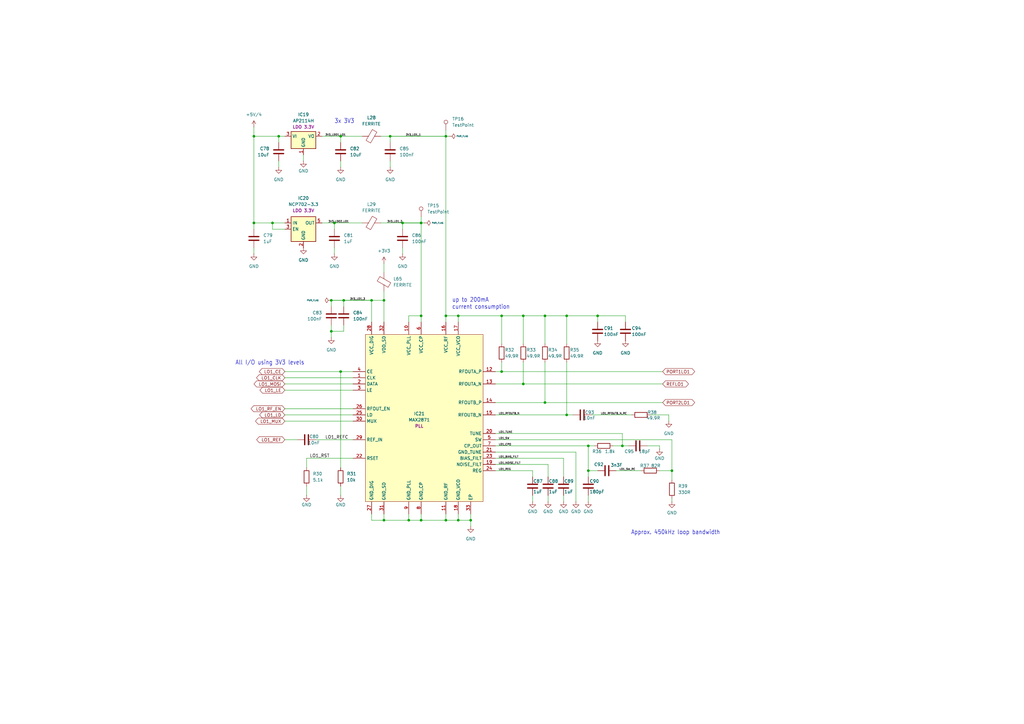
<source format=kicad_sch>
(kicad_sch
	(version 20231120)
	(generator "eeschema")
	(generator_version "8.0")
	(uuid "81a63c15-d342-4df6-a948-ef845862a244")
	(paper "A3")
	(title_block
		(title "1.LO")
		(company "LibreVNA")
	)
	(lib_symbols
		(symbol "Connector:TestPoint"
			(pin_numbers hide)
			(pin_names
				(offset 0.762) hide)
			(exclude_from_sim no)
			(in_bom yes)
			(on_board yes)
			(property "Reference" "TP"
				(at 0 6.858 0)
				(effects
					(font
						(size 1.27 1.27)
					)
				)
			)
			(property "Value" "TestPoint"
				(at 0 5.08 0)
				(effects
					(font
						(size 1.27 1.27)
					)
				)
			)
			(property "Footprint" ""
				(at 5.08 0 0)
				(effects
					(font
						(size 1.27 1.27)
					)
					(hide yes)
				)
			)
			(property "Datasheet" "~"
				(at 5.08 0 0)
				(effects
					(font
						(size 1.27 1.27)
					)
					(hide yes)
				)
			)
			(property "Description" "test point"
				(at 0 0 0)
				(effects
					(font
						(size 1.27 1.27)
					)
					(hide yes)
				)
			)
			(property "ki_keywords" "test point tp"
				(at 0 0 0)
				(effects
					(font
						(size 1.27 1.27)
					)
					(hide yes)
				)
			)
			(property "ki_fp_filters" "Pin* Test*"
				(at 0 0 0)
				(effects
					(font
						(size 1.27 1.27)
					)
					(hide yes)
				)
			)
			(symbol "TestPoint_0_1"
				(circle
					(center 0 3.302)
					(radius 0.762)
					(stroke
						(width 0)
						(type default)
					)
					(fill
						(type none)
					)
				)
			)
			(symbol "TestPoint_1_1"
				(pin passive line
					(at 0 0 90)
					(length 2.54)
					(name "1"
						(effects
							(font
								(size 1.27 1.27)
							)
						)
					)
					(number "1"
						(effects
							(font
								(size 1.27 1.27)
							)
						)
					)
				)
			)
		)
		(symbol "Device:C"
			(pin_numbers hide)
			(pin_names
				(offset 0.254)
			)
			(exclude_from_sim no)
			(in_bom yes)
			(on_board yes)
			(property "Reference" "C"
				(at 0.635 2.54 0)
				(effects
					(font
						(size 1.27 1.27)
					)
					(justify left)
				)
			)
			(property "Value" "C"
				(at 0.635 -2.54 0)
				(effects
					(font
						(size 1.27 1.27)
					)
					(justify left)
				)
			)
			(property "Footprint" ""
				(at 0.9652 -3.81 0)
				(effects
					(font
						(size 1.27 1.27)
					)
					(hide yes)
				)
			)
			(property "Datasheet" "~"
				(at 0 0 0)
				(effects
					(font
						(size 1.27 1.27)
					)
					(hide yes)
				)
			)
			(property "Description" "Unpolarized capacitor"
				(at 0 0 0)
				(effects
					(font
						(size 1.27 1.27)
					)
					(hide yes)
				)
			)
			(property "ki_keywords" "cap capacitor"
				(at 0 0 0)
				(effects
					(font
						(size 1.27 1.27)
					)
					(hide yes)
				)
			)
			(property "ki_fp_filters" "C_*"
				(at 0 0 0)
				(effects
					(font
						(size 1.27 1.27)
					)
					(hide yes)
				)
			)
			(symbol "C_0_1"
				(polyline
					(pts
						(xy -2.032 -0.762) (xy 2.032 -0.762)
					)
					(stroke
						(width 0.508)
						(type default)
					)
					(fill
						(type none)
					)
				)
				(polyline
					(pts
						(xy -2.032 0.762) (xy 2.032 0.762)
					)
					(stroke
						(width 0.508)
						(type default)
					)
					(fill
						(type none)
					)
				)
			)
			(symbol "C_1_1"
				(pin passive line
					(at 0 3.81 270)
					(length 2.794)
					(name "~"
						(effects
							(font
								(size 1.27 1.27)
							)
						)
					)
					(number "1"
						(effects
							(font
								(size 1.27 1.27)
							)
						)
					)
				)
				(pin passive line
					(at 0 -3.81 90)
					(length 2.794)
					(name "~"
						(effects
							(font
								(size 1.27 1.27)
							)
						)
					)
					(number "2"
						(effects
							(font
								(size 1.27 1.27)
							)
						)
					)
				)
			)
		)
		(symbol "Device:FerriteBead"
			(pin_numbers hide)
			(pin_names
				(offset 0)
			)
			(exclude_from_sim no)
			(in_bom yes)
			(on_board yes)
			(property "Reference" "FB"
				(at -3.81 0.635 90)
				(effects
					(font
						(size 1.27 1.27)
					)
				)
			)
			(property "Value" "FerriteBead"
				(at 3.81 0 90)
				(effects
					(font
						(size 1.27 1.27)
					)
				)
			)
			(property "Footprint" ""
				(at -1.778 0 90)
				(effects
					(font
						(size 1.27 1.27)
					)
					(hide yes)
				)
			)
			(property "Datasheet" "~"
				(at 0 0 0)
				(effects
					(font
						(size 1.27 1.27)
					)
					(hide yes)
				)
			)
			(property "Description" "Ferrite bead"
				(at 0 0 0)
				(effects
					(font
						(size 1.27 1.27)
					)
					(hide yes)
				)
			)
			(property "ki_keywords" "L ferrite bead inductor filter"
				(at 0 0 0)
				(effects
					(font
						(size 1.27 1.27)
					)
					(hide yes)
				)
			)
			(property "ki_fp_filters" "Inductor_* L_* *Ferrite*"
				(at 0 0 0)
				(effects
					(font
						(size 1.27 1.27)
					)
					(hide yes)
				)
			)
			(symbol "FerriteBead_0_1"
				(polyline
					(pts
						(xy 0 -1.27) (xy 0 -1.2192)
					)
					(stroke
						(width 0)
						(type default)
					)
					(fill
						(type none)
					)
				)
				(polyline
					(pts
						(xy 0 1.27) (xy 0 1.2954)
					)
					(stroke
						(width 0)
						(type default)
					)
					(fill
						(type none)
					)
				)
				(polyline
					(pts
						(xy -2.7686 0.4064) (xy -1.7018 2.2606) (xy 2.7686 -0.3048) (xy 1.6764 -2.159) (xy -2.7686 0.4064)
					)
					(stroke
						(width 0)
						(type default)
					)
					(fill
						(type none)
					)
				)
			)
			(symbol "FerriteBead_1_1"
				(pin passive line
					(at 0 3.81 270)
					(length 2.54)
					(name "~"
						(effects
							(font
								(size 1.27 1.27)
							)
						)
					)
					(number "1"
						(effects
							(font
								(size 1.27 1.27)
							)
						)
					)
				)
				(pin passive line
					(at 0 -3.81 90)
					(length 2.54)
					(name "~"
						(effects
							(font
								(size 1.27 1.27)
							)
						)
					)
					(number "2"
						(effects
							(font
								(size 1.27 1.27)
							)
						)
					)
				)
			)
		)
		(symbol "Device:R"
			(pin_numbers hide)
			(pin_names
				(offset 0)
			)
			(exclude_from_sim no)
			(in_bom yes)
			(on_board yes)
			(property "Reference" "R"
				(at 2.032 0 90)
				(effects
					(font
						(size 1.27 1.27)
					)
				)
			)
			(property "Value" "R"
				(at 0 0 90)
				(effects
					(font
						(size 1.27 1.27)
					)
				)
			)
			(property "Footprint" ""
				(at -1.778 0 90)
				(effects
					(font
						(size 1.27 1.27)
					)
					(hide yes)
				)
			)
			(property "Datasheet" "~"
				(at 0 0 0)
				(effects
					(font
						(size 1.27 1.27)
					)
					(hide yes)
				)
			)
			(property "Description" "Resistor"
				(at 0 0 0)
				(effects
					(font
						(size 1.27 1.27)
					)
					(hide yes)
				)
			)
			(property "ki_keywords" "R res resistor"
				(at 0 0 0)
				(effects
					(font
						(size 1.27 1.27)
					)
					(hide yes)
				)
			)
			(property "ki_fp_filters" "R_*"
				(at 0 0 0)
				(effects
					(font
						(size 1.27 1.27)
					)
					(hide yes)
				)
			)
			(symbol "R_0_1"
				(rectangle
					(start -1.016 -2.54)
					(end 1.016 2.54)
					(stroke
						(width 0.254)
						(type default)
					)
					(fill
						(type none)
					)
				)
			)
			(symbol "R_1_1"
				(pin passive line
					(at 0 3.81 270)
					(length 1.27)
					(name "~"
						(effects
							(font
								(size 1.27 1.27)
							)
						)
					)
					(number "1"
						(effects
							(font
								(size 1.27 1.27)
							)
						)
					)
				)
				(pin passive line
					(at 0 -3.81 90)
					(length 1.27)
					(name "~"
						(effects
							(font
								(size 1.27 1.27)
							)
						)
					)
					(number "2"
						(effects
							(font
								(size 1.27 1.27)
							)
						)
					)
				)
			)
		)
		(symbol "Regulator_Linear:AMS1117-3.3"
			(exclude_from_sim no)
			(in_bom yes)
			(on_board yes)
			(property "Reference" "U"
				(at -3.81 3.175 0)
				(effects
					(font
						(size 1.27 1.27)
					)
				)
			)
			(property "Value" "AMS1117-3.3"
				(at 0 3.175 0)
				(effects
					(font
						(size 1.27 1.27)
					)
					(justify left)
				)
			)
			(property "Footprint" "Package_TO_SOT_SMD:SOT-223-3_TabPin2"
				(at 0 5.08 0)
				(effects
					(font
						(size 1.27 1.27)
					)
					(hide yes)
				)
			)
			(property "Datasheet" "http://www.advanced-monolithic.com/pdf/ds1117.pdf"
				(at 2.54 -6.35 0)
				(effects
					(font
						(size 1.27 1.27)
					)
					(hide yes)
				)
			)
			(property "Description" "1A Low Dropout regulator, positive, 3.3V fixed output, SOT-223"
				(at 0 0 0)
				(effects
					(font
						(size 1.27 1.27)
					)
					(hide yes)
				)
			)
			(property "ki_keywords" "linear regulator ldo fixed positive"
				(at 0 0 0)
				(effects
					(font
						(size 1.27 1.27)
					)
					(hide yes)
				)
			)
			(property "ki_fp_filters" "SOT?223*TabPin2*"
				(at 0 0 0)
				(effects
					(font
						(size 1.27 1.27)
					)
					(hide yes)
				)
			)
			(symbol "AMS1117-3.3_0_1"
				(rectangle
					(start -5.08 -5.08)
					(end 5.08 1.905)
					(stroke
						(width 0.254)
						(type default)
					)
					(fill
						(type background)
					)
				)
			)
			(symbol "AMS1117-3.3_1_1"
				(pin power_in line
					(at 0 -7.62 90)
					(length 2.54)
					(name "GND"
						(effects
							(font
								(size 1.27 1.27)
							)
						)
					)
					(number "1"
						(effects
							(font
								(size 1.27 1.27)
							)
						)
					)
				)
				(pin power_out line
					(at 7.62 0 180)
					(length 2.54)
					(name "VO"
						(effects
							(font
								(size 1.27 1.27)
							)
						)
					)
					(number "2"
						(effects
							(font
								(size 1.27 1.27)
							)
						)
					)
				)
				(pin power_in line
					(at -7.62 0 0)
					(length 2.54)
					(name "VI"
						(effects
							(font
								(size 1.27 1.27)
							)
						)
					)
					(number "3"
						(effects
							(font
								(size 1.27 1.27)
							)
						)
					)
				)
			)
		)
		(symbol "Regulator_Linear:NCP718xSN120"
			(exclude_from_sim no)
			(in_bom yes)
			(on_board yes)
			(property "Reference" "U"
				(at -3.81 6.35 0)
				(effects
					(font
						(size 1.27 1.27)
					)
				)
			)
			(property "Value" "NCP718xSN120"
				(at 6.35 6.35 0)
				(effects
					(font
						(size 1.27 1.27)
					)
				)
			)
			(property "Footprint" "Package_TO_SOT_SMD:SOT-23-5"
				(at 0 8.89 0)
				(effects
					(font
						(size 1.27 1.27)
					)
					(hide yes)
				)
			)
			(property "Datasheet" "https://www.onsemi.com/pub/Collateral/NCP718-D.PDF"
				(at 0 12.7 0)
				(effects
					(font
						(size 1.27 1.27)
					)
					(hide yes)
				)
			)
			(property "Description" "300-mA, Wide Input Voltage, Low-IQ LDO, 1.2V, SOT-23"
				(at 0 0 0)
				(effects
					(font
						(size 1.27 1.27)
					)
					(hide yes)
				)
			)
			(property "ki_keywords" "Single Output LDO Wide Input"
				(at 0 0 0)
				(effects
					(font
						(size 1.27 1.27)
					)
					(hide yes)
				)
			)
			(property "ki_fp_filters" "SOT?23*"
				(at 0 0 0)
				(effects
					(font
						(size 1.27 1.27)
					)
					(hide yes)
				)
			)
			(symbol "NCP718xSN120_0_1"
				(rectangle
					(start -5.08 -5.08)
					(end 5.08 5.08)
					(stroke
						(width 0.254)
						(type default)
					)
					(fill
						(type background)
					)
				)
				(pin power_in line
					(at -7.62 2.54 0)
					(length 2.54)
					(name "IN"
						(effects
							(font
								(size 1.27 1.27)
							)
						)
					)
					(number "1"
						(effects
							(font
								(size 1.27 1.27)
							)
						)
					)
				)
				(pin power_in line
					(at 0 -7.62 90)
					(length 2.54)
					(name "GND"
						(effects
							(font
								(size 1.27 1.27)
							)
						)
					)
					(number "2"
						(effects
							(font
								(size 1.27 1.27)
							)
						)
					)
				)
				(pin input line
					(at -7.62 0 0)
					(length 2.54)
					(name "EN"
						(effects
							(font
								(size 1.27 1.27)
							)
						)
					)
					(number "3"
						(effects
							(font
								(size 1.27 1.27)
							)
						)
					)
				)
				(pin no_connect line
					(at 5.08 0 180)
					(length 2.54) hide
					(name "NC"
						(effects
							(font
								(size 1.27 1.27)
							)
						)
					)
					(number "4"
						(effects
							(font
								(size 1.27 1.27)
							)
						)
					)
				)
				(pin power_out line
					(at 7.62 2.54 180)
					(length 2.54)
					(name "OUT"
						(effects
							(font
								(size 1.27 1.27)
							)
						)
					)
					(number "5"
						(effects
							(font
								(size 1.27 1.27)
							)
						)
					)
				)
			)
		)
		(symbol "VNA:MAX2871"
			(exclude_from_sim no)
			(in_bom yes)
			(on_board yes)
			(property "Reference" "IC"
				(at 20.066 39.624 0)
				(effects
					(font
						(size 1.778 1.5113)
					)
					(justify left bottom)
				)
			)
			(property "Value" "MAX2871"
				(at 19.812 36.322 0)
				(effects
					(font
						(size 1.778 1.5113)
					)
					(justify left bottom)
				)
			)
			(property "Footprint" "VNA:QFN50P500X500X80-33T310"
				(at 0 0 0)
				(effects
					(font
						(size 1.27 1.27)
					)
					(hide yes)
				)
			)
			(property "Datasheet" ""
				(at 0 0 0)
				(effects
					(font
						(size 1.27 1.27)
					)
					(hide yes)
				)
			)
			(property "Description" ""
				(at 0 0 0)
				(effects
					(font
						(size 1.27 1.27)
					)
					(hide yes)
				)
			)
			(symbol "MAX2871_1_0"
				(pin input line
					(at -27.94 17.78 0)
					(length 5.08)
					(name "CLK"
						(effects
							(font
								(size 1.27 1.27)
							)
						)
					)
					(number "1"
						(effects
							(font
								(size 1.27 1.27)
							)
						)
					)
				)
				(pin power_in line
					(at -5.08 40.64 270)
					(length 5.08)
					(name "VCC_PLL"
						(effects
							(font
								(size 1.27 1.27)
							)
						)
					)
					(number "10"
						(effects
							(font
								(size 1.27 1.27)
							)
						)
					)
				)
				(pin power_in line
					(at 10.16 -38.1 90)
					(length 5.08)
					(name "GND_RF"
						(effects
							(font
								(size 1.27 1.27)
							)
						)
					)
					(number "11"
						(effects
							(font
								(size 1.27 1.27)
							)
						)
					)
				)
				(pin bidirectional line
					(at 30.48 20.32 180)
					(length 5.08)
					(name "RFOUTA_P"
						(effects
							(font
								(size 1.27 1.27)
							)
						)
					)
					(number "12"
						(effects
							(font
								(size 1.27 1.27)
							)
						)
					)
				)
				(pin bidirectional line
					(at 30.48 15.24 180)
					(length 5.08)
					(name "RFOUTA_N"
						(effects
							(font
								(size 1.27 1.27)
							)
						)
					)
					(number "13"
						(effects
							(font
								(size 1.27 1.27)
							)
						)
					)
				)
				(pin bidirectional line
					(at 30.48 7.62 180)
					(length 5.08)
					(name "RFOUTB_P"
						(effects
							(font
								(size 1.27 1.27)
							)
						)
					)
					(number "14"
						(effects
							(font
								(size 1.27 1.27)
							)
						)
					)
				)
				(pin bidirectional line
					(at 30.48 2.54 180)
					(length 5.08)
					(name "RFOUTB_N"
						(effects
							(font
								(size 1.27 1.27)
							)
						)
					)
					(number "15"
						(effects
							(font
								(size 1.27 1.27)
							)
						)
					)
				)
				(pin power_in line
					(at 10.16 40.64 270)
					(length 5.08)
					(name "VCC_RF"
						(effects
							(font
								(size 1.27 1.27)
							)
						)
					)
					(number "16"
						(effects
							(font
								(size 1.27 1.27)
							)
						)
					)
				)
				(pin power_in line
					(at 15.24 40.64 270)
					(length 5.08)
					(name "VCC_VCO"
						(effects
							(font
								(size 1.27 1.27)
							)
						)
					)
					(number "17"
						(effects
							(font
								(size 1.27 1.27)
							)
						)
					)
				)
				(pin power_in line
					(at 15.24 -38.1 90)
					(length 5.08)
					(name "GND_VCO"
						(effects
							(font
								(size 1.27 1.27)
							)
						)
					)
					(number "18"
						(effects
							(font
								(size 1.27 1.27)
							)
						)
					)
				)
				(pin bidirectional line
					(at 30.48 -17.78 180)
					(length 5.08)
					(name "NOISE_FILT"
						(effects
							(font
								(size 1.27 1.27)
							)
						)
					)
					(number "19"
						(effects
							(font
								(size 1.27 1.27)
							)
						)
					)
				)
				(pin input line
					(at -27.94 15.24 0)
					(length 5.08)
					(name "DATA"
						(effects
							(font
								(size 1.27 1.27)
							)
						)
					)
					(number "2"
						(effects
							(font
								(size 1.27 1.27)
							)
						)
					)
				)
				(pin bidirectional line
					(at 30.48 -5.08 180)
					(length 5.08)
					(name "TUNE"
						(effects
							(font
								(size 1.27 1.27)
							)
						)
					)
					(number "20"
						(effects
							(font
								(size 1.27 1.27)
							)
						)
					)
				)
				(pin bidirectional line
					(at 30.48 -12.7 180)
					(length 5.08)
					(name "GND_TUNE"
						(effects
							(font
								(size 1.27 1.27)
							)
						)
					)
					(number "21"
						(effects
							(font
								(size 1.27 1.27)
							)
						)
					)
				)
				(pin bidirectional line
					(at -27.94 -15.24 0)
					(length 5.08)
					(name "RSET"
						(effects
							(font
								(size 1.27 1.27)
							)
						)
					)
					(number "22"
						(effects
							(font
								(size 1.27 1.27)
							)
						)
					)
				)
				(pin bidirectional line
					(at 30.48 -15.24 180)
					(length 5.08)
					(name "BIAS_FILT"
						(effects
							(font
								(size 1.27 1.27)
							)
						)
					)
					(number "23"
						(effects
							(font
								(size 1.27 1.27)
							)
						)
					)
				)
				(pin bidirectional line
					(at 30.48 -20.32 180)
					(length 5.08)
					(name "REG"
						(effects
							(font
								(size 1.27 1.27)
							)
						)
					)
					(number "24"
						(effects
							(font
								(size 1.27 1.27)
							)
						)
					)
				)
				(pin output line
					(at -27.94 2.54 0)
					(length 5.08)
					(name "LD"
						(effects
							(font
								(size 1.27 1.27)
							)
						)
					)
					(number "25"
						(effects
							(font
								(size 1.27 1.27)
							)
						)
					)
				)
				(pin input line
					(at -27.94 5.08 0)
					(length 5.08)
					(name "RFOUT_EN"
						(effects
							(font
								(size 1.27 1.27)
							)
						)
					)
					(number "26"
						(effects
							(font
								(size 1.27 1.27)
							)
						)
					)
				)
				(pin power_in line
					(at -20.32 -38.1 90)
					(length 5.08)
					(name "GND_DIG"
						(effects
							(font
								(size 1.27 1.27)
							)
						)
					)
					(number "27"
						(effects
							(font
								(size 1.27 1.27)
							)
						)
					)
				)
				(pin power_in line
					(at -20.32 40.64 270)
					(length 5.08)
					(name "VCC_DIG"
						(effects
							(font
								(size 1.27 1.27)
							)
						)
					)
					(number "28"
						(effects
							(font
								(size 1.27 1.27)
							)
						)
					)
				)
				(pin input line
					(at -27.94 -7.62 0)
					(length 5.08)
					(name "REF_IN"
						(effects
							(font
								(size 1.27 1.27)
							)
						)
					)
					(number "29"
						(effects
							(font
								(size 1.27 1.27)
							)
						)
					)
				)
				(pin input line
					(at -27.94 12.7 0)
					(length 5.08)
					(name "LE"
						(effects
							(font
								(size 1.27 1.27)
							)
						)
					)
					(number "3"
						(effects
							(font
								(size 1.27 1.27)
							)
						)
					)
				)
				(pin bidirectional line
					(at -27.94 0 0)
					(length 5.08)
					(name "MUX"
						(effects
							(font
								(size 1.27 1.27)
							)
						)
					)
					(number "30"
						(effects
							(font
								(size 1.27 1.27)
							)
						)
					)
				)
				(pin power_in line
					(at -15.24 -38.1 90)
					(length 5.08)
					(name "GND_SD"
						(effects
							(font
								(size 1.27 1.27)
							)
						)
					)
					(number "31"
						(effects
							(font
								(size 1.27 1.27)
							)
						)
					)
				)
				(pin power_in line
					(at -15.24 40.64 270)
					(length 5.08)
					(name "VDD_SD"
						(effects
							(font
								(size 1.27 1.27)
							)
						)
					)
					(number "32"
						(effects
							(font
								(size 1.27 1.27)
							)
						)
					)
				)
				(pin power_in line
					(at 20.32 -38.1 90)
					(length 5.08)
					(name "EP"
						(effects
							(font
								(size 1.27 1.27)
							)
						)
					)
					(number "33"
						(effects
							(font
								(size 1.27 1.27)
							)
						)
					)
				)
				(pin bidirectional line
					(at -27.94 20.32 0)
					(length 5.08)
					(name "CE"
						(effects
							(font
								(size 1.27 1.27)
							)
						)
					)
					(number "4"
						(effects
							(font
								(size 1.27 1.27)
							)
						)
					)
				)
				(pin bidirectional line
					(at 30.48 -7.62 180)
					(length 5.08)
					(name "SW"
						(effects
							(font
								(size 1.27 1.27)
							)
						)
					)
					(number "5"
						(effects
							(font
								(size 1.27 1.27)
							)
						)
					)
				)
				(pin power_in line
					(at 0 40.64 270)
					(length 5.08)
					(name "VCC_CP"
						(effects
							(font
								(size 1.27 1.27)
							)
						)
					)
					(number "6"
						(effects
							(font
								(size 1.27 1.27)
							)
						)
					)
				)
				(pin bidirectional line
					(at 30.48 -10.16 180)
					(length 5.08)
					(name "CP_OUT"
						(effects
							(font
								(size 1.27 1.27)
							)
						)
					)
					(number "7"
						(effects
							(font
								(size 1.27 1.27)
							)
						)
					)
				)
				(pin power_in line
					(at 0 -38.1 90)
					(length 5.08)
					(name "GND_CP"
						(effects
							(font
								(size 1.27 1.27)
							)
						)
					)
					(number "8"
						(effects
							(font
								(size 1.27 1.27)
							)
						)
					)
				)
				(pin power_in line
					(at -5.08 -38.1 90)
					(length 5.08)
					(name "GND_PLL"
						(effects
							(font
								(size 1.27 1.27)
							)
						)
					)
					(number "9"
						(effects
							(font
								(size 1.27 1.27)
							)
						)
					)
				)
			)
			(symbol "MAX2871_1_1"
				(rectangle
					(start -22.86 35.56)
					(end 25.4 -33.02)
					(stroke
						(width 0)
						(type default)
					)
					(fill
						(type background)
					)
				)
			)
		)
		(symbol "power:GND"
			(power)
			(pin_numbers hide)
			(pin_names
				(offset 0) hide)
			(exclude_from_sim no)
			(in_bom yes)
			(on_board yes)
			(property "Reference" "#PWR"
				(at 0 -6.35 0)
				(effects
					(font
						(size 1.27 1.27)
					)
					(hide yes)
				)
			)
			(property "Value" "GND"
				(at 0 -3.81 0)
				(effects
					(font
						(size 1.27 1.27)
					)
				)
			)
			(property "Footprint" ""
				(at 0 0 0)
				(effects
					(font
						(size 1.27 1.27)
					)
					(hide yes)
				)
			)
			(property "Datasheet" ""
				(at 0 0 0)
				(effects
					(font
						(size 1.27 1.27)
					)
					(hide yes)
				)
			)
			(property "Description" "Power symbol creates a global label with name \"GND\" , ground"
				(at 0 0 0)
				(effects
					(font
						(size 1.27 1.27)
					)
					(hide yes)
				)
			)
			(property "ki_keywords" "global power"
				(at 0 0 0)
				(effects
					(font
						(size 1.27 1.27)
					)
					(hide yes)
				)
			)
			(symbol "GND_0_1"
				(polyline
					(pts
						(xy 0 0) (xy 0 -1.27) (xy 1.27 -1.27) (xy 0 -2.54) (xy -1.27 -1.27) (xy 0 -1.27)
					)
					(stroke
						(width 0)
						(type default)
					)
					(fill
						(type none)
					)
				)
			)
			(symbol "GND_1_1"
				(pin power_in line
					(at 0 0 270)
					(length 0)
					(name "~"
						(effects
							(font
								(size 1.27 1.27)
							)
						)
					)
					(number "1"
						(effects
							(font
								(size 1.27 1.27)
							)
						)
					)
				)
			)
		)
		(symbol "power:PWR_FLAG"
			(power)
			(pin_numbers hide)
			(pin_names
				(offset 0) hide)
			(exclude_from_sim no)
			(in_bom yes)
			(on_board yes)
			(property "Reference" "#FLG"
				(at 0 1.905 0)
				(effects
					(font
						(size 1.27 1.27)
					)
					(hide yes)
				)
			)
			(property "Value" "PWR_FLAG"
				(at 0 3.81 0)
				(effects
					(font
						(size 1.27 1.27)
					)
				)
			)
			(property "Footprint" ""
				(at 0 0 0)
				(effects
					(font
						(size 1.27 1.27)
					)
					(hide yes)
				)
			)
			(property "Datasheet" "~"
				(at 0 0 0)
				(effects
					(font
						(size 1.27 1.27)
					)
					(hide yes)
				)
			)
			(property "Description" "Special symbol for telling ERC where power comes from"
				(at 0 0 0)
				(effects
					(font
						(size 1.27 1.27)
					)
					(hide yes)
				)
			)
			(property "ki_keywords" "flag power"
				(at 0 0 0)
				(effects
					(font
						(size 1.27 1.27)
					)
					(hide yes)
				)
			)
			(symbol "PWR_FLAG_0_0"
				(pin power_out line
					(at 0 0 90)
					(length 0)
					(name "~"
						(effects
							(font
								(size 1.27 1.27)
							)
						)
					)
					(number "1"
						(effects
							(font
								(size 1.27 1.27)
							)
						)
					)
				)
			)
			(symbol "PWR_FLAG_0_1"
				(polyline
					(pts
						(xy 0 0) (xy 0 1.27) (xy -1.016 1.905) (xy 0 2.54) (xy 1.016 1.905) (xy 0 1.27)
					)
					(stroke
						(width 0)
						(type default)
					)
					(fill
						(type none)
					)
				)
			)
		)
		(symbol "power:VCC"
			(power)
			(pin_numbers hide)
			(pin_names
				(offset 0) hide)
			(exclude_from_sim no)
			(in_bom yes)
			(on_board yes)
			(property "Reference" "#PWR"
				(at 0 -3.81 0)
				(effects
					(font
						(size 1.27 1.27)
					)
					(hide yes)
				)
			)
			(property "Value" "VCC"
				(at 0 3.556 0)
				(effects
					(font
						(size 1.27 1.27)
					)
				)
			)
			(property "Footprint" ""
				(at 0 0 0)
				(effects
					(font
						(size 1.27 1.27)
					)
					(hide yes)
				)
			)
			(property "Datasheet" ""
				(at 0 0 0)
				(effects
					(font
						(size 1.27 1.27)
					)
					(hide yes)
				)
			)
			(property "Description" "Power symbol creates a global label with name \"VCC\""
				(at 0 0 0)
				(effects
					(font
						(size 1.27 1.27)
					)
					(hide yes)
				)
			)
			(property "ki_keywords" "global power"
				(at 0 0 0)
				(effects
					(font
						(size 1.27 1.27)
					)
					(hide yes)
				)
			)
			(symbol "VCC_0_1"
				(polyline
					(pts
						(xy -0.762 1.27) (xy 0 2.54)
					)
					(stroke
						(width 0)
						(type default)
					)
					(fill
						(type none)
					)
				)
				(polyline
					(pts
						(xy 0 0) (xy 0 2.54)
					)
					(stroke
						(width 0)
						(type default)
					)
					(fill
						(type none)
					)
				)
				(polyline
					(pts
						(xy 0 2.54) (xy 0.762 1.27)
					)
					(stroke
						(width 0)
						(type default)
					)
					(fill
						(type none)
					)
				)
			)
			(symbol "VCC_1_1"
				(pin power_in line
					(at 0 0 90)
					(length 0)
					(name "~"
						(effects
							(font
								(size 1.27 1.27)
							)
						)
					)
					(number "1"
						(effects
							(font
								(size 1.27 1.27)
							)
						)
					)
				)
			)
		)
	)
	(junction
		(at 223.52 165.1)
		(diameter 0)
		(color 0 0 0 0)
		(uuid "07717825-7ef0-4482-b2b7-eeb100efc35c")
	)
	(junction
		(at 241.3 182.88)
		(diameter 0)
		(color 0 0 0 0)
		(uuid "09d86657-fd0c-4eec-a5ed-08f70e00b3f8")
	)
	(junction
		(at 139.7 55.88)
		(diameter 0)
		(color 0 0 0 0)
		(uuid "123b9713-0b05-4ef5-9a4f-ba48980df5a9")
	)
	(junction
		(at 182.88 129.54)
		(diameter 0)
		(color 0 0 0 0)
		(uuid "1a76e9cc-58d6-4968-997c-b6efe391e4fb")
	)
	(junction
		(at 139.7 152.4)
		(diameter 0)
		(color 0 0 0 0)
		(uuid "1bcf7d36-b202-4d99-9033-c44d516ce194")
	)
	(junction
		(at 114.3 55.88)
		(diameter 0)
		(color 0 0 0 0)
		(uuid "2482ae22-2c14-4546-9545-337213893322")
	)
	(junction
		(at 160.02 55.88)
		(diameter 0)
		(color 0 0 0 0)
		(uuid "2b9520f6-f1a3-469b-9501-c0597e32bb5e")
	)
	(junction
		(at 193.04 213.36)
		(diameter 0)
		(color 0 0 0 0)
		(uuid "3205a908-e724-4fa4-aab8-b380e551fb13")
	)
	(junction
		(at 165.1 91.44)
		(diameter 0)
		(color 0 0 0 0)
		(uuid "3584638e-d8f8-4b1f-9762-58ddef18ee25")
	)
	(junction
		(at 137.16 91.44)
		(diameter 0)
		(color 0 0 0 0)
		(uuid "3cca8727-082f-4d4a-aa83-69d7a56a1536")
	)
	(junction
		(at 182.88 55.88)
		(diameter 0)
		(color 0 0 0 0)
		(uuid "3ee48216-5bb5-436d-a105-3e0da94364ec")
	)
	(junction
		(at 172.72 91.44)
		(diameter 0)
		(color 0 0 0 0)
		(uuid "3fada5bb-abc9-4b33-89a9-f608ad626aad")
	)
	(junction
		(at 152.4 123.19)
		(diameter 0)
		(color 0 0 0 0)
		(uuid "4cef3dcf-9f8a-4cdd-93b0-69010c7ec54c")
	)
	(junction
		(at 255.27 182.88)
		(diameter 0)
		(color 0 0 0 0)
		(uuid "5315aafc-083d-45fb-8fca-5b50c4e90d01")
	)
	(junction
		(at 104.14 55.88)
		(diameter 0)
		(color 0 0 0 0)
		(uuid "57246da2-b88f-434d-b193-c0263478f460")
	)
	(junction
		(at 140.97 123.19)
		(diameter 0)
		(color 0 0 0 0)
		(uuid "60cce2ac-a8f6-4148-b71b-4fc6863fd48b")
	)
	(junction
		(at 187.96 129.54)
		(diameter 0)
		(color 0 0 0 0)
		(uuid "68826809-fe99-424c-8ab4-268b180f8eae")
	)
	(junction
		(at 172.72 129.54)
		(diameter 0)
		(color 0 0 0 0)
		(uuid "73ee0de1-6b11-412b-acad-55e0c9e4baab")
	)
	(junction
		(at 214.63 129.54)
		(diameter 0)
		(color 0 0 0 0)
		(uuid "7b2fbb27-49fe-44fd-b857-a0894a1cca4c")
	)
	(junction
		(at 135.89 123.19)
		(diameter 0)
		(color 0 0 0 0)
		(uuid "8d5281be-d44b-4a2b-a7df-0ea69411655a")
	)
	(junction
		(at 111.76 91.44)
		(diameter 0)
		(color 0 0 0 0)
		(uuid "916f0e57-559b-45f3-8417-ebbfd2456419")
	)
	(junction
		(at 135.89 135.89)
		(diameter 0)
		(color 0 0 0 0)
		(uuid "94b058e2-a756-4e67-9d1f-3a8bdc1ce3f0")
	)
	(junction
		(at 245.11 129.54)
		(diameter 0)
		(color 0 0 0 0)
		(uuid "a39bfa6e-11a5-4db8-921d-c3f9405bd30c")
	)
	(junction
		(at 205.74 152.4)
		(diameter 0)
		(color 0 0 0 0)
		(uuid "accc78e4-ae7d-4b83-8c8d-79551a9a090e")
	)
	(junction
		(at 232.41 170.18)
		(diameter 0)
		(color 0 0 0 0)
		(uuid "ae6f7f63-e5c8-4c58-9ad0-860ad46ade99")
	)
	(junction
		(at 214.63 157.48)
		(diameter 0)
		(color 0 0 0 0)
		(uuid "bcfab96f-ea83-438a-a8bc-f8fd2ec5271f")
	)
	(junction
		(at 223.52 129.54)
		(diameter 0)
		(color 0 0 0 0)
		(uuid "bf98140e-12f3-45e4-b4f8-c352fa8819e0")
	)
	(junction
		(at 205.74 129.54)
		(diameter 0)
		(color 0 0 0 0)
		(uuid "c7a38def-7d50-4087-86a5-cc1ea6cbb8f4")
	)
	(junction
		(at 167.64 213.36)
		(diameter 0)
		(color 0 0 0 0)
		(uuid "c9ee854b-3a48-49c2-b98c-a0d4dab1b543")
	)
	(junction
		(at 182.88 213.36)
		(diameter 0)
		(color 0 0 0 0)
		(uuid "ca385d37-3d9d-4a56-8af4-465b6da39f6f")
	)
	(junction
		(at 157.48 213.36)
		(diameter 0)
		(color 0 0 0 0)
		(uuid "cc7031d6-cb80-460f-8d16-345a9d89023a")
	)
	(junction
		(at 187.96 213.36)
		(diameter 0)
		(color 0 0 0 0)
		(uuid "cf6eaee2-42b1-4fba-9092-e943a307e07e")
	)
	(junction
		(at 275.59 193.04)
		(diameter 0)
		(color 0 0 0 0)
		(uuid "d9e3ae3d-24b6-452c-8138-38d6bf79f345")
	)
	(junction
		(at 157.48 123.19)
		(diameter 0)
		(color 0 0 0 0)
		(uuid "dc2bf26e-7d5f-4765-9224-a59c63dbedee")
	)
	(junction
		(at 232.41 129.54)
		(diameter 0)
		(color 0 0 0 0)
		(uuid "fa4c4d8e-1deb-4c7a-8cb8-ad1c289e811e")
	)
	(junction
		(at 241.3 193.04)
		(diameter 0)
		(color 0 0 0 0)
		(uuid "faeda210-4637-4650-8083-29b2d0d2a471")
	)
	(junction
		(at 104.14 91.44)
		(diameter 0)
		(color 0 0 0 0)
		(uuid "fafc6953-e054-4489-900f-e3d44e2e9245")
	)
	(junction
		(at 172.72 213.36)
		(diameter 0)
		(color 0 0 0 0)
		(uuid "fd482573-421e-41b5-bce9-11afa8e99ccd")
	)
	(wire
		(pts
			(xy 205.74 152.4) (xy 271.78 152.4)
		)
		(stroke
			(width 0.1524)
			(type solid)
		)
		(uuid "01d4ac86-02c8-4eb9-941c-b951da15a68c")
	)
	(wire
		(pts
			(xy 167.64 213.36) (xy 172.72 213.36)
		)
		(stroke
			(width 0.1524)
			(type solid)
		)
		(uuid "0217e937-8154-4846-86b8-3183fea1631c")
	)
	(wire
		(pts
			(xy 144.78 160.02) (xy 116.84 160.02)
		)
		(stroke
			(width 0.1524)
			(type solid)
		)
		(uuid "02e20cdc-5e38-495b-8c03-28479ba58924")
	)
	(wire
		(pts
			(xy 205.74 152.4) (xy 203.2 152.4)
		)
		(stroke
			(width 0.1524)
			(type solid)
		)
		(uuid "03f79f5d-8cd8-46ac-9be2-561c464a51e2")
	)
	(wire
		(pts
			(xy 245.11 132.08) (xy 245.11 129.54)
		)
		(stroke
			(width 0.1524)
			(type solid)
		)
		(uuid "0655608b-aee6-4acf-b0c7-810aa821f40b")
	)
	(wire
		(pts
			(xy 116.84 55.88) (xy 114.3 55.88)
		)
		(stroke
			(width 0)
			(type default)
		)
		(uuid "08941533-8754-4bf9-8111-5b0e098210a0")
	)
	(wire
		(pts
			(xy 259.08 170.18) (xy 242.57 170.18)
		)
		(stroke
			(width 0.1524)
			(type solid)
		)
		(uuid "0963bf30-e1c3-4acb-badb-411f94ebbaf3")
	)
	(wire
		(pts
			(xy 125.73 187.96) (xy 125.73 191.77)
		)
		(stroke
			(width 0.1524)
			(type solid)
		)
		(uuid "0b0f2349-3678-4eb7-955e-3fefc33ae5af")
	)
	(wire
		(pts
			(xy 172.72 213.36) (xy 182.88 213.36)
		)
		(stroke
			(width 0.1524)
			(type solid)
		)
		(uuid "0c58ff15-39c8-49a1-844e-4814a7f5e1b7")
	)
	(wire
		(pts
			(xy 167.64 132.08) (xy 167.64 129.54)
		)
		(stroke
			(width 0.1524)
			(type solid)
		)
		(uuid "0d656372-995e-4a83-8f76-e9dad06aca76")
	)
	(wire
		(pts
			(xy 116.84 93.98) (xy 111.76 93.98)
		)
		(stroke
			(width 0.1524)
			(type solid)
		)
		(uuid "0da4d148-5e0a-435a-9aba-763dd317dbfc")
	)
	(wire
		(pts
			(xy 223.52 165.1) (xy 223.52 148.59)
		)
		(stroke
			(width 0.1524)
			(type solid)
		)
		(uuid "0f0c21c3-3a80-4951-84be-5eceba74a9da")
	)
	(wire
		(pts
			(xy 187.96 129.54) (xy 187.96 132.08)
		)
		(stroke
			(width 0.1524)
			(type solid)
		)
		(uuid "102485e0-6b3c-4ce3-8af9-991d67119f8d")
	)
	(wire
		(pts
			(xy 104.14 91.44) (xy 111.76 91.44)
		)
		(stroke
			(width 0.1524)
			(type solid)
		)
		(uuid "111aea4e-6860-46e4-9b02-f90096976933")
	)
	(wire
		(pts
			(xy 132.08 91.44) (xy 137.16 91.44)
		)
		(stroke
			(width 0.1524)
			(type solid)
		)
		(uuid "11585bfa-0079-4ca5-ad5e-c273e0c191f8")
	)
	(wire
		(pts
			(xy 203.2 193.04) (xy 218.44 193.04)
		)
		(stroke
			(width 0.1524)
			(type solid)
		)
		(uuid "18b47c47-56c9-4f73-9aa4-9b5c06ff59ec")
	)
	(wire
		(pts
			(xy 104.14 55.88) (xy 104.14 52.07)
		)
		(stroke
			(width 0.1524)
			(type solid)
		)
		(uuid "19b7aee1-acec-452e-8317-c89596257f4b")
	)
	(wire
		(pts
			(xy 156.21 55.88) (xy 160.02 55.88)
		)
		(stroke
			(width 0.1524)
			(type solid)
		)
		(uuid "1b0457c9-b749-4319-9205-dc3e3c52dded")
	)
	(wire
		(pts
			(xy 241.3 193.04) (xy 241.3 182.88)
		)
		(stroke
			(width 0.1524)
			(type solid)
		)
		(uuid "1bab6545-0568-4978-aa2d-080477fc6836")
	)
	(wire
		(pts
			(xy 257.81 182.88) (xy 255.27 182.88)
		)
		(stroke
			(width 0.1524)
			(type solid)
		)
		(uuid "1c6274e8-82ce-48e0-b2e4-d35555c8b8a6")
	)
	(wire
		(pts
			(xy 139.7 55.88) (xy 148.59 55.88)
		)
		(stroke
			(width 0.1524)
			(type solid)
		)
		(uuid "1de23173-966b-4875-84da-96aae5164511")
	)
	(wire
		(pts
			(xy 241.3 195.58) (xy 241.3 193.04)
		)
		(stroke
			(width 0.1524)
			(type solid)
		)
		(uuid "1fd706fb-a1c5-4e3c-9fa0-947ac86ca636")
	)
	(wire
		(pts
			(xy 104.14 55.88) (xy 114.3 55.88)
		)
		(stroke
			(width 0.1524)
			(type solid)
		)
		(uuid "2384059e-40e9-4732-a110-d81d7ac84946")
	)
	(wire
		(pts
			(xy 193.04 213.36) (xy 193.04 215.9)
		)
		(stroke
			(width 0.1524)
			(type solid)
		)
		(uuid "26e2d282-6fec-4862-89f1-ca6dedf96fe2")
	)
	(wire
		(pts
			(xy 160.02 55.88) (xy 182.88 55.88)
		)
		(stroke
			(width 0.1524)
			(type solid)
		)
		(uuid "270f96a2-a827-41c6-b4f5-13bc5b0764ad")
	)
	(wire
		(pts
			(xy 182.88 55.88) (xy 182.88 53.34)
		)
		(stroke
			(width 0.1524)
			(type solid)
		)
		(uuid "2ec63b1b-2a03-40ce-81d5-d55220413959")
	)
	(wire
		(pts
			(xy 184.15 55.88) (xy 182.88 55.88)
		)
		(stroke
			(width 0)
			(type default)
		)
		(uuid "2ed34398-40d6-4ec0-b4a1-b9c2dc20637c")
	)
	(wire
		(pts
			(xy 187.96 129.54) (xy 205.74 129.54)
		)
		(stroke
			(width 0.1524)
			(type solid)
		)
		(uuid "352e9dca-49ca-453f-9868-daa8c03be6a6")
	)
	(wire
		(pts
			(xy 111.76 93.98) (xy 111.76 91.44)
		)
		(stroke
			(width 0.1524)
			(type solid)
		)
		(uuid "3ab073fd-3ed8-41f7-a993-527de803549f")
	)
	(wire
		(pts
			(xy 172.72 88.9) (xy 172.72 91.44)
		)
		(stroke
			(width 0.1524)
			(type solid)
		)
		(uuid "3b950543-01c4-4b25-9a9b-7f5625c82688")
	)
	(wire
		(pts
			(xy 203.2 187.96) (xy 231.14 187.96)
		)
		(stroke
			(width 0.1524)
			(type solid)
		)
		(uuid "3c6b2e66-f01f-4d7a-9991-b0a2fdeaa7df")
	)
	(wire
		(pts
			(xy 232.41 170.18) (xy 232.41 148.59)
		)
		(stroke
			(width 0.1524)
			(type solid)
		)
		(uuid "3d1faca2-6ca8-427a-894d-fc6ff0d639f0")
	)
	(wire
		(pts
			(xy 182.88 213.36) (xy 187.96 213.36)
		)
		(stroke
			(width 0.1524)
			(type solid)
		)
		(uuid "400a14ec-18de-40d9-b33a-86076709a84a")
	)
	(wire
		(pts
			(xy 132.08 55.88) (xy 139.7 55.88)
		)
		(stroke
			(width 0.1524)
			(type solid)
		)
		(uuid "40b66e00-9876-404f-8fb5-7e324631e926")
	)
	(wire
		(pts
			(xy 275.59 193.04) (xy 275.59 196.85)
		)
		(stroke
			(width 0.1524)
			(type solid)
		)
		(uuid "4226ea92-c9dc-49b2-9896-ac8e0ff75cb5")
	)
	(wire
		(pts
			(xy 157.48 210.82) (xy 157.48 213.36)
		)
		(stroke
			(width 0.1524)
			(type solid)
		)
		(uuid "4492ca02-4a53-4d5c-be69-c9b33803b1a2")
	)
	(wire
		(pts
			(xy 236.22 205.74) (xy 236.22 185.42)
		)
		(stroke
			(width 0.1524)
			(type solid)
		)
		(uuid "449ebde1-b82d-4b31-8987-c7740e3fdc36")
	)
	(wire
		(pts
			(xy 214.63 129.54) (xy 223.52 129.54)
		)
		(stroke
			(width 0.1524)
			(type solid)
		)
		(uuid "48c8b5c8-af31-40f2-86ba-6506f6fdcfee")
	)
	(wire
		(pts
			(xy 160.02 58.42) (xy 160.02 55.88)
		)
		(stroke
			(width 0.1524)
			(type solid)
		)
		(uuid "492ebcf0-cdc4-4ed8-9b39-535c6f71027b")
	)
	(wire
		(pts
			(xy 223.52 165.1) (xy 271.78 165.1)
		)
		(stroke
			(width 0.1524)
			(type solid)
		)
		(uuid "49a936f7-ea41-4921-a594-ec10e5175775")
	)
	(wire
		(pts
			(xy 203.2 165.1) (xy 223.52 165.1)
		)
		(stroke
			(width 0.1524)
			(type solid)
		)
		(uuid "4a5ce101-ac25-46a6-9637-0d0fb7bfbf4b")
	)
	(wire
		(pts
			(xy 152.4 210.82) (xy 152.4 213.36)
		)
		(stroke
			(width 0.1524)
			(type solid)
		)
		(uuid "4d166603-76da-4187-a05a-d1e8ed7df22f")
	)
	(wire
		(pts
			(xy 182.88 55.88) (xy 182.88 129.54)
		)
		(stroke
			(width 0.1524)
			(type solid)
		)
		(uuid "4d40ab42-84da-4f0c-9c14-ee73d2631bc1")
	)
	(wire
		(pts
			(xy 114.3 55.88) (xy 114.3 58.42)
		)
		(stroke
			(width 0.1524)
			(type solid)
		)
		(uuid "4d873902-d702-4896-bc3c-e9fa079851d5")
	)
	(wire
		(pts
			(xy 203.2 190.5) (xy 224.79 190.5)
		)
		(stroke
			(width 0.1524)
			(type solid)
		)
		(uuid "4daafb91-643f-4b44-bfe3-daf86c01c79a")
	)
	(wire
		(pts
			(xy 139.7 152.4) (xy 116.84 152.4)
		)
		(stroke
			(width 0.1524)
			(type solid)
		)
		(uuid "507f7c5b-ceff-446d-a832-0a1b117da93c")
	)
	(wire
		(pts
			(xy 104.14 55.88) (xy 104.14 91.44)
		)
		(stroke
			(width 0.1524)
			(type solid)
		)
		(uuid "54168cbc-7069-4010-8512-2a398ecabdd6")
	)
	(wire
		(pts
			(xy 218.44 193.04) (xy 218.44 195.58)
		)
		(stroke
			(width 0.1524)
			(type solid)
		)
		(uuid "54376778-f8a6-46ce-a11b-c075824b63dd")
	)
	(wire
		(pts
			(xy 270.51 193.04) (xy 275.59 193.04)
		)
		(stroke
			(width 0.1524)
			(type solid)
		)
		(uuid "56bccae3-cdd0-4504-87c0-81eb6c4c2116")
	)
	(wire
		(pts
			(xy 144.78 157.48) (xy 116.84 157.48)
		)
		(stroke
			(width 0.1524)
			(type solid)
		)
		(uuid "59edd9c2-14a6-42ce-8b61-f8f6f1e60bb3")
	)
	(wire
		(pts
			(xy 165.1 104.14) (xy 165.1 101.6)
		)
		(stroke
			(width 0.1524)
			(type solid)
		)
		(uuid "5ac25ef5-b1f4-4b35-94a7-130a03712c50")
	)
	(wire
		(pts
			(xy 121.92 180.34) (xy 116.84 180.34)
		)
		(stroke
			(width 0.1524)
			(type solid)
		)
		(uuid "5d58ec5e-8800-4bde-a5be-f1a782537261")
	)
	(wire
		(pts
			(xy 173.99 91.44) (xy 172.72 91.44)
		)
		(stroke
			(width 0)
			(type default)
		)
		(uuid "5dabbd24-c69c-4e14-8795-dc77c64d615b")
	)
	(wire
		(pts
			(xy 135.89 123.19) (xy 140.97 123.19)
		)
		(stroke
			(width 0.1524)
			(type solid)
		)
		(uuid "64122618-ff79-4f3a-815d-3690d09cfacc")
	)
	(wire
		(pts
			(xy 241.3 182.88) (xy 243.84 182.88)
		)
		(stroke
			(width 0.1524)
			(type solid)
		)
		(uuid "646bb3ca-2489-4039-84ff-09d1faf26bd6")
	)
	(wire
		(pts
			(xy 129.54 180.34) (xy 144.78 180.34)
		)
		(stroke
			(width 0.1524)
			(type solid)
		)
		(uuid "68ff3a80-5727-4e56-8d1f-71a115166f15")
	)
	(wire
		(pts
			(xy 144.78 170.18) (xy 116.84 170.18)
		)
		(stroke
			(width 0.1524)
			(type solid)
		)
		(uuid "6d2eb7bb-a9fc-4bf2-ae7d-2cb7183b8dc0")
	)
	(wire
		(pts
			(xy 218.44 203.2) (xy 218.44 205.74)
		)
		(stroke
			(width 0.1524)
			(type solid)
		)
		(uuid "6d70f798-e811-4abd-85be-3be3861a71a3")
	)
	(wire
		(pts
			(xy 231.14 187.96) (xy 231.14 195.58)
		)
		(stroke
			(width 0.1524)
			(type solid)
		)
		(uuid "6d8ec887-e42a-48cc-b472-a73c97921f00")
	)
	(wire
		(pts
			(xy 104.14 91.44) (xy 104.14 93.98)
		)
		(stroke
			(width 0.1524)
			(type solid)
		)
		(uuid "6e30204f-90c8-4622-9709-2f9723514f1d")
	)
	(wire
		(pts
			(xy 172.72 129.54) (xy 172.72 132.08)
		)
		(stroke
			(width 0.1524)
			(type solid)
		)
		(uuid "71ce6d7b-ab61-4fa6-a860-cbe8171be6db")
	)
	(wire
		(pts
			(xy 135.89 123.19) (xy 140.97 123.19)
		)
		(stroke
			(width 0)
			(type default)
		)
		(uuid "735bbb1f-ef29-48be-98a0-74499c1a5429")
	)
	(wire
		(pts
			(xy 140.97 123.19) (xy 152.4 123.19)
		)
		(stroke
			(width 0)
			(type default)
		)
		(uuid "74f0be39-0ab4-490b-87c9-396635ebdca1")
	)
	(wire
		(pts
			(xy 223.52 129.54) (xy 232.41 129.54)
		)
		(stroke
			(width 0.1524)
			(type solid)
		)
		(uuid "7634cf4d-f9a3-4b09-a9e2-54821a2d6f52")
	)
	(wire
		(pts
			(xy 203.2 157.48) (xy 214.63 157.48)
		)
		(stroke
			(width 0.1524)
			(type solid)
		)
		(uuid "773fd84d-4c90-462f-bc26-b75ddc88d6dc")
	)
	(wire
		(pts
			(xy 275.59 205.74) (xy 275.59 204.47)
		)
		(stroke
			(width 0.1524)
			(type solid)
		)
		(uuid "7942948d-6d5e-44c2-a16d-2a10dd814318")
	)
	(wire
		(pts
			(xy 172.72 210.82) (xy 172.72 213.36)
		)
		(stroke
			(width 0.1524)
			(type solid)
		)
		(uuid "7a2991be-e6da-4164-afe0-a558569e2941")
	)
	(wire
		(pts
			(xy 152.4 123.19) (xy 157.48 123.19)
		)
		(stroke
			(width 0.1524)
			(type solid)
		)
		(uuid "7a6fc94f-1314-48fa-8454-f6afab1f6c10")
	)
	(wire
		(pts
			(xy 135.89 133.35) (xy 135.89 135.89)
		)
		(stroke
			(width 0.1524)
			(type solid)
		)
		(uuid "7b524644-77c0-4ade-ab43-4f3caebe778f")
	)
	(wire
		(pts
			(xy 214.63 157.48) (xy 271.78 157.48)
		)
		(stroke
			(width 0.1524)
			(type solid)
		)
		(uuid "7d8cf18a-1caa-4a3c-a1a8-20d87903fd4e")
	)
	(wire
		(pts
			(xy 144.78 167.64) (xy 116.84 167.64)
		)
		(stroke
			(width 0.1524)
			(type solid)
		)
		(uuid "7e2c4582-9873-45b2-991e-9dc3a9052696")
	)
	(wire
		(pts
			(xy 140.97 125.73) (xy 140.97 123.19)
		)
		(stroke
			(width 0.1524)
			(type solid)
		)
		(uuid "7e453b47-14b9-4dab-88be-b9da2df85579")
	)
	(wire
		(pts
			(xy 205.74 129.54) (xy 205.74 140.97)
		)
		(stroke
			(width 0.1524)
			(type solid)
		)
		(uuid "7e9b2ba6-47d6-497d-8071-3461c6891a9b")
	)
	(wire
		(pts
			(xy 165.1 91.44) (xy 172.72 91.44)
		)
		(stroke
			(width 0.1524)
			(type solid)
		)
		(uuid "7f4fa292-2a1a-4886-8420-521560f6cb17")
	)
	(wire
		(pts
			(xy 135.89 125.73) (xy 135.89 123.19)
		)
		(stroke
			(width 0.1524)
			(type solid)
		)
		(uuid "80d0e5f3-51e2-420c-91cd-14efaec3a7b5")
	)
	(wire
		(pts
			(xy 266.7 170.18) (xy 274.32 170.18)
		)
		(stroke
			(width 0.1524)
			(type solid)
		)
		(uuid "819b4fe5-dcaf-4169-b8c4-332a6e0b0485")
	)
	(wire
		(pts
			(xy 137.16 91.44) (xy 137.16 93.98)
		)
		(stroke
			(width 0.1524)
			(type solid)
		)
		(uuid "84005701-4227-4c88-981f-7e711e82ebf5")
	)
	(wire
		(pts
			(xy 157.48 213.36) (xy 167.64 213.36)
		)
		(stroke
			(width 0.1524)
			(type solid)
		)
		(uuid "8544dfe8-f57e-4a33-95fd-dfbcf0bcdf4e")
	)
	(wire
		(pts
			(xy 252.73 193.04) (xy 262.89 193.04)
		)
		(stroke
			(width 0.1524)
			(type solid)
		)
		(uuid "859c41ee-eeb2-43f5-81bd-275ed98e8802")
	)
	(wire
		(pts
			(xy 182.88 129.54) (xy 182.88 132.08)
		)
		(stroke
			(width 0.1524)
			(type solid)
		)
		(uuid "85f9021f-b993-4f69-822e-768adc9680c8")
	)
	(wire
		(pts
			(xy 182.88 210.82) (xy 182.88 213.36)
		)
		(stroke
			(width 0.1524)
			(type solid)
		)
		(uuid "8687e9f1-2565-4070-aa6a-492dafe68097")
	)
	(wire
		(pts
			(xy 144.78 152.4) (xy 139.7 152.4)
		)
		(stroke
			(width 0.1524)
			(type solid)
		)
		(uuid "86e7fee3-5677-4bbd-bd0c-62af1eda137c")
	)
	(wire
		(pts
			(xy 144.78 154.94) (xy 116.84 154.94)
		)
		(stroke
			(width 0.1524)
			(type solid)
		)
		(uuid "8a09a016-f084-4c62-b07f-ce589a871302")
	)
	(wire
		(pts
			(xy 125.73 203.2) (xy 125.73 199.39)
		)
		(stroke
			(width 0.1524)
			(type solid)
		)
		(uuid "8d3cc0ba-dd94-4b1f-9598-fc721baf30e8")
	)
	(wire
		(pts
			(xy 165.1 93.98) (xy 165.1 91.44)
		)
		(stroke
			(width 0.1524)
			(type solid)
		)
		(uuid "8d43c32b-d3f9-4d02-92a3-c72f1cb5638a")
	)
	(wire
		(pts
			(xy 203.2 170.18) (xy 232.41 170.18)
		)
		(stroke
			(width 0.1524)
			(type solid)
		)
		(uuid "8e1f29b5-d6f2-47ec-b573-bc41e50b0282")
	)
	(wire
		(pts
			(xy 214.63 140.97) (xy 214.63 129.54)
		)
		(stroke
			(width 0.1524)
			(type solid)
		)
		(uuid "9021b75d-2264-4d04-894a-d4571a63f41e")
	)
	(wire
		(pts
			(xy 160.02 68.58) (xy 160.02 66.04)
		)
		(stroke
			(width 0.1524)
			(type solid)
		)
		(uuid "906ece91-7e88-4f4b-a35a-cd9e436c4521")
	)
	(wire
		(pts
			(xy 152.4 213.36) (xy 157.48 213.36)
		)
		(stroke
			(width 0.1524)
			(type solid)
		)
		(uuid "98cd7a58-13c9-4b63-abf4-d955864d084c")
	)
	(wire
		(pts
			(xy 182.88 55.88) (xy 160.02 55.88)
		)
		(stroke
			(width 0)
			(type default)
		)
		(uuid "99e60cb5-aa52-4cd2-89ac-68ecd4bcf9b2")
	)
	(wire
		(pts
			(xy 224.79 190.5) (xy 224.79 195.58)
		)
		(stroke
			(width 0.1524)
			(type solid)
		)
		(uuid "9a732e4c-b77f-4083-8292-33db6f4b6281")
	)
	(wire
		(pts
			(xy 231.14 203.2) (xy 231.14 205.74)
		)
		(stroke
			(width 0.1524)
			(type solid)
		)
		(uuid "9fa8a418-67df-4cfa-9868-d25aab732599")
	)
	(wire
		(pts
			(xy 139.7 152.4) (xy 139.7 191.77)
		)
		(stroke
			(width 0.1524)
			(type solid)
		)
		(uuid "9fd19fcd-1df0-448c-9266-0fe8527a6356")
	)
	(wire
		(pts
			(xy 203.2 180.34) (xy 275.59 180.34)
		)
		(stroke
			(width 0.1524)
			(type solid)
		)
		(uuid "a10e9662-439e-4b16-bdac-e5aae4de3ae4")
	)
	(wire
		(pts
			(xy 255.27 182.88) (xy 255.27 177.8)
		)
		(stroke
			(width 0.1524)
			(type solid)
		)
		(uuid "a1f1b363-10e3-40dc-b450-79093740503f")
	)
	(wire
		(pts
			(xy 114.3 66.04) (xy 114.3 68.58)
		)
		(stroke
			(width 0.1524)
			(type solid)
		)
		(uuid "a3bca752-cb1b-4755-9cee-70597aafed30")
	)
	(wire
		(pts
			(xy 172.72 91.44) (xy 165.1 91.44)
		)
		(stroke
			(width 0)
			(type default)
		)
		(uuid "a4b79152-edc7-49fb-b371-fd1210f48043")
	)
	(wire
		(pts
			(xy 137.16 101.6) (xy 137.16 104.14)
		)
		(stroke
			(width 0.1524)
			(type solid)
		)
		(uuid "a63e8dc0-3634-49d3-a155-e150c649ba67")
	)
	(wire
		(pts
			(xy 172.72 91.44) (xy 172.72 129.54)
		)
		(stroke
			(width 0.1524)
			(type solid)
		)
		(uuid "a9215dbf-fc38-4234-a340-b4428929b405")
	)
	(wire
		(pts
			(xy 193.04 213.36) (xy 193.04 210.82)
		)
		(stroke
			(width 0.1524)
			(type solid)
		)
		(uuid "a9e377f4-416c-4e51-8f59-15e121ad3139")
	)
	(wire
		(pts
			(xy 116.84 91.44) (xy 111.76 91.44)
		)
		(stroke
			(width 0.1524)
			(type solid)
		)
		(uuid "b28f9645-1578-4ec5-bcfa-54c9ff47328a")
	)
	(wire
		(pts
			(xy 135.89 135.89) (xy 135.89 138.43)
		)
		(stroke
			(width 0.1524)
			(type solid)
		)
		(uuid "b35e8e53-41c5-4605-8989-fbf008416efd")
	)
	(wire
		(pts
			(xy 157.48 132.08) (xy 157.48 123.19)
		)
		(stroke
			(width 0.1524)
			(type solid)
		)
		(uuid "b67bf1b0-ef2e-430d-894e-87fa4dbaa5c5")
	)
	(wire
		(pts
			(xy 241.3 193.04) (xy 245.11 193.04)
		)
		(stroke
			(width 0.1524)
			(type solid)
		)
		(uuid "b80f8a04-a01c-4884-82a1-e74c6045d27b")
	)
	(wire
		(pts
			(xy 203.2 177.8) (xy 255.27 177.8)
		)
		(stroke
			(width 0.1524)
			(type solid)
		)
		(uuid "b8cd449a-9987-4cb2-ab90-1ebd1c28e477")
	)
	(wire
		(pts
			(xy 139.7 66.04) (xy 139.7 68.58)
		)
		(stroke
			(width 0.1524)
			(type solid)
		)
		(uuid "ba1054cb-5994-4225-8a40-e6866d577f05")
	)
	(wire
		(pts
			(xy 140.97 123.19) (xy 152.4 123.19)
		)
		(stroke
			(width 0.1524)
			(type solid)
		)
		(uuid "bbef8adb-9b8d-4589-aed6-96dc46c9e421")
	)
	(wire
		(pts
			(xy 182.88 129.54) (xy 187.96 129.54)
		)
		(stroke
			(width 0.1524)
			(type solid)
		)
		(uuid "bd840367-33bf-48ef-bdde-865276c7bfae")
	)
	(wire
		(pts
			(xy 156.21 91.44) (xy 165.1 91.44)
		)
		(stroke
			(width 0.1524)
			(type solid)
		)
		(uuid "bdbad832-0386-4e4a-9eae-7e3d80a94646")
	)
	(wire
		(pts
			(xy 274.32 170.18) (xy 274.32 172.72)
		)
		(stroke
			(width 0.1524)
			(type solid)
		)
		(uuid "be76c12c-331b-432a-9fcc-e26d803a5bde")
	)
	(wire
		(pts
			(xy 187.96 210.82) (xy 187.96 213.36)
		)
		(stroke
			(width 0.1524)
			(type solid)
		)
		(uuid "c11c0100-adcb-4be4-a6be-ea365d53b2fa")
	)
	(wire
		(pts
			(xy 205.74 129.54) (xy 214.63 129.54)
		)
		(stroke
			(width 0.1524)
			(type solid)
		)
		(uuid "c231c637-4143-41cc-bfa4-08d769c639d8")
	)
	(wire
		(pts
			(xy 139.7 203.2) (xy 139.7 199.39)
		)
		(stroke
			(width 0.1524)
			(type solid)
		)
		(uuid "c36ff1e3-c499-4451-88e0-907037e4a991")
	)
	(wire
		(pts
			(xy 232.41 129.54) (xy 232.41 140.97)
		)
		(stroke
			(width 0.1524)
			(type solid)
		)
		(uuid "c4482664-518c-43a3-9a0e-b8cf4f8fbb14")
	)
	(wire
		(pts
			(xy 125.73 187.96) (xy 144.78 187.96)
		)
		(stroke
			(width 0.1524)
			(type solid)
		)
		(uuid "c72f7805-f07e-46d1-8666-40a2cd57627c")
	)
	(wire
		(pts
			(xy 251.46 182.88) (xy 255.27 182.88)
		)
		(stroke
			(width 0.1524)
			(type solid)
		)
		(uuid "c805de90-1b13-4d13-87b6-c7da4b5db29d")
	)
	(wire
		(pts
			(xy 140.97 135.89) (xy 140.97 133.35)
		)
		(stroke
			(width 0.1524)
			(type solid)
		)
		(uuid "c94371a5-ddc6-4959-814c-5ebc68089cb2")
	)
	(wire
		(pts
			(xy 144.78 172.72) (xy 116.84 172.72)
		)
		(stroke
			(width 0.1524)
			(type solid)
		)
		(uuid "cb5fc868-0948-4219-b9f6-409d2d874674")
	)
	(wire
		(pts
			(xy 275.59 193.04) (xy 275.59 180.34)
		)
		(stroke
			(width 0.1524)
			(type solid)
		)
		(uuid "cbb8a713-9dc9-435d-9a83-102b6903823b")
	)
	(wire
		(pts
			(xy 157.48 107.95) (xy 157.48 111.76)
		)
		(stroke
			(width 0.1524)
			(type solid)
		)
		(uuid "d156045c-224d-40ce-b444-16c29cfc41b2")
	)
	(wire
		(pts
			(xy 270.51 182.88) (xy 270.51 184.15)
		)
		(stroke
			(width 0.1524)
			(type solid)
		)
		(uuid "d35e339c-b5fe-4599-bad2-0d07ad86d89b")
	)
	(wire
		(pts
			(xy 245.11 129.54) (xy 256.54 129.54)
		)
		(stroke
			(width 0.1524)
			(type solid)
		)
		(uuid "d3bf2ee6-9fb5-4af5-bca7-a47d027e3db6")
	)
	(wire
		(pts
			(xy 124.46 63.5) (xy 124.46 66.04)
		)
		(stroke
			(width 0.1524)
			(type solid)
		)
		(uuid "d6c2d23c-f263-46e0-8b9b-9d409953d6ea")
	)
	(wire
		(pts
			(xy 214.63 148.59) (xy 214.63 157.48)
		)
		(stroke
			(width 0.1524)
			(type solid)
		)
		(uuid "d8478272-63d0-46c0-8c6e-6f3b841e45d4")
	)
	(wire
		(pts
			(xy 241.3 203.2) (xy 241.3 205.74)
		)
		(stroke
			(width 0.1524)
			(type solid)
		)
		(uuid "d8df6dca-2f8e-4051-a4a0-1730862b6a2f")
	)
	(wire
		(pts
			(xy 139.7 55.88) (xy 139.7 58.42)
		)
		(stroke
			(width 0.1524)
			(type solid)
		)
		(uuid "de4d3e98-d01f-4076-a52f-74df4b0e969a")
	)
	(wire
		(pts
			(xy 223.52 129.54) (xy 223.52 140.97)
		)
		(stroke
			(width 0.1524)
			(type solid)
		)
		(uuid "df30ff9d-fde9-4a42-a785-412d2e94148a")
	)
	(wire
		(pts
			(xy 104.14 101.6) (xy 104.14 104.14)
		)
		(stroke
			(width 0.1524)
			(type solid)
		)
		(uuid "e0ae218b-2006-4c66-b579-18d44afb2a66")
	)
	(wire
		(pts
			(xy 167.64 210.82) (xy 167.64 213.36)
		)
		(stroke
			(width 0.1524)
			(type solid)
		)
		(uuid "e372400f-61c9-46ec-b8b8-1ad1d78175cc")
	)
	(wire
		(pts
			(xy 224.79 203.2) (xy 224.79 205.74)
		)
		(stroke
			(width 0.1524)
			(type solid)
		)
		(uuid "e50df2a6-0d57-43f7-8ac7-d0f67ee6ff4e")
	)
	(wire
		(pts
			(xy 203.2 182.88) (xy 241.3 182.88)
		)
		(stroke
			(width 0.1524)
			(type solid)
		)
		(uuid "e5bb829b-7524-4cbc-8c64-c3d151fe42ac")
	)
	(wire
		(pts
			(xy 203.2 185.42) (xy 236.22 185.42)
		)
		(stroke
			(width 0.1524)
			(type solid)
		)
		(uuid "ebbfdb4e-91cc-4ead-9299-efb032d194df")
	)
	(wire
		(pts
			(xy 232.41 129.54) (xy 245.11 129.54)
		)
		(stroke
			(width 0.1524)
			(type solid)
		)
		(uuid "ed95427d-6120-4d53-845f-49e63e0c258a")
	)
	(wire
		(pts
			(xy 234.95 170.18) (xy 232.41 170.18)
		)
		(stroke
			(width 0.1524)
			(type solid)
		)
		(uuid "eded5ffc-c2f4-4952-bcda-396c0a9067ad")
	)
	(wire
		(pts
			(xy 187.96 213.36) (xy 193.04 213.36)
		)
		(stroke
			(width 0.1524)
			(type solid)
		)
		(uuid "ee64baa5-0dcc-459b-af3b-f1120b290a9d")
	)
	(wire
		(pts
			(xy 157.48 119.38) (xy 157.48 123.19)
		)
		(stroke
			(width 0.1524)
			(type solid)
		)
		(uuid "efeb2a4b-d401-484e-9178-2f18ad83962e")
	)
	(wire
		(pts
			(xy 167.64 129.54) (xy 172.72 129.54)
		)
		(stroke
			(width 0.1524)
			(type solid)
		)
		(uuid "f007a354-27f7-463f-b18c-8111886dfd3b")
	)
	(wire
		(pts
			(xy 270.51 182.88) (xy 265.43 182.88)
		)
		(stroke
			(width 0.1524)
			(type solid)
		)
		(uuid "f574a27a-8012-431f-b0fc-4e7c7f27e59e")
	)
	(wire
		(pts
			(xy 152.4 132.08) (xy 152.4 123.19)
		)
		(stroke
			(width 0.1524)
			(type solid)
		)
		(uuid "f79f5e03-2d39-4b8a-8dfc-65d8caf356d7")
	)
	(wire
		(pts
			(xy 256.54 129.54) (xy 256.54 132.08)
		)
		(stroke
			(width 0.1524)
			(type solid)
		)
		(uuid "f91f311c-abba-4faf-81b5-4934d60613f4")
	)
	(wire
		(pts
			(xy 135.89 135.89) (xy 140.97 135.89)
		)
		(stroke
			(width 0.1524)
			(type solid)
		)
		(uuid "f98484a6-5592-4859-9420-3a56ee2c2d32")
	)
	(wire
		(pts
			(xy 137.16 91.44) (xy 148.59 91.44)
		)
		(stroke
			(width 0.1524)
			(type solid)
		)
		(uuid "fa16be50-a24a-4912-99ed-f9b0527ab7dd")
	)
	(wire
		(pts
			(xy 205.74 152.4) (xy 205.74 148.59)
		)
		(stroke
			(width 0.1524)
			(type solid)
		)
		(uuid "fb7fdeda-2c79-4c2f-a7a6-ef16f1970c6f")
	)
	(text "All I/O using 3V3 levels"
		(exclude_from_sim no)
		(at 96.52 149.86 0)
		(effects
			(font
				(size 1.778 1.5113)
			)
			(justify left bottom)
		)
		(uuid "05e52e3e-dabb-421b-8d2a-97d7ed4bdd94")
	)
	(text "up to 200mA\ncurrent consumption"
		(exclude_from_sim no)
		(at 185.42 127 0)
		(effects
			(font
				(size 1.778 1.5113)
			)
			(justify left bottom)
		)
		(uuid "11b6dd6d-64e6-41c1-b496-00a01c83aa6f")
	)
	(text "3x 3V3"
		(exclude_from_sim no)
		(at 137.16 50.8 0)
		(effects
			(font
				(size 1.778 1.5113)
			)
			(justify left bottom)
		)
		(uuid "6c631db1-b94a-450e-a2eb-1f6081d01fb3")
	)
	(text "Approx. 450kHz loop bandwidth"
		(exclude_from_sim no)
		(at 258.826 219.456 0)
		(effects
			(font
				(size 1.778 1.5113)
			)
			(justify left bottom)
		)
		(uuid "d33b271d-df58-47ba-bf53-4a5c8fceeae1")
	)
	(label "3V3_LO1_3"
		(at 143.51 123.19 0)
		(fields_autoplaced yes)
		(effects
			(font
				(size 0.762 0.762)
			)
			(justify left bottom)
		)
		(uuid "120625eb-18c9-4c71-8c3c-62935215c6e1")
	)
	(label "3V3_LDO2_LO1"
		(at 134.62 91.44 0)
		(fields_autoplaced yes)
		(effects
			(font
				(size 0.762 0.762)
			)
			(justify left bottom)
		)
		(uuid "18e58f6d-4879-445e-8a19-46c7c277d000")
	)
	(label "LO1_SW"
		(at 204.47 180.34 0)
		(fields_autoplaced yes)
		(effects
			(font
				(size 0.762 0.762)
			)
			(justify left bottom)
		)
		(uuid "2bbcc225-3754-4d3d-80f0-b0b9e27c9afb")
	)
	(label "3V3_LDO1_LO1"
		(at 133.35 55.88 0)
		(fields_autoplaced yes)
		(effects
			(font
				(size 0.762 0.762)
			)
			(justify left bottom)
		)
		(uuid "725aed5d-2df5-4fcb-a696-23e1feaf8b50")
	)
	(label "3V3_LO1_2"
		(at 158.75 91.44 0)
		(fields_autoplaced yes)
		(effects
			(font
				(size 0.762 0.762)
			)
			(justify left bottom)
		)
		(uuid "7aebdad5-05ef-4f7d-82a6-19af8c2ae5f8")
	)
	(label "LO1_TUNE"
		(at 204.47 177.8 0)
		(fields_autoplaced yes)
		(effects
			(font
				(size 0.762 0.762)
			)
			(justify left bottom)
		)
		(uuid "7b3b03de-e1c3-4787-804e-70d74c492e10")
	)
	(label "LO1_CPO"
		(at 204.47 182.88 0)
		(fields_autoplaced yes)
		(effects
			(font
				(size 0.762 0.762)
			)
			(justify left bottom)
		)
		(uuid "7dd402f5-dcc0-4e38-b4d5-e89bc6fb6284")
	)
	(label "LO1_REFC"
		(at 133.35 180.34 0)
		(fields_autoplaced yes)
		(effects
			(font
				(size 1.27 1.27)
			)
			(justify left bottom)
		)
		(uuid "9850ea9b-e341-4ef2-88b1-9776c2566f2f")
	)
	(label "LO1_SW_RC"
		(at 254 193.04 0)
		(fields_autoplaced yes)
		(effects
			(font
				(size 0.762 0.762)
			)
			(justify left bottom)
		)
		(uuid "a28cb3d2-950d-45e3-a745-6d11bd697a86")
	)
	(label "LO1_RST"
		(at 127 187.96 0)
		(fields_autoplaced yes)
		(effects
			(font
				(size 1.27 1.27)
			)
			(justify left bottom)
		)
		(uuid "ad73f15f-444d-4089-a9d6-14d566ebf767")
	)
	(label "LO1_REG"
		(at 204.47 193.04 0)
		(fields_autoplaced yes)
		(effects
			(font
				(size 0.762 0.762)
			)
			(justify left bottom)
		)
		(uuid "b37d3e76-4410-42bc-bc65-c7c1c6199f3a")
	)
	(label "LO1_BIAS_FILT"
		(at 204.47 187.96 0)
		(fields_autoplaced yes)
		(effects
			(font
				(size 0.762 0.762)
			)
			(justify left bottom)
		)
		(uuid "bc8a0913-6e43-45c8-9c15-fd35955e683f")
	)
	(label "LO1_RFOUTB_N"
		(at 204.47 170.18 0)
		(fields_autoplaced yes)
		(effects
			(font
				(size 0.762 0.762)
			)
			(justify left bottom)
		)
		(uuid "d35d2898-388c-4a44-9c3f-27c5c88b89a1")
	)
	(label "LO1_RFOUTB_N_RC"
		(at 246.38 170.18 0)
		(fields_autoplaced yes)
		(effects
			(font
				(size 0.762 0.762)
			)
			(justify left bottom)
		)
		(uuid "de7f0e46-49a2-4092-a67c-fac632ba1bbd")
	)
	(label "3V3_LO1_1"
		(at 166.37 55.88 0)
		(fields_autoplaced yes)
		(effects
			(font
				(size 0.762 0.762)
			)
			(justify left bottom)
		)
		(uuid "ec0a104c-95f7-40bf-b1d9-85d70b6ff312")
	)
	(label "LO1_NOISE_FILT"
		(at 204.47 190.5 0)
		(fields_autoplaced yes)
		(effects
			(font
				(size 0.762 0.762)
			)
			(justify left bottom)
		)
		(uuid "f0059be3-8874-44b0-a2b3-918c560f653b")
	)
	(global_label "LO1_LE"
		(shape bidirectional)
		(at 116.84 160.02 180)
		(fields_autoplaced yes)
		(effects
			(font
				(size 1.27 1.27)
			)
			(justify right)
		)
		(uuid "15897049-ebdd-4e86-80f9-bba4eb1db7a6")
		(property "Intersheetrefs" "${INTERSHEET_REFS}"
			(at 106.0307 160.02 0)
			(effects
				(font
					(size 1.27 1.27)
				)
				(justify right)
			)
		)
	)
	(global_label "LO1_CE"
		(shape bidirectional)
		(at 116.84 152.4 180)
		(fields_autoplaced yes)
		(effects
			(font
				(size 1.27 1.27)
			)
			(justify right)
		)
		(uuid "48c36847-209b-4236-97ea-130397639797")
		(property "Intersheetrefs" "${INTERSHEET_REFS}"
			(at 105.7888 152.4 0)
			(effects
				(font
					(size 1.27 1.27)
				)
				(justify right)
			)
		)
	)
	(global_label "LO1_MOSI"
		(shape bidirectional)
		(at 116.84 157.48 180)
		(fields_autoplaced yes)
		(effects
			(font
				(size 1.27 1.27)
			)
			(justify right)
		)
		(uuid "51d9807c-94a1-4196-8dcf-9b7868ef8cb8")
		(property "Intersheetrefs" "${INTERSHEET_REFS}"
			(at 103.6116 157.48 0)
			(effects
				(font
					(size 1.27 1.27)
				)
				(justify right)
			)
		)
	)
	(global_label "LO1_CLK"
		(shape bidirectional)
		(at 116.84 154.94 180)
		(fields_autoplaced yes)
		(effects
			(font
				(size 1.27 1.27)
			)
			(justify right)
		)
		(uuid "6695e71c-37f6-498f-a5b7-16b5674c83a6")
		(property "Intersheetrefs" "${INTERSHEET_REFS}"
			(at 104.6397 154.94 0)
			(effects
				(font
					(size 1.27 1.27)
				)
				(justify right)
			)
		)
	)
	(global_label "LO1_RF_EN"
		(shape bidirectional)
		(at 116.84 167.64 180)
		(fields_autoplaced yes)
		(effects
			(font
				(size 1.27 1.27)
			)
			(justify right)
		)
		(uuid "66a0254f-ed08-425c-a6a2-d0e8e7285057")
		(property "Intersheetrefs" "${INTERSHEET_REFS}"
			(at 102.4021 167.64 0)
			(effects
				(font
					(size 1.27 1.27)
				)
				(justify right)
			)
		)
	)
	(global_label "PORT2LO1"
		(shape bidirectional)
		(at 271.78 165.1 0)
		(fields_autoplaced yes)
		(effects
			(font
				(size 1.27 1.27)
			)
			(justify left)
		)
		(uuid "8b3839c4-7323-4a9d-a863-143114923188")
		(property "Intersheetrefs" "${INTERSHEET_REFS}"
			(at 285.4922 165.1 0)
			(effects
				(font
					(size 1.27 1.27)
				)
				(justify left)
			)
		)
	)
	(global_label "PORT1LO1"
		(shape bidirectional)
		(at 271.78 152.4 0)
		(fields_autoplaced yes)
		(effects
			(font
				(size 1.27 1.27)
			)
			(justify left)
		)
		(uuid "95ba395a-60b6-4dc2-9bfb-29f7724cf2fb")
		(property "Intersheetrefs" "${INTERSHEET_REFS}"
			(at 285.4922 152.4 0)
			(effects
				(font
					(size 1.27 1.27)
				)
				(justify left)
			)
		)
	)
	(global_label "REFLO1"
		(shape bidirectional)
		(at 271.78 157.48 0)
		(fields_autoplaced yes)
		(effects
			(font
				(size 1.27 1.27)
			)
			(justify left)
		)
		(uuid "b12713cf-a130-4e31-8513-904fb5c05c65")
		(property "Intersheetrefs" "${INTERSHEET_REFS}"
			(at 282.9522 157.48 0)
			(effects
				(font
					(size 1.27 1.27)
				)
				(justify left)
			)
		)
	)
	(global_label "LO1_LD"
		(shape bidirectional)
		(at 116.84 170.18 180)
		(fields_autoplaced yes)
		(effects
			(font
				(size 1.27 1.27)
			)
			(justify right)
		)
		(uuid "cfb0721c-c3cd-4f37-90c4-3d121deb17d0")
		(property "Intersheetrefs" "${INTERSHEET_REFS}"
			(at 105.9097 170.18 0)
			(effects
				(font
					(size 1.27 1.27)
				)
				(justify right)
			)
		)
	)
	(global_label "LO1_MUX"
		(shape bidirectional)
		(at 116.84 172.72 180)
		(fields_autoplaced yes)
		(effects
			(font
				(size 1.27 1.27)
			)
			(justify right)
		)
		(uuid "d7dba0f6-3db1-411b-afb7-d90cf3f6d833")
		(property "Intersheetrefs" "${INTERSHEET_REFS}"
			(at 104.2164 172.72 0)
			(effects
				(font
					(size 1.27 1.27)
				)
				(justify right)
			)
		)
	)
	(global_label "LO1_REF"
		(shape bidirectional)
		(at 116.84 180.34 180)
		(fields_autoplaced yes)
		(effects
			(font
				(size 1.27 1.27)
			)
			(justify right)
		)
		(uuid "de3e6788-6f10-491e-a312-432cbbf11133")
		(property "Intersheetrefs" "${INTERSHEET_REFS}"
			(at 104.7002 180.34 0)
			(effects
				(font
					(size 1.27 1.27)
				)
				(justify right)
			)
		)
	)
	(symbol
		(lib_id "power:PWR_FLAG")
		(at 173.99 91.44 270)
		(unit 1)
		(exclude_from_sim no)
		(in_bom yes)
		(on_board yes)
		(dnp no)
		(uuid "01037441-cb8b-44bd-b3e3-b5cba8677844")
		(property "Reference" "#FLG0111"
			(at 175.895 91.44 0)
			(effects
				(font
					(size 0.635 0.635)
				)
				(hide yes)
			)
		)
		(property "Value" "PWR_FLAG"
			(at 177.038 91.44 90)
			(effects
				(font
					(size 0.635 0.635)
				)
				(justify left)
			)
		)
		(property "Footprint" ""
			(at 173.99 91.44 0)
			(effects
				(font
					(size 1.27 1.27)
				)
				(hide yes)
			)
		)
		(property "Datasheet" "~"
			(at 173.99 91.44 0)
			(effects
				(font
					(size 1.27 1.27)
				)
				(hide yes)
			)
		)
		(property "Description" "Special symbol for telling ERC where power comes from"
			(at 173.99 91.44 0)
			(effects
				(font
					(size 1.27 1.27)
				)
				(hide yes)
			)
		)
		(pin "1"
			(uuid "6681e58f-5850-404a-801e-8087f5c1272e")
		)
		(instances
			(project "VNA"
				(path "/7469840a-34dd-443e-8d3c-7bb0beac8ed2/bbfdd9a2-6278-40c0-9063-6c5cccb1e98b"
					(reference "#FLG0111")
					(unit 1)
				)
			)
		)
	)
	(symbol
		(lib_id "Device:C")
		(at 137.16 97.79 0)
		(unit 1)
		(exclude_from_sim no)
		(in_bom yes)
		(on_board yes)
		(dnp no)
		(fields_autoplaced yes)
		(uuid "022c502f-e423-4ed0-bc6f-0828bc25f7b4")
		(property "Reference" "C81"
			(at 140.97 96.5199 0)
			(effects
				(font
					(size 1.27 1.27)
				)
				(justify left)
			)
		)
		(property "Value" "1uF"
			(at 140.97 99.0599 0)
			(effects
				(font
					(size 1.27 1.27)
				)
				(justify left)
			)
		)
		(property "Footprint" "Capacitor_SMD:C_0603_1608Metric"
			(at 138.1252 101.6 0)
			(effects
				(font
					(size 1.27 1.27)
				)
				(hide yes)
			)
		)
		(property "Datasheet" "~"
			(at 137.16 97.79 0)
			(effects
				(font
					(size 1.27 1.27)
				)
				(hide yes)
			)
		)
		(property "Description" "Unpolarized capacitor"
			(at 137.16 97.79 0)
			(effects
				(font
					(size 1.27 1.27)
				)
				(hide yes)
			)
		)
		(property "MPN" ""
			(at 137.16 97.79 0)
			(effects
				(font
					(size 1.27 1.27)
				)
				(hide yes)
			)
		)
		(property "Characteristic" "16V"
			(at 137.16 97.79 0)
			(effects
				(font
					(size 1.27 1.27)
				)
				(hide yes)
			)
		)
		(property "Comment" ""
			(at 137.16 97.79 0)
			(effects
				(font
					(size 1.27 1.27)
				)
			)
		)
		(pin "1"
			(uuid "f8b153a6-e115-42df-878f-d5a259e3b8a6")
		)
		(pin "2"
			(uuid "36af377f-2c26-4e26-a7bb-9f1863d0bf96")
		)
		(instances
			(project "VNA"
				(path "/7469840a-34dd-443e-8d3c-7bb0beac8ed2/bbfdd9a2-6278-40c0-9063-6c5cccb1e98b"
					(reference "C81")
					(unit 1)
				)
			)
		)
	)
	(symbol
		(lib_id "Device:C")
		(at 245.11 135.89 0)
		(unit 1)
		(exclude_from_sim no)
		(in_bom yes)
		(on_board yes)
		(dnp no)
		(uuid "0287f73c-650c-4cb8-bb66-a80dcb9326d3")
		(property "Reference" "C91"
			(at 247.65 134.62 0)
			(effects
				(font
					(size 1.27 1.27)
				)
				(justify left)
			)
		)
		(property "Value" "100nF"
			(at 247.65 137.16 0)
			(effects
				(font
					(size 1.27 1.27)
				)
				(justify left)
			)
		)
		(property "Footprint" "Capacitor_SMD:C_0402_1005Metric"
			(at 246.0752 139.7 0)
			(effects
				(font
					(size 1.27 1.27)
				)
				(hide yes)
			)
		)
		(property "Datasheet" "~"
			(at 245.11 135.89 0)
			(effects
				(font
					(size 1.27 1.27)
				)
				(hide yes)
			)
		)
		(property "Description" "Unpolarized capacitor"
			(at 245.11 135.89 0)
			(effects
				(font
					(size 1.27 1.27)
				)
				(hide yes)
			)
		)
		(property "MPN" ""
			(at 245.11 135.89 0)
			(effects
				(font
					(size 1.27 1.27)
				)
				(hide yes)
			)
		)
		(property "Comment" ""
			(at 245.11 135.89 0)
			(effects
				(font
					(size 1.27 1.27)
				)
			)
		)
		(pin "1"
			(uuid "fa239718-eb07-49cd-a289-9587682bd636")
		)
		(pin "2"
			(uuid "8a1592ad-3676-49dd-b078-e64f12e23e31")
		)
		(instances
			(project "VNA"
				(path "/7469840a-34dd-443e-8d3c-7bb0beac8ed2/bbfdd9a2-6278-40c0-9063-6c5cccb1e98b"
					(reference "C91")
					(unit 1)
				)
			)
		)
	)
	(symbol
		(lib_id "Device:C")
		(at 140.97 129.54 0)
		(unit 1)
		(exclude_from_sim no)
		(in_bom yes)
		(on_board yes)
		(dnp no)
		(fields_autoplaced yes)
		(uuid "17f791fa-f08c-4cfb-aaa4-35342149050b")
		(property "Reference" "C84"
			(at 144.78 128.2699 0)
			(effects
				(font
					(size 1.27 1.27)
				)
				(justify left)
			)
		)
		(property "Value" "100nF"
			(at 144.78 130.8099 0)
			(effects
				(font
					(size 1.27 1.27)
				)
				(justify left)
			)
		)
		(property "Footprint" "Capacitor_SMD:C_0402_1005Metric"
			(at 141.9352 133.35 0)
			(effects
				(font
					(size 1.27 1.27)
				)
				(hide yes)
			)
		)
		(property "Datasheet" "~"
			(at 140.97 129.54 0)
			(effects
				(font
					(size 1.27 1.27)
				)
				(hide yes)
			)
		)
		(property "Description" "Unpolarized capacitor"
			(at 140.97 129.54 0)
			(effects
				(font
					(size 1.27 1.27)
				)
				(hide yes)
			)
		)
		(property "MPN" ""
			(at 140.97 129.54 0)
			(effects
				(font
					(size 1.27 1.27)
				)
				(hide yes)
			)
		)
		(property "Comment" ""
			(at 140.97 129.54 0)
			(effects
				(font
					(size 1.27 1.27)
				)
			)
		)
		(pin "1"
			(uuid "d3fb0d17-865e-4feb-bebc-8a76c0ef1809")
		)
		(pin "2"
			(uuid "ebf888c9-8b1f-4354-bc37-b2b672791265")
		)
		(instances
			(project "VNA"
				(path "/7469840a-34dd-443e-8d3c-7bb0beac8ed2/bbfdd9a2-6278-40c0-9063-6c5cccb1e98b"
					(reference "C84")
					(unit 1)
				)
			)
		)
	)
	(symbol
		(lib_id "Regulator_Linear:AMS1117-3.3")
		(at 124.46 55.88 0)
		(unit 1)
		(exclude_from_sim no)
		(in_bom yes)
		(on_board yes)
		(dnp no)
		(fields_autoplaced yes)
		(uuid "22e80b05-28a5-4d8d-a4e7-f0e0b98e106b")
		(property "Reference" "IC19"
			(at 124.46 46.99 0)
			(effects
				(font
					(size 1.27 1.27)
				)
			)
		)
		(property "Value" "AP2114H"
			(at 124.46 49.53 0)
			(effects
				(font
					(size 1.27 1.27)
				)
			)
		)
		(property "Footprint" "Package_TO_SOT_SMD:SOT-223-3_TabPin2"
			(at 124.46 57.658 0)
			(effects
				(font
					(size 1.27 1.27)
				)
				(hide yes)
			)
		)
		(property "Datasheet" ""
			(at 124.46 55.88 0)
			(effects
				(font
					(size 1.27 1.27)
				)
				(hide yes)
			)
		)
		(property "Description" ""
			(at 124.46 55.88 0)
			(effects
				(font
					(size 1.27 1.27)
				)
				(hide yes)
			)
		)
		(property "MPN" "AP2114H-3.3TRG1"
			(at 124.46 55.88 0)
			(effects
				(font
					(size 1.27 1.27)
				)
				(hide yes)
			)
		)
		(property "Characteristic" ""
			(at 124.46 55.88 0)
			(effects
				(font
					(size 1.27 1.27)
				)
				(hide yes)
			)
		)
		(property "Comment" "LDO 3.3V"
			(at 124.46 52.07 0)
			(effects
				(font
					(size 1.27 1.27)
				)
			)
		)
		(pin "2"
			(uuid "fea0f889-9ce6-417b-8f91-681af43aae0b")
		)
		(pin "3"
			(uuid "6e51c82d-f0fe-4ee9-b2bf-62bfd8cbabec")
		)
		(pin "1"
			(uuid "1a3c5cac-2439-459a-8516-f21bcab5db06")
		)
		(instances
			(project "VNA"
				(path "/7469840a-34dd-443e-8d3c-7bb0beac8ed2/bbfdd9a2-6278-40c0-9063-6c5cccb1e98b"
					(reference "IC19")
					(unit 1)
				)
			)
		)
	)
	(symbol
		(lib_id "power:GND")
		(at 236.22 205.74 0)
		(unit 1)
		(exclude_from_sim no)
		(in_bom yes)
		(on_board yes)
		(dnp no)
		(uuid "2618ce8b-bee2-404e-a5a9-c7f3569130e1")
		(property "Reference" "#GND0147"
			(at 236.22 205.74 0)
			(effects
				(font
					(size 1.27 1.27)
				)
				(hide yes)
			)
		)
		(property "Value" "GND"
			(at 236.22 209.804 0)
			(effects
				(font
					(size 1.27 1.27)
				)
			)
		)
		(property "Footprint" ""
			(at 236.22 205.74 0)
			(effects
				(font
					(size 1.27 1.27)
				)
				(hide yes)
			)
		)
		(property "Datasheet" ""
			(at 236.22 205.74 0)
			(effects
				(font
					(size 1.27 1.27)
				)
				(hide yes)
			)
		)
		(property "Description" "Power symbol creates a global label with name \"GND\" , ground"
			(at 236.22 205.74 0)
			(effects
				(font
					(size 1.27 1.27)
				)
				(hide yes)
			)
		)
		(pin "1"
			(uuid "62f564ed-08d1-4ed3-9577-570695eb7c88")
		)
		(instances
			(project "VNA"
				(path "/7469840a-34dd-443e-8d3c-7bb0beac8ed2/bbfdd9a2-6278-40c0-9063-6c5cccb1e98b"
					(reference "#GND0147")
					(unit 1)
				)
			)
		)
	)
	(symbol
		(lib_id "Device:R")
		(at 223.52 144.78 180)
		(unit 1)
		(exclude_from_sim no)
		(in_bom yes)
		(on_board yes)
		(dnp no)
		(uuid "2ebc1113-d4d5-408c-acd2-0b703aa88729")
		(property "Reference" "R34"
			(at 224.79 143.51 0)
			(effects
				(font
					(size 1.27 1.27)
				)
				(justify right)
			)
		)
		(property "Value" "49.9R"
			(at 224.79 146.05 0)
			(effects
				(font
					(size 1.27 1.27)
				)
				(justify right)
			)
		)
		(property "Footprint" "Resistor_SMD:R_0402_1005Metric"
			(at 225.298 144.78 90)
			(effects
				(font
					(size 1.27 1.27)
				)
				(hide yes)
			)
		)
		(property "Datasheet" "~"
			(at 223.52 144.78 0)
			(effects
				(font
					(size 1.27 1.27)
				)
				(hide yes)
			)
		)
		(property "Description" "Resistor"
			(at 223.52 144.78 0)
			(effects
				(font
					(size 1.27 1.27)
				)
				(hide yes)
			)
		)
		(property "MPN" ""
			(at 223.52 144.78 0)
			(effects
				(font
					(size 1.27 1.27)
				)
				(hide yes)
			)
		)
		(property "Characteristic" "1%"
			(at 223.52 144.78 0)
			(effects
				(font
					(size 1.27 1.27)
				)
				(hide yes)
			)
		)
		(property "Comment" ""
			(at 223.52 144.78 0)
			(effects
				(font
					(size 1.27 1.27)
				)
			)
		)
		(pin "1"
			(uuid "0ced5eec-2939-4aef-a469-262ef2328fc7")
		)
		(pin "2"
			(uuid "34916b98-f382-4146-b3bf-9b7299e73927")
		)
		(instances
			(project "VNA"
				(path "/7469840a-34dd-443e-8d3c-7bb0beac8ed2/bbfdd9a2-6278-40c0-9063-6c5cccb1e98b"
					(reference "R34")
					(unit 1)
				)
			)
		)
	)
	(symbol
		(lib_id "power:GND")
		(at 275.59 205.74 0)
		(unit 1)
		(exclude_from_sim no)
		(in_bom yes)
		(on_board yes)
		(dnp no)
		(uuid "3403b139-0096-4b79-ac9b-cd1901ea6041")
		(property "Reference" "#GND0162"
			(at 275.59 205.74 0)
			(effects
				(font
					(size 1.27 1.27)
				)
				(hide yes)
			)
		)
		(property "Value" "GND"
			(at 275.59 210.312 0)
			(effects
				(font
					(size 1.27 1.27)
				)
			)
		)
		(property "Footprint" ""
			(at 275.59 205.74 0)
			(effects
				(font
					(size 1.27 1.27)
				)
				(hide yes)
			)
		)
		(property "Datasheet" ""
			(at 275.59 205.74 0)
			(effects
				(font
					(size 1.27 1.27)
				)
				(hide yes)
			)
		)
		(property "Description" "Power symbol creates a global label with name \"GND\" , ground"
			(at 275.59 205.74 0)
			(effects
				(font
					(size 1.27 1.27)
				)
				(hide yes)
			)
		)
		(pin "1"
			(uuid "e580dbe5-f080-4500-a99b-bd38e879c98a")
		)
		(instances
			(project "VNA"
				(path "/7469840a-34dd-443e-8d3c-7bb0beac8ed2/bbfdd9a2-6278-40c0-9063-6c5cccb1e98b"
					(reference "#GND0162")
					(unit 1)
				)
			)
		)
	)
	(symbol
		(lib_id "Device:R")
		(at 275.59 200.66 0)
		(unit 1)
		(exclude_from_sim no)
		(in_bom yes)
		(on_board yes)
		(dnp no)
		(fields_autoplaced yes)
		(uuid "355c6fd4-2481-4e10-860c-50c071b6d0e6")
		(property "Reference" "R39"
			(at 278.13 199.3899 0)
			(effects
				(font
					(size 1.27 1.27)
				)
				(justify left)
			)
		)
		(property "Value" "330R"
			(at 278.13 201.9299 0)
			(effects
				(font
					(size 1.27 1.27)
				)
				(justify left)
			)
		)
		(property "Footprint" "Resistor_SMD:R_0402_1005Metric"
			(at 273.812 200.66 90)
			(effects
				(font
					(size 1.27 1.27)
				)
				(hide yes)
			)
		)
		(property "Datasheet" "~"
			(at 275.59 200.66 0)
			(effects
				(font
					(size 1.27 1.27)
				)
				(hide yes)
			)
		)
		(property "Description" "Resistor"
			(at 275.59 200.66 0)
			(effects
				(font
					(size 1.27 1.27)
				)
				(hide yes)
			)
		)
		(property "MPN" ""
			(at 275.59 200.66 0)
			(effects
				(font
					(size 1.27 1.27)
				)
				(hide yes)
			)
		)
		(property "Characteristic" "1%"
			(at 275.59 200.66 0)
			(effects
				(font
					(size 1.27 1.27)
				)
				(hide yes)
			)
		)
		(property "Comment" ""
			(at 275.59 200.66 0)
			(effects
				(font
					(size 1.27 1.27)
				)
			)
		)
		(pin "2"
			(uuid "54ced696-c7db-48b7-a52b-074db52c9240")
		)
		(pin "1"
			(uuid "9392a7c0-0bf9-4b6e-b430-88f8fe799ef0")
		)
		(instances
			(project "VNA"
				(path "/7469840a-34dd-443e-8d3c-7bb0beac8ed2/bbfdd9a2-6278-40c0-9063-6c5cccb1e98b"
					(reference "R39")
					(unit 1)
				)
			)
		)
	)
	(symbol
		(lib_id "Device:C")
		(at 256.54 135.89 0)
		(unit 1)
		(exclude_from_sim no)
		(in_bom yes)
		(on_board yes)
		(dnp no)
		(uuid "3930d1b1-7eb1-41a6-84ac-66116e3c0147")
		(property "Reference" "C94"
			(at 259.08 134.62 0)
			(effects
				(font
					(size 1.27 1.27)
				)
				(justify left)
			)
		)
		(property "Value" "100nF"
			(at 259.08 137.16 0)
			(effects
				(font
					(size 1.27 1.27)
				)
				(justify left)
			)
		)
		(property "Footprint" "Capacitor_SMD:C_0402_1005Metric"
			(at 257.5052 139.7 0)
			(effects
				(font
					(size 1.27 1.27)
				)
				(hide yes)
			)
		)
		(property "Datasheet" "~"
			(at 256.54 135.89 0)
			(effects
				(font
					(size 1.27 1.27)
				)
				(hide yes)
			)
		)
		(property "Description" "Unpolarized capacitor"
			(at 256.54 135.89 0)
			(effects
				(font
					(size 1.27 1.27)
				)
				(hide yes)
			)
		)
		(property "MPN" ""
			(at 256.54 135.89 0)
			(effects
				(font
					(size 1.27 1.27)
				)
				(hide yes)
			)
		)
		(property "Comment" ""
			(at 256.54 135.89 0)
			(effects
				(font
					(size 1.27 1.27)
				)
			)
		)
		(pin "1"
			(uuid "9ca3845b-be2c-4d21-ac7d-f0b1ba8bf5bc")
		)
		(pin "2"
			(uuid "4132519b-0dad-43cc-bc02-12c93f66bddb")
		)
		(instances
			(project "VNA"
				(path "/7469840a-34dd-443e-8d3c-7bb0beac8ed2/bbfdd9a2-6278-40c0-9063-6c5cccb1e98b"
					(reference "C94")
					(unit 1)
				)
			)
		)
	)
	(symbol
		(lib_id "Device:C")
		(at 139.7 62.23 0)
		(unit 1)
		(exclude_from_sim no)
		(in_bom yes)
		(on_board yes)
		(dnp no)
		(fields_autoplaced yes)
		(uuid "39f143e2-a127-42f6-8a47-81e63db87b99")
		(property "Reference" "C82"
			(at 143.51 60.9599 0)
			(effects
				(font
					(size 1.27 1.27)
				)
				(justify left)
			)
		)
		(property "Value" "10uF"
			(at 143.51 63.4999 0)
			(effects
				(font
					(size 1.27 1.27)
				)
				(justify left)
			)
		)
		(property "Footprint" "Capacitor_SMD:C_1206_3216Metric"
			(at 140.6652 66.04 0)
			(effects
				(font
					(size 1.27 1.27)
				)
				(hide yes)
			)
		)
		(property "Datasheet" "~"
			(at 139.7 62.23 0)
			(effects
				(font
					(size 1.27 1.27)
				)
				(hide yes)
			)
		)
		(property "Description" "Unpolarized capacitor"
			(at 139.7 62.23 0)
			(effects
				(font
					(size 1.27 1.27)
				)
				(hide yes)
			)
		)
		(property "MPN" ""
			(at 139.7 62.23 0)
			(effects
				(font
					(size 1.27 1.27)
				)
				(hide yes)
			)
		)
		(property "Characteristic" "10V"
			(at 139.7 62.23 0)
			(effects
				(font
					(size 1.27 1.27)
				)
				(hide yes)
			)
		)
		(property "Comment" ""
			(at 139.7 62.23 0)
			(effects
				(font
					(size 1.27 1.27)
				)
			)
		)
		(pin "1"
			(uuid "bbf4469e-5b72-44f7-8b13-f27256f1083b")
		)
		(pin "2"
			(uuid "1c8fd206-838d-4a8d-a155-4fc597c8b2f9")
		)
		(instances
			(project "VNA"
				(path "/7469840a-34dd-443e-8d3c-7bb0beac8ed2/bbfdd9a2-6278-40c0-9063-6c5cccb1e98b"
					(reference "C82")
					(unit 1)
				)
			)
		)
	)
	(symbol
		(lib_id "Device:C")
		(at 125.73 180.34 90)
		(unit 1)
		(exclude_from_sim no)
		(in_bom yes)
		(on_board yes)
		(dnp no)
		(uuid "3b84e64a-69a6-41d7-9c98-9557b6d42690")
		(property "Reference" "C80"
			(at 128.778 179.07 90)
			(effects
				(font
					(size 1.27 1.27)
				)
			)
		)
		(property "Value" "10nF"
			(at 128.778 181.61 90)
			(effects
				(font
					(size 1.27 1.27)
				)
			)
		)
		(property "Footprint" "Capacitor_SMD:C_0402_1005Metric"
			(at 129.54 179.3748 0)
			(effects
				(font
					(size 1.27 1.27)
				)
				(hide yes)
			)
		)
		(property "Datasheet" "~"
			(at 125.73 180.34 0)
			(effects
				(font
					(size 1.27 1.27)
				)
				(hide yes)
			)
		)
		(property "Description" "Unpolarized capacitor"
			(at 125.73 180.34 0)
			(effects
				(font
					(size 1.27 1.27)
				)
				(hide yes)
			)
		)
		(property "MPN" ""
			(at 125.73 180.34 0)
			(effects
				(font
					(size 1.27 1.27)
				)
				(hide yes)
			)
		)
		(property "Characteristic" "25V"
			(at 125.73 180.34 0)
			(effects
				(font
					(size 1.27 1.27)
				)
				(hide yes)
			)
		)
		(property "Comment" ""
			(at 125.73 180.34 0)
			(effects
				(font
					(size 1.27 1.27)
				)
			)
		)
		(pin "1"
			(uuid "2822b364-2c26-4759-a398-8099eb54d22e")
		)
		(pin "2"
			(uuid "7fdbc785-1507-4af7-b8c2-f89aeb1722b9")
		)
		(instances
			(project "VNA"
				(path "/7469840a-34dd-443e-8d3c-7bb0beac8ed2/bbfdd9a2-6278-40c0-9063-6c5cccb1e98b"
					(reference "C80")
					(unit 1)
				)
			)
		)
	)
	(symbol
		(lib_id "power:GND")
		(at 137.16 104.14 0)
		(unit 1)
		(exclude_from_sim no)
		(in_bom yes)
		(on_board yes)
		(dnp no)
		(fields_autoplaced yes)
		(uuid "3f3df2de-2568-4097-9fdc-c72a62a914d7")
		(property "Reference" "#GND0159"
			(at 137.16 104.14 0)
			(effects
				(font
					(size 1.27 1.27)
				)
				(hide yes)
			)
		)
		(property "Value" "GND"
			(at 137.16 109.22 0)
			(effects
				(font
					(size 1.27 1.27)
				)
			)
		)
		(property "Footprint" ""
			(at 137.16 104.14 0)
			(effects
				(font
					(size 1.27 1.27)
				)
				(hide yes)
			)
		)
		(property "Datasheet" ""
			(at 137.16 104.14 0)
			(effects
				(font
					(size 1.27 1.27)
				)
				(hide yes)
			)
		)
		(property "Description" "Power symbol creates a global label with name \"GND\" , ground"
			(at 137.16 104.14 0)
			(effects
				(font
					(size 1.27 1.27)
				)
				(hide yes)
			)
		)
		(pin "1"
			(uuid "92cfb40e-00f4-439e-b357-fdf647f6776e")
		)
		(instances
			(project "VNA"
				(path "/7469840a-34dd-443e-8d3c-7bb0beac8ed2/bbfdd9a2-6278-40c0-9063-6c5cccb1e98b"
					(reference "#GND0159")
					(unit 1)
				)
			)
		)
	)
	(symbol
		(lib_id "Device:C")
		(at 238.76 170.18 270)
		(unit 1)
		(exclude_from_sim no)
		(in_bom yes)
		(on_board yes)
		(dnp no)
		(uuid "4748bebd-40ce-4b18-804f-d3f19b85232b")
		(property "Reference" "C93"
			(at 241.808 169.164 90)
			(effects
				(font
					(size 1.27 1.27)
				)
			)
		)
		(property "Value" "10nF"
			(at 241.808 171.45 90)
			(effects
				(font
					(size 1.27 1.27)
				)
			)
		)
		(property "Footprint" "Capacitor_SMD:C_0402_1005Metric"
			(at 234.95 171.1452 0)
			(effects
				(font
					(size 1.27 1.27)
				)
				(hide yes)
			)
		)
		(property "Datasheet" "~"
			(at 238.76 170.18 0)
			(effects
				(font
					(size 1.27 1.27)
				)
				(hide yes)
			)
		)
		(property "Description" "Unpolarized capacitor"
			(at 238.76 170.18 0)
			(effects
				(font
					(size 1.27 1.27)
				)
				(hide yes)
			)
		)
		(property "MPN" ""
			(at 238.76 170.18 0)
			(effects
				(font
					(size 1.27 1.27)
				)
				(hide yes)
			)
		)
		(property "Characteristic" "25V"
			(at 238.76 170.18 0)
			(effects
				(font
					(size 1.27 1.27)
				)
				(hide yes)
			)
		)
		(property "Comment" ""
			(at 238.76 170.18 0)
			(effects
				(font
					(size 1.27 1.27)
				)
			)
		)
		(pin "2"
			(uuid "f99b8e46-a2a4-49b2-83e8-3b8ccc2dd35f")
		)
		(pin "1"
			(uuid "6f9bc431-2baf-4d40-89f4-c9d75b341339")
		)
		(instances
			(project "VNA"
				(path "/7469840a-34dd-443e-8d3c-7bb0beac8ed2/bbfdd9a2-6278-40c0-9063-6c5cccb1e98b"
					(reference "C93")
					(unit 1)
				)
			)
		)
	)
	(symbol
		(lib_id "Device:C")
		(at 224.79 199.39 0)
		(unit 1)
		(exclude_from_sim no)
		(in_bom yes)
		(on_board yes)
		(dnp no)
		(uuid "4849bd31-ded8-4026-9d7e-65e8f2cd53aa")
		(property "Reference" "C88"
			(at 225.044 197.358 0)
			(effects
				(font
					(size 1.27 1.27)
				)
				(justify left)
			)
		)
		(property "Value" "1uF"
			(at 225.044 201.676 0)
			(effects
				(font
					(size 1.27 1.27)
				)
				(justify left)
			)
		)
		(property "Footprint" "Capacitor_SMD:C_0402_1005Metric"
			(at 225.7552 203.2 0)
			(effects
				(font
					(size 1.27 1.27)
				)
				(hide yes)
			)
		)
		(property "Datasheet" "~"
			(at 224.79 199.39 0)
			(effects
				(font
					(size 1.27 1.27)
				)
				(hide yes)
			)
		)
		(property "Description" "Unpolarized capacitor"
			(at 224.79 199.39 0)
			(effects
				(font
					(size 1.27 1.27)
				)
				(hide yes)
			)
		)
		(property "MPN" ""
			(at 224.79 199.39 0)
			(effects
				(font
					(size 1.27 1.27)
				)
				(hide yes)
			)
		)
		(property "Characteristic" "6V3"
			(at 224.79 199.39 0)
			(effects
				(font
					(size 1.27 1.27)
				)
				(hide yes)
			)
		)
		(property "Comment" ""
			(at 224.79 199.39 0)
			(effects
				(font
					(size 1.27 1.27)
				)
			)
		)
		(pin "2"
			(uuid "90e9165e-def3-48b5-9684-9796bb5bd2f8")
		)
		(pin "1"
			(uuid "da9f90cb-c83e-4cb0-a840-53a8dc271d4f")
		)
		(instances
			(project "VNA"
				(path "/7469840a-34dd-443e-8d3c-7bb0beac8ed2/bbfdd9a2-6278-40c0-9063-6c5cccb1e98b"
					(reference "C88")
					(unit 1)
				)
			)
		)
	)
	(symbol
		(lib_id "Device:C")
		(at 165.1 97.79 0)
		(unit 1)
		(exclude_from_sim no)
		(in_bom yes)
		(on_board yes)
		(dnp no)
		(fields_autoplaced yes)
		(uuid "4943b019-2b77-4f40-a796-713974827457")
		(property "Reference" "C86"
			(at 168.91 96.5199 0)
			(effects
				(font
					(size 1.27 1.27)
				)
				(justify left)
			)
		)
		(property "Value" "100nF"
			(at 168.91 99.0599 0)
			(effects
				(font
					(size 1.27 1.27)
				)
				(justify left)
			)
		)
		(property "Footprint" "Capacitor_SMD:C_0402_1005Metric"
			(at 166.0652 101.6 0)
			(effects
				(font
					(size 1.27 1.27)
				)
				(hide yes)
			)
		)
		(property "Datasheet" "~"
			(at 165.1 97.79 0)
			(effects
				(font
					(size 1.27 1.27)
				)
				(hide yes)
			)
		)
		(property "Description" "Unpolarized capacitor"
			(at 165.1 97.79 0)
			(effects
				(font
					(size 1.27 1.27)
				)
				(hide yes)
			)
		)
		(property "MPN" ""
			(at 165.1 97.79 0)
			(effects
				(font
					(size 1.27 1.27)
				)
				(hide yes)
			)
		)
		(property "Comment" ""
			(at 165.1 97.79 0)
			(effects
				(font
					(size 1.27 1.27)
				)
			)
		)
		(pin "2"
			(uuid "90bb7c32-51fe-4dc6-972a-288e98ce6ac3")
		)
		(pin "1"
			(uuid "8e2ad9f7-811e-448c-9a96-f64a4ec0faed")
		)
		(instances
			(project "VNA"
				(path "/7469840a-34dd-443e-8d3c-7bb0beac8ed2/bbfdd9a2-6278-40c0-9063-6c5cccb1e98b"
					(reference "C86")
					(unit 1)
				)
			)
		)
	)
	(symbol
		(lib_id "power:GND")
		(at 135.89 138.43 0)
		(unit 1)
		(exclude_from_sim no)
		(in_bom yes)
		(on_board yes)
		(dnp no)
		(fields_autoplaced yes)
		(uuid "4a9811ad-616b-488a-bb79-5cbf22e905a7")
		(property "Reference" "#GND0153"
			(at 135.89 138.43 0)
			(effects
				(font
					(size 1.27 1.27)
				)
				(hide yes)
			)
		)
		(property "Value" "GND"
			(at 135.89 143.51 0)
			(effects
				(font
					(size 1.27 1.27)
				)
			)
		)
		(property "Footprint" ""
			(at 135.89 138.43 0)
			(effects
				(font
					(size 1.27 1.27)
				)
				(hide yes)
			)
		)
		(property "Datasheet" ""
			(at 135.89 138.43 0)
			(effects
				(font
					(size 1.27 1.27)
				)
				(hide yes)
			)
		)
		(property "Description" "Power symbol creates a global label with name \"GND\" , ground"
			(at 135.89 138.43 0)
			(effects
				(font
					(size 1.27 1.27)
				)
				(hide yes)
			)
		)
		(pin "1"
			(uuid "8e6652f5-9162-4b63-b831-fe9856d34426")
		)
		(instances
			(project "VNA"
				(path "/7469840a-34dd-443e-8d3c-7bb0beac8ed2/bbfdd9a2-6278-40c0-9063-6c5cccb1e98b"
					(reference "#GND0153")
					(unit 1)
				)
			)
		)
	)
	(symbol
		(lib_id "VNA:MAX2871")
		(at 172.72 172.72 0)
		(unit 1)
		(exclude_from_sim no)
		(in_bom yes)
		(on_board yes)
		(dnp no)
		(uuid "5310c2d7-0cf5-4dfa-87c8-9288294cbae5")
		(property "Reference" "IC21"
			(at 171.958 169.672 0)
			(effects
				(font
					(size 1.27 1.27)
				)
			)
		)
		(property "Value" "MAX2871"
			(at 171.958 172.212 0)
			(effects
				(font
					(size 1.27 1.27)
				)
			)
		)
		(property "Footprint" "Package_DFN_QFN:QFN-32-1EP_5x5mm_P0.5mm_EP3.1x3.1mm"
			(at 172.72 172.72 0)
			(effects
				(font
					(size 1.27 1.27)
				)
				(hide yes)
			)
		)
		(property "Datasheet" ""
			(at 172.72 172.72 0)
			(effects
				(font
					(size 1.27 1.27)
				)
				(hide yes)
			)
		)
		(property "Description" ""
			(at 172.72 172.72 0)
			(effects
				(font
					(size 1.27 1.27)
				)
				(hide yes)
			)
		)
		(property "MPN" "MAX2871ETJ+"
			(at 172.72 172.72 0)
			(effects
				(font
					(size 1.27 1.27)
				)
				(hide yes)
			)
		)
		(property "Characteristic" ""
			(at 172.72 172.72 0)
			(effects
				(font
					(size 1.27 1.27)
				)
				(hide yes)
			)
		)
		(property "Comment" "PLL"
			(at 171.958 174.752 0)
			(effects
				(font
					(size 1.27 1.27)
				)
			)
		)
		(pin "11"
			(uuid "0bd2a334-04b2-44a8-8a78-006e8f4bd3f0")
		)
		(pin "33"
			(uuid "ab8d1572-1ffc-49ba-a134-4fca921ccaf7")
		)
		(pin "30"
			(uuid "a5f40c32-8c5c-4297-90e8-39d33e909bfc")
		)
		(pin "23"
			(uuid "75a5f9ea-af37-4475-a7bf-9d7cbcca27f8")
		)
		(pin "4"
			(uuid "64ea8fb8-97fa-42a4-a340-89a95301cb40")
		)
		(pin "6"
			(uuid "930b670a-45a5-400a-8810-7820289229ff")
		)
		(pin "21"
			(uuid "49bbfab8-cc1a-40a8-9ca5-da69680af9ec")
		)
		(pin "2"
			(uuid "9f62efaf-9669-4a51-95f5-5c2f11c7afcc")
		)
		(pin "1"
			(uuid "5859d072-70e0-46c0-89cb-a03642f04558")
		)
		(pin "16"
			(uuid "9b8ea108-b5c1-4015-a1a9-09dd0e5966fe")
		)
		(pin "18"
			(uuid "caf0c75b-7a2f-4ce0-ae56-6e3f3341ba15")
		)
		(pin "29"
			(uuid "b5b11271-3c55-48f1-8e2f-7d8142e1936b")
		)
		(pin "5"
			(uuid "c0538b99-3613-4903-80b0-63da5400fd39")
		)
		(pin "17"
			(uuid "a78ad50b-dc17-40b1-a830-8d726236c5b5")
		)
		(pin "9"
			(uuid "23655b8e-35f8-40d4-987b-b17d1a3ed755")
		)
		(pin "12"
			(uuid "fb8d835d-2be1-42f8-a2d6-d7deb9548f68")
		)
		(pin "3"
			(uuid "87935861-8ca2-4499-ba95-145585919fae")
		)
		(pin "28"
			(uuid "3bc315eb-f972-47df-8648-a54182868703")
		)
		(pin "15"
			(uuid "022d28b5-f20c-474d-91cd-1d1e09afdd5b")
		)
		(pin "27"
			(uuid "c3dea691-74bb-4f88-8d52-d83c787e1807")
		)
		(pin "20"
			(uuid "0571cb26-0c2f-4302-aacb-88cb038c2acf")
		)
		(pin "22"
			(uuid "de5e172a-e6b2-4680-8824-364c10e8e3b5")
		)
		(pin "10"
			(uuid "d7a4181e-dbdd-410b-bf24-f86eb11e1c3b")
		)
		(pin "14"
			(uuid "72861920-aa08-40a5-8a1d-a9d1951a32ca")
		)
		(pin "7"
			(uuid "a3d4ecd7-968f-4a1c-84c1-d13724d11c54")
		)
		(pin "25"
			(uuid "bb11ae46-fdf3-4a26-879d-25c7ff7ec5dd")
		)
		(pin "26"
			(uuid "3d4900f7-c4e6-4064-9ef8-70c2937351bb")
		)
		(pin "8"
			(uuid "1187a85c-7f93-4aec-a2e0-b5e3b9f39eb9")
		)
		(pin "31"
			(uuid "19b36251-a116-4928-b87f-8bcfbae2fd5b")
		)
		(pin "19"
			(uuid "8ffc2114-2569-47de-98a9-9caafa095202")
		)
		(pin "13"
			(uuid "5fd108c7-bd11-4179-9e38-514d25398ad6")
		)
		(pin "32"
			(uuid "fe1c9176-ab3a-4b7f-b530-e914eefc7631")
		)
		(pin "24"
			(uuid "a5a3f260-b3b1-4a3f-8faa-c21d57582e16")
		)
		(instances
			(project "VNA"
				(path "/7469840a-34dd-443e-8d3c-7bb0beac8ed2/bbfdd9a2-6278-40c0-9063-6c5cccb1e98b"
					(reference "IC21")
					(unit 1)
				)
			)
		)
	)
	(symbol
		(lib_id "Device:R")
		(at 205.74 144.78 180)
		(unit 1)
		(exclude_from_sim no)
		(in_bom yes)
		(on_board yes)
		(dnp no)
		(uuid "5adc2a1f-833a-4aa3-897b-c81f43243427")
		(property "Reference" "R32"
			(at 207.01 143.51 0)
			(effects
				(font
					(size 1.27 1.27)
				)
				(justify right)
			)
		)
		(property "Value" "49.9R"
			(at 207.01 146.05 0)
			(effects
				(font
					(size 1.27 1.27)
				)
				(justify right)
			)
		)
		(property "Footprint" "Resistor_SMD:R_0402_1005Metric"
			(at 207.518 144.78 90)
			(effects
				(font
					(size 1.27 1.27)
				)
				(hide yes)
			)
		)
		(property "Datasheet" "~"
			(at 205.74 144.78 0)
			(effects
				(font
					(size 1.27 1.27)
				)
				(hide yes)
			)
		)
		(property "Description" "Resistor"
			(at 205.74 144.78 0)
			(effects
				(font
					(size 1.27 1.27)
				)
				(hide yes)
			)
		)
		(property "MPN" ""
			(at 205.74 144.78 0)
			(effects
				(font
					(size 1.27 1.27)
				)
				(hide yes)
			)
		)
		(property "Characteristic" "1%"
			(at 205.74 144.78 0)
			(effects
				(font
					(size 1.27 1.27)
				)
				(hide yes)
			)
		)
		(property "Comment" ""
			(at 205.74 144.78 0)
			(effects
				(font
					(size 1.27 1.27)
				)
			)
		)
		(pin "1"
			(uuid "7493e05c-b8b1-4f54-be2e-199f53ddffd2")
		)
		(pin "2"
			(uuid "b93a66cb-913b-4c7d-abf2-86194e202c98")
		)
		(instances
			(project "VNA"
				(path "/7469840a-34dd-443e-8d3c-7bb0beac8ed2/bbfdd9a2-6278-40c0-9063-6c5cccb1e98b"
					(reference "R32")
					(unit 1)
				)
			)
		)
	)
	(symbol
		(lib_id "Connector:TestPoint")
		(at 182.88 53.34 0)
		(unit 1)
		(exclude_from_sim no)
		(in_bom yes)
		(on_board yes)
		(dnp no)
		(fields_autoplaced yes)
		(uuid "6170fdee-2ca3-47c9-8a19-ffaa761c7da3")
		(property "Reference" "TP16"
			(at 185.42 48.7679 0)
			(effects
				(font
					(size 1.27 1.27)
				)
				(justify left)
			)
		)
		(property "Value" "TestPoint"
			(at 185.42 51.3079 0)
			(effects
				(font
					(size 1.27 1.27)
				)
				(justify left)
			)
		)
		(property "Footprint" "VNA:B1,27"
			(at 187.96 53.34 0)
			(effects
				(font
					(size 1.27 1.27)
				)
				(hide yes)
			)
		)
		(property "Datasheet" "~"
			(at 187.96 53.34 0)
			(effects
				(font
					(size 1.27 1.27)
				)
				(hide yes)
			)
		)
		(property "Description" "test point"
			(at 182.88 53.34 0)
			(effects
				(font
					(size 1.27 1.27)
				)
				(hide yes)
			)
		)
		(property "MPN" ""
			(at 182.88 53.34 0)
			(effects
				(font
					(size 1.27 1.27)
				)
				(hide yes)
			)
		)
		(property "Comment" ""
			(at 182.88 53.34 0)
			(effects
				(font
					(size 1.27 1.27)
				)
			)
		)
		(pin "1"
			(uuid "d9358070-0880-4b7a-83f6-a7a925290f68")
		)
		(instances
			(project "VNA"
				(path "/7469840a-34dd-443e-8d3c-7bb0beac8ed2/bbfdd9a2-6278-40c0-9063-6c5cccb1e98b"
					(reference "TP16")
					(unit 1)
				)
			)
		)
	)
	(symbol
		(lib_id "power:VCC")
		(at 157.48 107.95 0)
		(unit 1)
		(exclude_from_sim no)
		(in_bom yes)
		(on_board yes)
		(dnp no)
		(fields_autoplaced yes)
		(uuid "61722f60-162d-4690-a6c3-f142c0778199")
		(property "Reference" "#+3V0102"
			(at 157.48 107.95 0)
			(effects
				(font
					(size 1.27 1.27)
				)
				(hide yes)
			)
		)
		(property "Value" "+3V3"
			(at 157.48 102.87 0)
			(effects
				(font
					(size 1.27 1.27)
				)
			)
		)
		(property "Footprint" ""
			(at 157.48 107.95 0)
			(effects
				(font
					(size 1.27 1.27)
				)
				(hide yes)
			)
		)
		(property "Datasheet" ""
			(at 157.48 107.95 0)
			(effects
				(font
					(size 1.27 1.27)
				)
				(hide yes)
			)
		)
		(property "Description" "Power symbol creates a global label with name \"VCC\""
			(at 157.48 107.95 0)
			(effects
				(font
					(size 1.27 1.27)
				)
				(hide yes)
			)
		)
		(pin "1"
			(uuid "742db8b6-ef9b-4b57-b854-77aff9816c3f")
		)
		(instances
			(project "VNA"
				(path "/7469840a-34dd-443e-8d3c-7bb0beac8ed2/bbfdd9a2-6278-40c0-9063-6c5cccb1e98b"
					(reference "#+3V0102")
					(unit 1)
				)
			)
		)
	)
	(symbol
		(lib_id "Device:R")
		(at 247.65 182.88 90)
		(unit 1)
		(exclude_from_sim no)
		(in_bom yes)
		(on_board yes)
		(dnp no)
		(uuid "64861837-8d37-478c-98b8-174dbf8a4846")
		(property "Reference" "R36"
			(at 244.856 185.166 90)
			(effects
				(font
					(size 1.27 1.27)
				)
			)
		)
		(property "Value" "1.8k"
			(at 250.19 185.166 90)
			(effects
				(font
					(size 1.27 1.27)
				)
			)
		)
		(property "Footprint" "Resistor_SMD:R_0402_1005Metric"
			(at 247.65 184.658 90)
			(effects
				(font
					(size 1.27 1.27)
				)
				(hide yes)
			)
		)
		(property "Datasheet" "~"
			(at 247.65 182.88 0)
			(effects
				(font
					(size 1.27 1.27)
				)
				(hide yes)
			)
		)
		(property "Description" "Resistor"
			(at 247.65 182.88 0)
			(effects
				(font
					(size 1.27 1.27)
				)
				(hide yes)
			)
		)
		(property "MPN" ""
			(at 247.65 182.88 0)
			(effects
				(font
					(size 1.27 1.27)
				)
				(hide yes)
			)
		)
		(property "Characteristic" "1%"
			(at 247.65 182.88 0)
			(effects
				(font
					(size 1.27 1.27)
				)
				(hide yes)
			)
		)
		(property "Comment" ""
			(at 247.65 182.88 0)
			(effects
				(font
					(size 1.27 1.27)
				)
			)
		)
		(pin "2"
			(uuid "c5373ec8-2410-4cbe-8da4-9ff6d070d230")
		)
		(pin "1"
			(uuid "e82f14d5-3888-4719-a915-5d93b6bbf5a4")
		)
		(instances
			(project "VNA"
				(path "/7469840a-34dd-443e-8d3c-7bb0beac8ed2/bbfdd9a2-6278-40c0-9063-6c5cccb1e98b"
					(reference "R36")
					(unit 1)
				)
			)
		)
	)
	(symbol
		(lib_id "Device:C")
		(at 135.89 129.54 0)
		(unit 1)
		(exclude_from_sim no)
		(in_bom yes)
		(on_board yes)
		(dnp no)
		(fields_autoplaced yes)
		(uuid "66c8cf3c-2801-4df4-8d41-679b81fac548")
		(property "Reference" "C83"
			(at 132.08 128.2699 0)
			(effects
				(font
					(size 1.27 1.27)
				)
				(justify right)
			)
		)
		(property "Value" "100nF"
			(at 132.08 130.8099 0)
			(effects
				(font
					(size 1.27 1.27)
				)
				(justify right)
			)
		)
		(property "Footprint" "Capacitor_SMD:C_0402_1005Metric"
			(at 136.8552 133.35 0)
			(effects
				(font
					(size 1.27 1.27)
				)
				(hide yes)
			)
		)
		(property "Datasheet" "~"
			(at 135.89 129.54 0)
			(effects
				(font
					(size 1.27 1.27)
				)
				(hide yes)
			)
		)
		(property "Description" "Unpolarized capacitor"
			(at 135.89 129.54 0)
			(effects
				(font
					(size 1.27 1.27)
				)
				(hide yes)
			)
		)
		(property "MPN" ""
			(at 135.89 129.54 0)
			(effects
				(font
					(size 1.27 1.27)
				)
				(hide yes)
			)
		)
		(property "Comment" ""
			(at 135.89 129.54 0)
			(effects
				(font
					(size 1.27 1.27)
				)
			)
		)
		(pin "1"
			(uuid "1cd21929-a0ad-44d1-9709-8707dff811c5")
		)
		(pin "2"
			(uuid "da3a4324-a3fa-45f8-9cb6-091887867f3b")
		)
		(instances
			(project "VNA"
				(path "/7469840a-34dd-443e-8d3c-7bb0beac8ed2/bbfdd9a2-6278-40c0-9063-6c5cccb1e98b"
					(reference "C83")
					(unit 1)
				)
			)
		)
	)
	(symbol
		(lib_id "power:GND")
		(at 224.79 205.74 0)
		(unit 1)
		(exclude_from_sim no)
		(in_bom yes)
		(on_board yes)
		(dnp no)
		(uuid "6974795f-2654-463f-b617-ce7dde02bf70")
		(property "Reference" "#GND0144"
			(at 224.79 205.74 0)
			(effects
				(font
					(size 1.27 1.27)
				)
				(hide yes)
			)
		)
		(property "Value" "GND"
			(at 224.79 209.804 0)
			(effects
				(font
					(size 1.27 1.27)
				)
			)
		)
		(property "Footprint" ""
			(at 224.79 205.74 0)
			(effects
				(font
					(size 1.27 1.27)
				)
				(hide yes)
			)
		)
		(property "Datasheet" ""
			(at 224.79 205.74 0)
			(effects
				(font
					(size 1.27 1.27)
				)
				(hide yes)
			)
		)
		(property "Description" "Power symbol creates a global label with name \"GND\" , ground"
			(at 224.79 205.74 0)
			(effects
				(font
					(size 1.27 1.27)
				)
				(hide yes)
			)
		)
		(pin "1"
			(uuid "ace4c9f5-4805-4b99-9d81-c09d2bc4a72c")
		)
		(instances
			(project "VNA"
				(path "/7469840a-34dd-443e-8d3c-7bb0beac8ed2/bbfdd9a2-6278-40c0-9063-6c5cccb1e98b"
					(reference "#GND0144")
					(unit 1)
				)
			)
		)
	)
	(symbol
		(lib_id "power:GND")
		(at 245.11 139.7 0)
		(unit 1)
		(exclude_from_sim no)
		(in_bom yes)
		(on_board yes)
		(dnp no)
		(fields_autoplaced yes)
		(uuid "69cebdb7-b511-444d-bf6d-4581877d212e")
		(property "Reference" "#GND0154"
			(at 245.11 139.7 0)
			(effects
				(font
					(size 1.27 1.27)
				)
				(hide yes)
			)
		)
		(property "Value" "GND"
			(at 245.11 144.78 0)
			(effects
				(font
					(size 1.27 1.27)
				)
			)
		)
		(property "Footprint" ""
			(at 245.11 139.7 0)
			(effects
				(font
					(size 1.27 1.27)
				)
				(hide yes)
			)
		)
		(property "Datasheet" ""
			(at 245.11 139.7 0)
			(effects
				(font
					(size 1.27 1.27)
				)
				(hide yes)
			)
		)
		(property "Description" "Power symbol creates a global label with name \"GND\" , ground"
			(at 245.11 139.7 0)
			(effects
				(font
					(size 1.27 1.27)
				)
				(hide yes)
			)
		)
		(pin "1"
			(uuid "f4c95aa2-6551-465e-85cd-fa58de9fd90c")
		)
		(instances
			(project "VNA"
				(path "/7469840a-34dd-443e-8d3c-7bb0beac8ed2/bbfdd9a2-6278-40c0-9063-6c5cccb1e98b"
					(reference "#GND0154")
					(unit 1)
				)
			)
		)
	)
	(symbol
		(lib_id "Device:C")
		(at 218.44 199.39 0)
		(unit 1)
		(exclude_from_sim no)
		(in_bom yes)
		(on_board yes)
		(dnp no)
		(uuid "6c515176-f970-4c94-9008-2160ea532bb4")
		(property "Reference" "C87"
			(at 218.694 197.358 0)
			(effects
				(font
					(size 1.27 1.27)
				)
				(justify left)
			)
		)
		(property "Value" "1uF"
			(at 218.694 201.676 0)
			(effects
				(font
					(size 1.27 1.27)
				)
				(justify left)
			)
		)
		(property "Footprint" "Capacitor_SMD:C_0402_1005Metric"
			(at 219.4052 203.2 0)
			(effects
				(font
					(size 1.27 1.27)
				)
				(hide yes)
			)
		)
		(property "Datasheet" "~"
			(at 218.44 199.39 0)
			(effects
				(font
					(size 1.27 1.27)
				)
				(hide yes)
			)
		)
		(property "Description" "Unpolarized capacitor"
			(at 218.44 199.39 0)
			(effects
				(font
					(size 1.27 1.27)
				)
				(hide yes)
			)
		)
		(property "MPN" ""
			(at 218.44 199.39 0)
			(effects
				(font
					(size 1.27 1.27)
				)
				(hide yes)
			)
		)
		(property "Characteristic" "6V3"
			(at 218.44 199.39 0)
			(effects
				(font
					(size 1.27 1.27)
				)
				(hide yes)
			)
		)
		(property "Comment" ""
			(at 218.44 199.39 0)
			(effects
				(font
					(size 1.27 1.27)
				)
			)
		)
		(pin "2"
			(uuid "0ffcf6ae-13e5-4398-ba20-b39035912b3d")
		)
		(pin "1"
			(uuid "184914db-1934-4174-b345-e713ce53b3ab")
		)
		(instances
			(project "VNA"
				(path "/7469840a-34dd-443e-8d3c-7bb0beac8ed2/bbfdd9a2-6278-40c0-9063-6c5cccb1e98b"
					(reference "C87")
					(unit 1)
				)
			)
		)
	)
	(symbol
		(lib_id "Connector:TestPoint")
		(at 172.72 88.9 0)
		(unit 1)
		(exclude_from_sim no)
		(in_bom yes)
		(on_board yes)
		(dnp no)
		(fields_autoplaced yes)
		(uuid "6dedf3f7-2412-49b2-b269-b7a7d71882b5")
		(property "Reference" "TP15"
			(at 175.26 84.3279 0)
			(effects
				(font
					(size 1.27 1.27)
				)
				(justify left)
			)
		)
		(property "Value" "TestPoint"
			(at 175.26 86.8679 0)
			(effects
				(font
					(size 1.27 1.27)
				)
				(justify left)
			)
		)
		(property "Footprint" "VNA:B1,27"
			(at 177.8 88.9 0)
			(effects
				(font
					(size 1.27 1.27)
				)
				(hide yes)
			)
		)
		(property "Datasheet" "~"
			(at 177.8 88.9 0)
			(effects
				(font
					(size 1.27 1.27)
				)
				(hide yes)
			)
		)
		(property "Description" "test point"
			(at 172.72 88.9 0)
			(effects
				(font
					(size 1.27 1.27)
				)
				(hide yes)
			)
		)
		(property "MPN" ""
			(at 172.72 88.9 0)
			(effects
				(font
					(size 1.27 1.27)
				)
				(hide yes)
			)
		)
		(property "Comment" ""
			(at 172.72 88.9 0)
			(effects
				(font
					(size 1.27 1.27)
				)
			)
		)
		(pin "1"
			(uuid "59522066-fd52-4d35-85c1-cf30d61f256e")
		)
		(instances
			(project "VNA"
				(path "/7469840a-34dd-443e-8d3c-7bb0beac8ed2/bbfdd9a2-6278-40c0-9063-6c5cccb1e98b"
					(reference "TP15")
					(unit 1)
				)
			)
		)
	)
	(symbol
		(lib_id "power:GND")
		(at 193.04 215.9 0)
		(unit 1)
		(exclude_from_sim no)
		(in_bom yes)
		(on_board yes)
		(dnp no)
		(fields_autoplaced yes)
		(uuid "702885f7-a135-474e-bc65-badd33ad2896")
		(property "Reference" "#GND0164"
			(at 193.04 215.9 0)
			(effects
				(font
					(size 1.27 1.27)
				)
				(hide yes)
			)
		)
		(property "Value" "GND"
			(at 193.04 220.98 0)
			(effects
				(font
					(size 1.27 1.27)
				)
			)
		)
		(property "Footprint" ""
			(at 193.04 215.9 0)
			(effects
				(font
					(size 1.27 1.27)
				)
				(hide yes)
			)
		)
		(property "Datasheet" ""
			(at 193.04 215.9 0)
			(effects
				(font
					(size 1.27 1.27)
				)
				(hide yes)
			)
		)
		(property "Description" "Power symbol creates a global label with name \"GND\" , ground"
			(at 193.04 215.9 0)
			(effects
				(font
					(size 1.27 1.27)
				)
				(hide yes)
			)
		)
		(pin "1"
			(uuid "4fe6a193-64de-4fe3-9214-3994b344eb2a")
		)
		(instances
			(project "VNA"
				(path "/7469840a-34dd-443e-8d3c-7bb0beac8ed2/bbfdd9a2-6278-40c0-9063-6c5cccb1e98b"
					(reference "#GND0164")
					(unit 1)
				)
			)
		)
	)
	(symbol
		(lib_id "power:VCC")
		(at 104.14 52.07 0)
		(unit 1)
		(exclude_from_sim no)
		(in_bom yes)
		(on_board yes)
		(dnp no)
		(fields_autoplaced yes)
		(uuid "7a9f5fab-3724-42ae-8d61-97e39e65920a")
		(property "Reference" "#SUPPLY0109"
			(at 104.14 52.07 0)
			(effects
				(font
					(size 1.27 1.27)
				)
				(hide yes)
			)
		)
		(property "Value" "+5V/4"
			(at 104.14 46.99 0)
			(effects
				(font
					(size 1.27 1.27)
				)
			)
		)
		(property "Footprint" ""
			(at 104.14 52.07 0)
			(effects
				(font
					(size 1.27 1.27)
				)
				(hide yes)
			)
		)
		(property "Datasheet" ""
			(at 104.14 52.07 0)
			(effects
				(font
					(size 1.27 1.27)
				)
				(hide yes)
			)
		)
		(property "Description" "Power symbol creates a global label with name \"VCC\""
			(at 104.14 52.07 0)
			(effects
				(font
					(size 1.27 1.27)
				)
				(hide yes)
			)
		)
		(pin "1"
			(uuid "e78e88b1-2a4b-4133-a03b-47eb3f03850f")
		)
		(instances
			(project "VNA"
				(path "/7469840a-34dd-443e-8d3c-7bb0beac8ed2/bbfdd9a2-6278-40c0-9063-6c5cccb1e98b"
					(reference "#SUPPLY0109")
					(unit 1)
				)
			)
		)
	)
	(symbol
		(lib_id "Device:C")
		(at 114.3 62.23 0)
		(unit 1)
		(exclude_from_sim no)
		(in_bom yes)
		(on_board yes)
		(dnp no)
		(fields_autoplaced yes)
		(uuid "813a8bcf-bdef-420e-9d90-14cba54aa942")
		(property "Reference" "C78"
			(at 110.49 60.9599 0)
			(effects
				(font
					(size 1.27 1.27)
				)
				(justify right)
			)
		)
		(property "Value" "10uF"
			(at 110.49 63.4999 0)
			(effects
				(font
					(size 1.27 1.27)
				)
				(justify right)
			)
		)
		(property "Footprint" "Capacitor_SMD:C_1206_3216Metric"
			(at 115.2652 66.04 0)
			(effects
				(font
					(size 1.27 1.27)
				)
				(hide yes)
			)
		)
		(property "Datasheet" "~"
			(at 114.3 62.23 0)
			(effects
				(font
					(size 1.27 1.27)
				)
				(hide yes)
			)
		)
		(property "Description" "Unpolarized capacitor"
			(at 114.3 62.23 0)
			(effects
				(font
					(size 1.27 1.27)
				)
				(hide yes)
			)
		)
		(property "MPN" ""
			(at 114.3 62.23 0)
			(effects
				(font
					(size 1.27 1.27)
				)
				(hide yes)
			)
		)
		(property "Characteristic" "10V"
			(at 114.3 62.23 0)
			(effects
				(font
					(size 1.27 1.27)
				)
				(hide yes)
			)
		)
		(property "Comment" ""
			(at 114.3 62.23 0)
			(effects
				(font
					(size 1.27 1.27)
				)
			)
		)
		(pin "2"
			(uuid "2b480bd6-7af3-4652-ace6-5a31d4f025e4")
		)
		(pin "1"
			(uuid "081e68a9-07f2-4121-aa04-b7785d7fb09d")
		)
		(instances
			(project "VNA"
				(path "/7469840a-34dd-443e-8d3c-7bb0beac8ed2/bbfdd9a2-6278-40c0-9063-6c5cccb1e98b"
					(reference "C78")
					(unit 1)
				)
			)
		)
	)
	(symbol
		(lib_id "power:GND")
		(at 114.3 68.58 0)
		(unit 1)
		(exclude_from_sim no)
		(in_bom yes)
		(on_board yes)
		(dnp no)
		(fields_autoplaced yes)
		(uuid "85a6339c-3fe7-4081-a507-ad29cf02aebc")
		(property "Reference" "#GND0148"
			(at 114.3 68.58 0)
			(effects
				(font
					(size 1.27 1.27)
				)
				(hide yes)
			)
		)
		(property "Value" "GND"
			(at 114.3 73.66 0)
			(effects
				(font
					(size 1.27 1.27)
				)
			)
		)
		(property "Footprint" ""
			(at 114.3 68.58 0)
			(effects
				(font
					(size 1.27 1.27)
				)
				(hide yes)
			)
		)
		(property "Datasheet" ""
			(at 114.3 68.58 0)
			(effects
				(font
					(size 1.27 1.27)
				)
				(hide yes)
			)
		)
		(property "Description" "Power symbol creates a global label with name \"GND\" , ground"
			(at 114.3 68.58 0)
			(effects
				(font
					(size 1.27 1.27)
				)
				(hide yes)
			)
		)
		(pin "1"
			(uuid "5ed250de-7f40-4a7d-97c7-a2027aa93deb")
		)
		(instances
			(project "VNA"
				(path "/7469840a-34dd-443e-8d3c-7bb0beac8ed2/bbfdd9a2-6278-40c0-9063-6c5cccb1e98b"
					(reference "#GND0148")
					(unit 1)
				)
			)
		)
	)
	(symbol
		(lib_id "power:GND")
		(at 241.3 205.74 0)
		(unit 1)
		(exclude_from_sim no)
		(in_bom yes)
		(on_board yes)
		(dnp no)
		(uuid "8901a3d3-4e20-4c08-9019-cc54c070e52c")
		(property "Reference" "#GND0145"
			(at 241.3 205.74 0)
			(effects
				(font
					(size 1.27 1.27)
				)
				(hide yes)
			)
		)
		(property "Value" "GND"
			(at 241.3 209.804 0)
			(effects
				(font
					(size 1.27 1.27)
				)
			)
		)
		(property "Footprint" ""
			(at 241.3 205.74 0)
			(effects
				(font
					(size 1.27 1.27)
				)
				(hide yes)
			)
		)
		(property "Datasheet" ""
			(at 241.3 205.74 0)
			(effects
				(font
					(size 1.27 1.27)
				)
				(hide yes)
			)
		)
		(property "Description" "Power symbol creates a global label with name \"GND\" , ground"
			(at 241.3 205.74 0)
			(effects
				(font
					(size 1.27 1.27)
				)
				(hide yes)
			)
		)
		(pin "1"
			(uuid "493d3015-f82b-4a1a-aec2-e7a6925f6423")
		)
		(instances
			(project "VNA"
				(path "/7469840a-34dd-443e-8d3c-7bb0beac8ed2/bbfdd9a2-6278-40c0-9063-6c5cccb1e98b"
					(reference "#GND0145")
					(unit 1)
				)
			)
		)
	)
	(symbol
		(lib_id "Device:C")
		(at 261.62 182.88 270)
		(mirror x)
		(unit 1)
		(exclude_from_sim no)
		(in_bom yes)
		(on_board yes)
		(dnp no)
		(uuid "89167152-eb7a-41e4-a89b-5e5e06956bf9")
		(property "Reference" "C95"
			(at 258.064 185.166 90)
			(effects
				(font
					(size 1.27 1.27)
				)
			)
		)
		(property "Value" "18pF"
			(at 264.414 185.166 90)
			(effects
				(font
					(size 1.27 1.27)
				)
			)
		)
		(property "Footprint" "Capacitor_SMD:C_0402_1005Metric"
			(at 257.81 181.9148 0)
			(effects
				(font
					(size 1.27 1.27)
				)
				(hide yes)
			)
		)
		(property "Datasheet" "~"
			(at 261.62 182.88 0)
			(effects
				(font
					(size 1.27 1.27)
				)
				(hide yes)
			)
		)
		(property "Description" "Unpolarized capacitor"
			(at 261.62 182.88 0)
			(effects
				(font
					(size 1.27 1.27)
				)
				(hide yes)
			)
		)
		(property "MPN" ""
			(at 261.62 182.88 0)
			(effects
				(font
					(size 1.27 1.27)
				)
				(hide yes)
			)
		)
		(property "Characteristic" "25V"
			(at 261.62 182.88 0)
			(effects
				(font
					(size 1.27 1.27)
				)
				(hide yes)
			)
		)
		(property "Comment" ""
			(at 261.62 182.88 0)
			(effects
				(font
					(size 1.27 1.27)
				)
			)
		)
		(pin "1"
			(uuid "675a886f-c21f-449e-8b62-8c3ecb75b7b2")
		)
		(pin "2"
			(uuid "94165684-5efc-415d-b99a-6f3ed8b0a2d8")
		)
		(instances
			(project "VNA"
				(path "/7469840a-34dd-443e-8d3c-7bb0beac8ed2/bbfdd9a2-6278-40c0-9063-6c5cccb1e98b"
					(reference "C95")
					(unit 1)
				)
			)
		)
	)
	(symbol
		(lib_id "power:GND")
		(at 165.1 104.14 0)
		(unit 1)
		(exclude_from_sim no)
		(in_bom yes)
		(on_board yes)
		(dnp no)
		(fields_autoplaced yes)
		(uuid "8b20731d-0dc2-4965-b388-97372fb0104a")
		(property "Reference" "#GND0157"
			(at 165.1 104.14 0)
			(effects
				(font
					(size 1.27 1.27)
				)
				(hide yes)
			)
		)
		(property "Value" "GND"
			(at 165.1 109.22 0)
			(effects
				(font
					(size 1.27 1.27)
				)
			)
		)
		(property "Footprint" ""
			(at 165.1 104.14 0)
			(effects
				(font
					(size 1.27 1.27)
				)
				(hide yes)
			)
		)
		(property "Datasheet" ""
			(at 165.1 104.14 0)
			(effects
				(font
					(size 1.27 1.27)
				)
				(hide yes)
			)
		)
		(property "Description" "Power symbol creates a global label with name \"GND\" , ground"
			(at 165.1 104.14 0)
			(effects
				(font
					(size 1.27 1.27)
				)
				(hide yes)
			)
		)
		(pin "1"
			(uuid "7a494b0e-8974-4f30-90a3-b04e3534f571")
		)
		(instances
			(project "VNA"
				(path "/7469840a-34dd-443e-8d3c-7bb0beac8ed2/bbfdd9a2-6278-40c0-9063-6c5cccb1e98b"
					(reference "#GND0157")
					(unit 1)
				)
			)
		)
	)
	(symbol
		(lib_id "power:GND")
		(at 160.02 68.58 0)
		(unit 1)
		(exclude_from_sim no)
		(in_bom yes)
		(on_board yes)
		(dnp no)
		(fields_autoplaced yes)
		(uuid "8e27142e-a3ba-4510-aa2f-4d46506fcb2a")
		(property "Reference" "#GND0156"
			(at 160.02 68.58 0)
			(effects
				(font
					(size 1.27 1.27)
				)
				(hide yes)
			)
		)
		(property "Value" "GND"
			(at 160.02 73.66 0)
			(effects
				(font
					(size 1.27 1.27)
				)
			)
		)
		(property "Footprint" ""
			(at 160.02 68.58 0)
			(effects
				(font
					(size 1.27 1.27)
				)
				(hide yes)
			)
		)
		(property "Datasheet" ""
			(at 160.02 68.58 0)
			(effects
				(font
					(size 1.27 1.27)
				)
				(hide yes)
			)
		)
		(property "Description" "Power symbol creates a global label with name \"GND\" , ground"
			(at 160.02 68.58 0)
			(effects
				(font
					(size 1.27 1.27)
				)
				(hide yes)
			)
		)
		(pin "1"
			(uuid "dbba7f3c-acc0-4721-871e-e303b47ab94a")
		)
		(instances
			(project "VNA"
				(path "/7469840a-34dd-443e-8d3c-7bb0beac8ed2/bbfdd9a2-6278-40c0-9063-6c5cccb1e98b"
					(reference "#GND0156")
					(unit 1)
				)
			)
		)
	)
	(symbol
		(lib_id "Device:R")
		(at 125.73 195.58 180)
		(unit 1)
		(exclude_from_sim no)
		(in_bom yes)
		(on_board yes)
		(dnp no)
		(fields_autoplaced yes)
		(uuid "914d41e0-51ba-43b2-bf41-f52e15b8f925")
		(property "Reference" "R30"
			(at 128.27 194.3099 0)
			(effects
				(font
					(size 1.27 1.27)
				)
				(justify right)
			)
		)
		(property "Value" "5.1k"
			(at 128.27 196.8499 0)
			(effects
				(font
					(size 1.27 1.27)
				)
				(justify right)
			)
		)
		(property "Footprint" "Resistor_SMD:R_0402_1005Metric"
			(at 127.508 195.58 90)
			(effects
				(font
					(size 1.27 1.27)
				)
				(hide yes)
			)
		)
		(property "Datasheet" "~"
			(at 125.73 195.58 0)
			(effects
				(font
					(size 1.27 1.27)
				)
				(hide yes)
			)
		)
		(property "Description" "Resistor"
			(at 125.73 195.58 0)
			(effects
				(font
					(size 1.27 1.27)
				)
				(hide yes)
			)
		)
		(property "MPN" ""
			(at 125.73 195.58 0)
			(effects
				(font
					(size 1.27 1.27)
				)
				(hide yes)
			)
		)
		(property "Characteristic" "1%"
			(at 125.73 195.58 0)
			(effects
				(font
					(size 1.27 1.27)
				)
				(hide yes)
			)
		)
		(property "Comment" ""
			(at 125.73 195.58 0)
			(effects
				(font
					(size 1.27 1.27)
				)
			)
		)
		(pin "2"
			(uuid "3b23dc6b-8db3-4a9e-80e7-943dfc7b75d7")
		)
		(pin "1"
			(uuid "06ecfd45-7b62-4014-af32-fcfa7cf535a2")
		)
		(instances
			(project "VNA"
				(path "/7469840a-34dd-443e-8d3c-7bb0beac8ed2/bbfdd9a2-6278-40c0-9063-6c5cccb1e98b"
					(reference "R30")
					(unit 1)
				)
			)
		)
	)
	(symbol
		(lib_id "power:GND")
		(at 218.44 205.74 0)
		(unit 1)
		(exclude_from_sim no)
		(in_bom yes)
		(on_board yes)
		(dnp no)
		(uuid "94cc6171-bc29-413a-9fd8-23d50af16949")
		(property "Reference" "#GND0143"
			(at 218.44 205.74 0)
			(effects
				(font
					(size 1.27 1.27)
				)
				(hide yes)
			)
		)
		(property "Value" "GND"
			(at 218.44 209.804 0)
			(effects
				(font
					(size 1.27 1.27)
				)
			)
		)
		(property "Footprint" ""
			(at 218.44 205.74 0)
			(effects
				(font
					(size 1.27 1.27)
				)
				(hide yes)
			)
		)
		(property "Datasheet" ""
			(at 218.44 205.74 0)
			(effects
				(font
					(size 1.27 1.27)
				)
				(hide yes)
			)
		)
		(property "Description" "Power symbol creates a global label with name \"GND\" , ground"
			(at 218.44 205.74 0)
			(effects
				(font
					(size 1.27 1.27)
				)
				(hide yes)
			)
		)
		(pin "1"
			(uuid "3212c296-4e6b-4d49-ac15-0b99ef7be527")
		)
		(instances
			(project "VNA"
				(path "/7469840a-34dd-443e-8d3c-7bb0beac8ed2/bbfdd9a2-6278-40c0-9063-6c5cccb1e98b"
					(reference "#GND0143")
					(unit 1)
				)
			)
		)
	)
	(symbol
		(lib_id "Device:R")
		(at 139.7 195.58 180)
		(unit 1)
		(exclude_from_sim no)
		(in_bom yes)
		(on_board yes)
		(dnp no)
		(fields_autoplaced yes)
		(uuid "9bcdc16c-42b1-49b9-a327-59aa670847e0")
		(property "Reference" "R31"
			(at 142.24 194.3099 0)
			(effects
				(font
					(size 1.27 1.27)
				)
				(justify right)
			)
		)
		(property "Value" "10k"
			(at 142.24 196.8499 0)
			(effects
				(font
					(size 1.27 1.27)
				)
				(justify right)
			)
		)
		(property "Footprint" "Resistor_SMD:R_0402_1005Metric"
			(at 141.478 195.58 90)
			(effects
				(font
					(size 1.27 1.27)
				)
				(hide yes)
			)
		)
		(property "Datasheet" "~"
			(at 139.7 195.58 0)
			(effects
				(font
					(size 1.27 1.27)
				)
				(hide yes)
			)
		)
		(property "Description" "Resistor"
			(at 139.7 195.58 0)
			(effects
				(font
					(size 1.27 1.27)
				)
				(hide yes)
			)
		)
		(property "MPN" ""
			(at 139.7 195.58 0)
			(effects
				(font
					(size 1.27 1.27)
				)
				(hide yes)
			)
		)
		(property "Characteristic" "1%"
			(at 139.7 195.58 0)
			(effects
				(font
					(size 1.27 1.27)
				)
				(hide yes)
			)
		)
		(property "Comment" ""
			(at 139.7 195.58 0)
			(effects
				(font
					(size 1.27 1.27)
				)
			)
		)
		(pin "1"
			(uuid "7dc89493-6499-4a4c-b28a-eb0932f818c9")
		)
		(pin "2"
			(uuid "07f013ee-9bca-45d8-a8a2-8e9f3da8de3b")
		)
		(instances
			(project "VNA"
				(path "/7469840a-34dd-443e-8d3c-7bb0beac8ed2/bbfdd9a2-6278-40c0-9063-6c5cccb1e98b"
					(reference "R31")
					(unit 1)
				)
			)
		)
	)
	(symbol
		(lib_id "Device:R")
		(at 266.7 193.04 90)
		(unit 1)
		(exclude_from_sim no)
		(in_bom yes)
		(on_board yes)
		(dnp no)
		(uuid "9f3d2b11-7be8-40fa-a885-394f1eeffb7e")
		(property "Reference" "R37"
			(at 264.414 191.008 90)
			(effects
				(font
					(size 1.27 1.27)
				)
			)
		)
		(property "Value" "82R"
			(at 268.986 191.008 90)
			(effects
				(font
					(size 1.27 1.27)
				)
			)
		)
		(property "Footprint" "Resistor_SMD:R_0402_1005Metric"
			(at 266.7 194.818 90)
			(effects
				(font
					(size 1.27 1.27)
				)
				(hide yes)
			)
		)
		(property "Datasheet" "~"
			(at 266.7 193.04 0)
			(effects
				(font
					(size 1.27 1.27)
				)
				(hide yes)
			)
		)
		(property "Description" "Resistor"
			(at 266.7 193.04 0)
			(effects
				(font
					(size 1.27 1.27)
				)
				(hide yes)
			)
		)
		(property "MPN" ""
			(at 266.7 193.04 0)
			(effects
				(font
					(size 1.27 1.27)
				)
				(hide yes)
			)
		)
		(property "Characteristic" "1%"
			(at 266.7 193.04 0)
			(effects
				(font
					(size 1.27 1.27)
				)
				(hide yes)
			)
		)
		(property "Comment" ""
			(at 266.7 193.04 0)
			(effects
				(font
					(size 1.27 1.27)
				)
			)
		)
		(pin "2"
			(uuid "0aa41224-69d5-4913-827b-955a59425a29")
		)
		(pin "1"
			(uuid "9c24a0fc-0e52-4ba6-ba0d-26f0011f55d6")
		)
		(instances
			(project "VNA"
				(path "/7469840a-34dd-443e-8d3c-7bb0beac8ed2/bbfdd9a2-6278-40c0-9063-6c5cccb1e98b"
					(reference "R37")
					(unit 1)
				)
			)
		)
	)
	(symbol
		(lib_id "Device:FerriteBead")
		(at 152.4 55.88 90)
		(unit 1)
		(exclude_from_sim no)
		(in_bom yes)
		(on_board yes)
		(dnp no)
		(fields_autoplaced yes)
		(uuid "9f631f42-d400-486f-95de-2837be410bb3")
		(property "Reference" "L28"
			(at 152.3492 48.26 90)
			(effects
				(font
					(size 1.27 1.27)
				)
			)
		)
		(property "Value" "FERRITE"
			(at 152.3492 50.8 90)
			(effects
				(font
					(size 1.27 1.27)
				)
			)
		)
		(property "Footprint" "Resistor_SMD:R_0402_1005Metric"
			(at 152.4 57.658 90)
			(effects
				(font
					(size 1.27 1.27)
				)
				(hide yes)
			)
		)
		(property "Datasheet" "~"
			(at 152.4 55.88 0)
			(effects
				(font
					(size 1.27 1.27)
				)
				(hide yes)
			)
		)
		(property "Description" "Ferrite bead"
			(at 152.4 55.88 0)
			(effects
				(font
					(size 1.27 1.27)
				)
				(hide yes)
			)
		)
		(property "MPN" "BLM15AX601SN1"
			(at 152.4 55.88 0)
			(effects
				(font
					(size 1.27 1.27)
				)
				(hide yes)
			)
		)
		(property "Comment" ""
			(at 152.4 55.88 0)
			(effects
				(font
					(size 1.27 1.27)
				)
			)
		)
		(pin "1"
			(uuid "a8af6308-e718-41e8-b75a-0e6d97294432")
		)
		(pin "2"
			(uuid "d1e8b946-dc80-4027-ae6f-955e15ae11c6")
		)
		(instances
			(project "VNA"
				(path "/7469840a-34dd-443e-8d3c-7bb0beac8ed2/bbfdd9a2-6278-40c0-9063-6c5cccb1e98b"
					(reference "L28")
					(unit 1)
				)
			)
		)
	)
	(symbol
		(lib_id "Device:C")
		(at 160.02 62.23 0)
		(unit 1)
		(exclude_from_sim no)
		(in_bom yes)
		(on_board yes)
		(dnp no)
		(fields_autoplaced yes)
		(uuid "a5e08671-e977-4efe-86f6-2bfd075bdf05")
		(property "Reference" "C85"
			(at 163.83 60.9599 0)
			(effects
				(font
					(size 1.27 1.27)
				)
				(justify left)
			)
		)
		(property "Value" "100nF"
			(at 163.83 63.4999 0)
			(effects
				(font
					(size 1.27 1.27)
				)
				(justify left)
			)
		)
		(property "Footprint" "Capacitor_SMD:C_0402_1005Metric"
			(at 160.9852 66.04 0)
			(effects
				(font
					(size 1.27 1.27)
				)
				(hide yes)
			)
		)
		(property "Datasheet" "~"
			(at 160.02 62.23 0)
			(effects
				(font
					(size 1.27 1.27)
				)
				(hide yes)
			)
		)
		(property "Description" "Unpolarized capacitor"
			(at 160.02 62.23 0)
			(effects
				(font
					(size 1.27 1.27)
				)
				(hide yes)
			)
		)
		(property "MPN" ""
			(at 160.02 62.23 0)
			(effects
				(font
					(size 1.27 1.27)
				)
				(hide yes)
			)
		)
		(property "Comment" ""
			(at 160.02 62.23 0)
			(effects
				(font
					(size 1.27 1.27)
				)
			)
		)
		(pin "1"
			(uuid "c3d59242-0003-44ab-b5cd-700b0ffed8b8")
		)
		(pin "2"
			(uuid "95dcb992-5d6e-4ca7-96f0-135543cedf72")
		)
		(instances
			(project "VNA"
				(path "/7469840a-34dd-443e-8d3c-7bb0beac8ed2/bbfdd9a2-6278-40c0-9063-6c5cccb1e98b"
					(reference "C85")
					(unit 1)
				)
			)
		)
	)
	(symbol
		(lib_id "Device:R")
		(at 214.63 144.78 180)
		(unit 1)
		(exclude_from_sim no)
		(in_bom yes)
		(on_board yes)
		(dnp no)
		(uuid "a6243104-a173-4fb8-bcc6-dcc75a0e8ac5")
		(property "Reference" "R33"
			(at 215.9 143.51 0)
			(effects
				(font
					(size 1.27 1.27)
				)
				(justify right)
			)
		)
		(property "Value" "49.9R"
			(at 215.9 146.05 0)
			(effects
				(font
					(size 1.27 1.27)
				)
				(justify right)
			)
		)
		(property "Footprint" "Resistor_SMD:R_0402_1005Metric"
			(at 216.408 144.78 90)
			(effects
				(font
					(size 1.27 1.27)
				)
				(hide yes)
			)
		)
		(property "Datasheet" "~"
			(at 214.63 144.78 0)
			(effects
				(font
					(size 1.27 1.27)
				)
				(hide yes)
			)
		)
		(property "Description" "Resistor"
			(at 214.63 144.78 0)
			(effects
				(font
					(size 1.27 1.27)
				)
				(hide yes)
			)
		)
		(property "MPN" ""
			(at 214.63 144.78 0)
			(effects
				(font
					(size 1.27 1.27)
				)
				(hide yes)
			)
		)
		(property "Characteristic" "1%"
			(at 214.63 144.78 0)
			(effects
				(font
					(size 1.27 1.27)
				)
				(hide yes)
			)
		)
		(property "Comment" ""
			(at 214.63 144.78 0)
			(effects
				(font
					(size 1.27 1.27)
				)
			)
		)
		(pin "2"
			(uuid "609523b9-1068-4bfe-8be0-e4eecd3a4d8d")
		)
		(pin "1"
			(uuid "e11fa733-cfcc-4e5d-9011-d4040de4fc58")
		)
		(instances
			(project "VNA"
				(path "/7469840a-34dd-443e-8d3c-7bb0beac8ed2/bbfdd9a2-6278-40c0-9063-6c5cccb1e98b"
					(reference "R33")
					(unit 1)
				)
			)
		)
	)
	(symbol
		(lib_id "power:PWR_FLAG")
		(at 184.15 55.88 270)
		(unit 1)
		(exclude_from_sim no)
		(in_bom yes)
		(on_board yes)
		(dnp no)
		(uuid "a85add7a-c138-48db-93e3-0e054a9c2c09")
		(property "Reference" "#FLG0110"
			(at 186.055 55.88 0)
			(effects
				(font
					(size 0.635 0.635)
				)
				(hide yes)
			)
		)
		(property "Value" "PWR_FLAG"
			(at 187.198 55.88 90)
			(effects
				(font
					(size 0.635 0.635)
				)
				(justify left)
			)
		)
		(property "Footprint" ""
			(at 184.15 55.88 0)
			(effects
				(font
					(size 1.27 1.27)
				)
				(hide yes)
			)
		)
		(property "Datasheet" "~"
			(at 184.15 55.88 0)
			(effects
				(font
					(size 1.27 1.27)
				)
				(hide yes)
			)
		)
		(property "Description" "Special symbol for telling ERC where power comes from"
			(at 184.15 55.88 0)
			(effects
				(font
					(size 1.27 1.27)
				)
				(hide yes)
			)
		)
		(pin "1"
			(uuid "bfefcd8a-46ea-4b35-b0d7-e6149b560f4f")
		)
		(instances
			(project "VNA"
				(path "/7469840a-34dd-443e-8d3c-7bb0beac8ed2/bbfdd9a2-6278-40c0-9063-6c5cccb1e98b"
					(reference "#FLG0110")
					(unit 1)
				)
			)
		)
	)
	(symbol
		(lib_id "Device:FerriteBead")
		(at 152.4 91.44 90)
		(unit 1)
		(exclude_from_sim no)
		(in_bom yes)
		(on_board yes)
		(dnp no)
		(fields_autoplaced yes)
		(uuid "ab84bedc-8edb-43b7-87ea-f024911ecc41")
		(property "Reference" "L29"
			(at 152.3492 83.82 90)
			(effects
				(font
					(size 1.27 1.27)
				)
			)
		)
		(property "Value" "FERRITE"
			(at 152.3492 86.36 90)
			(effects
				(font
					(size 1.27 1.27)
				)
			)
		)
		(property "Footprint" "Resistor_SMD:R_0402_1005Metric"
			(at 152.4 93.218 90)
			(effects
				(font
					(size 1.27 1.27)
				)
				(hide yes)
			)
		)
		(property "Datasheet" "~"
			(at 152.4 91.44 0)
			(effects
				(font
					(size 1.27 1.27)
				)
				(hide yes)
			)
		)
		(property "Description" "Ferrite bead"
			(at 152.4 91.44 0)
			(effects
				(font
					(size 1.27 1.27)
				)
				(hide yes)
			)
		)
		(property "MPN" "BLM15AX601SN1"
			(at 152.4 91.44 0)
			(effects
				(font
					(size 1.27 1.27)
				)
				(hide yes)
			)
		)
		(property "Comment" ""
			(at 152.4 91.44 0)
			(effects
				(font
					(size 1.27 1.27)
				)
			)
		)
		(pin "2"
			(uuid "75ba6af9-a481-43f1-80ea-ccead62db4e4")
		)
		(pin "1"
			(uuid "93e68236-6bda-4654-b5f3-f6afdf84efb2")
		)
		(instances
			(project "VNA"
				(path "/7469840a-34dd-443e-8d3c-7bb0beac8ed2/bbfdd9a2-6278-40c0-9063-6c5cccb1e98b"
					(reference "L29")
					(unit 1)
				)
			)
		)
	)
	(symbol
		(lib_id "Device:C")
		(at 248.92 193.04 270)
		(mirror x)
		(unit 1)
		(exclude_from_sim no)
		(in_bom yes)
		(on_board yes)
		(dnp no)
		(uuid "ac328dfc-7162-4855-864e-07d33ded3b24")
		(property "Reference" "C92"
			(at 245.618 190.5 90)
			(effects
				(font
					(size 1.27 1.27)
				)
			)
		)
		(property "Value" "3n3F"
			(at 250.444 190.754 90)
			(effects
				(font
					(size 1.27 1.27)
				)
				(justify left)
			)
		)
		(property "Footprint" "Capacitor_SMD:C_0402_1005Metric"
			(at 245.11 192.0748 0)
			(effects
				(font
					(size 1.27 1.27)
				)
				(hide yes)
			)
		)
		(property "Datasheet" "~"
			(at 248.92 193.04 0)
			(effects
				(font
					(size 1.27 1.27)
				)
				(hide yes)
			)
		)
		(property "Description" "Unpolarized capacitor"
			(at 248.92 193.04 0)
			(effects
				(font
					(size 1.27 1.27)
				)
				(hide yes)
			)
		)
		(property "MPN" ""
			(at 248.92 193.04 0)
			(effects
				(font
					(size 1.27 1.27)
				)
				(hide yes)
			)
		)
		(property "Characteristic" "25V"
			(at 248.92 193.04 0)
			(effects
				(font
					(size 1.27 1.27)
				)
				(hide yes)
			)
		)
		(property "Comment" ""
			(at 248.92 193.04 0)
			(effects
				(font
					(size 1.27 1.27)
				)
			)
		)
		(pin "1"
			(uuid "0555f274-f161-4bf4-a185-2ddcd1449ee1")
		)
		(pin "2"
			(uuid "c84ac70f-1327-49ae-9c73-4a58ff44cfc9")
		)
		(instances
			(project "VNA"
				(path "/7469840a-34dd-443e-8d3c-7bb0beac8ed2/bbfdd9a2-6278-40c0-9063-6c5cccb1e98b"
					(reference "C92")
					(unit 1)
				)
			)
		)
	)
	(symbol
		(lib_id "power:GND")
		(at 139.7 203.2 0)
		(unit 1)
		(exclude_from_sim no)
		(in_bom yes)
		(on_board yes)
		(dnp no)
		(uuid "afcf0b6d-f615-45a7-bce5-a79823827a1b")
		(property "Reference" "#GND0151"
			(at 139.7 203.2 0)
			(effects
				(font
					(size 1.27 1.27)
				)
				(hide yes)
			)
		)
		(property "Value" "GND"
			(at 139.7 207.01 0)
			(effects
				(font
					(size 1.27 1.27)
				)
			)
		)
		(property "Footprint" ""
			(at 139.7 203.2 0)
			(effects
				(font
					(size 1.27 1.27)
				)
				(hide yes)
			)
		)
		(property "Datasheet" ""
			(at 139.7 203.2 0)
			(effects
				(font
					(size 1.27 1.27)
				)
				(hide yes)
			)
		)
		(property "Description" "Power symbol creates a global label with name \"GND\" , ground"
			(at 139.7 203.2 0)
			(effects
				(font
					(size 1.27 1.27)
				)
				(hide yes)
			)
		)
		(pin "1"
			(uuid "a15bb4e9-d6da-4dab-bc6e-d736aa68fc30")
		)
		(instances
			(project "VNA"
				(path "/7469840a-34dd-443e-8d3c-7bb0beac8ed2/bbfdd9a2-6278-40c0-9063-6c5cccb1e98b"
					(reference "#GND0151")
					(unit 1)
				)
			)
		)
	)
	(symbol
		(lib_id "power:GND")
		(at 139.7 68.58 0)
		(unit 1)
		(exclude_from_sim no)
		(in_bom yes)
		(on_board yes)
		(dnp no)
		(fields_autoplaced yes)
		(uuid "b0144188-b193-416c-9306-1aab45b7611f")
		(property "Reference" "#GND0149"
			(at 139.7 68.58 0)
			(effects
				(font
					(size 1.27 1.27)
				)
				(hide yes)
			)
		)
		(property "Value" "GND"
			(at 139.7 73.66 0)
			(effects
				(font
					(size 1.27 1.27)
				)
			)
		)
		(property "Footprint" ""
			(at 139.7 68.58 0)
			(effects
				(font
					(size 1.27 1.27)
				)
				(hide yes)
			)
		)
		(property "Datasheet" ""
			(at 139.7 68.58 0)
			(effects
				(font
					(size 1.27 1.27)
				)
				(hide yes)
			)
		)
		(property "Description" "Power symbol creates a global label with name \"GND\" , ground"
			(at 139.7 68.58 0)
			(effects
				(font
					(size 1.27 1.27)
				)
				(hide yes)
			)
		)
		(pin "1"
			(uuid "fe6d1c1f-4928-4fb2-b0ef-e7be4bdfd594")
		)
		(instances
			(project "VNA"
				(path "/7469840a-34dd-443e-8d3c-7bb0beac8ed2/bbfdd9a2-6278-40c0-9063-6c5cccb1e98b"
					(reference "#GND0149")
					(unit 1)
				)
			)
		)
	)
	(symbol
		(lib_id "power:GND")
		(at 104.14 104.14 0)
		(unit 1)
		(exclude_from_sim no)
		(in_bom yes)
		(on_board yes)
		(dnp no)
		(fields_autoplaced yes)
		(uuid "b0bc0c89-0745-4753-9fa6-5eefc046719f")
		(property "Reference" "#GND0158"
			(at 104.14 104.14 0)
			(effects
				(font
					(size 1.27 1.27)
				)
				(hide yes)
			)
		)
		(property "Value" "GND"
			(at 104.14 109.22 0)
			(effects
				(font
					(size 1.27 1.27)
				)
			)
		)
		(property "Footprint" ""
			(at 104.14 104.14 0)
			(effects
				(font
					(size 1.27 1.27)
				)
				(hide yes)
			)
		)
		(property "Datasheet" ""
			(at 104.14 104.14 0)
			(effects
				(font
					(size 1.27 1.27)
				)
				(hide yes)
			)
		)
		(property "Description" "Power symbol creates a global label with name \"GND\" , ground"
			(at 104.14 104.14 0)
			(effects
				(font
					(size 1.27 1.27)
				)
				(hide yes)
			)
		)
		(pin "1"
			(uuid "c8685ca2-7dae-4b3a-8b49-6d9aa18a5a99")
		)
		(instances
			(project "VNA"
				(path "/7469840a-34dd-443e-8d3c-7bb0beac8ed2/bbfdd9a2-6278-40c0-9063-6c5cccb1e98b"
					(reference "#GND0158")
					(unit 1)
				)
			)
		)
	)
	(symbol
		(lib_id "power:PWR_FLAG")
		(at 135.89 123.19 90)
		(unit 1)
		(exclude_from_sim no)
		(in_bom yes)
		(on_board yes)
		(dnp no)
		(uuid "b6f28e03-ca60-4673-aa79-42a1221ad2f3")
		(property "Reference" "#FLG0112"
			(at 133.985 123.19 0)
			(effects
				(font
					(size 0.635 0.635)
				)
				(hide yes)
			)
		)
		(property "Value" "PWR_FLAG"
			(at 128.27 123.19 90)
			(effects
				(font
					(size 0.635 0.635)
				)
			)
		)
		(property "Footprint" ""
			(at 135.89 123.19 0)
			(effects
				(font
					(size 1.27 1.27)
				)
				(hide yes)
			)
		)
		(property "Datasheet" "~"
			(at 135.89 123.19 0)
			(effects
				(font
					(size 1.27 1.27)
				)
				(hide yes)
			)
		)
		(property "Description" "Special symbol for telling ERC where power comes from"
			(at 135.89 123.19 0)
			(effects
				(font
					(size 1.27 1.27)
				)
				(hide yes)
			)
		)
		(pin "1"
			(uuid "b785b1eb-853f-48ec-b54f-d2d11ae88766")
		)
		(instances
			(project "VNA"
				(path "/7469840a-34dd-443e-8d3c-7bb0beac8ed2/bbfdd9a2-6278-40c0-9063-6c5cccb1e98b"
					(reference "#FLG0112")
					(unit 1)
				)
			)
		)
	)
	(symbol
		(lib_id "Device:C")
		(at 231.14 199.39 0)
		(unit 1)
		(exclude_from_sim no)
		(in_bom yes)
		(on_board yes)
		(dnp no)
		(uuid "bbd11b10-e290-4f2a-bfda-5ae991242813")
		(property "Reference" "C89"
			(at 231.394 197.358 0)
			(effects
				(font
					(size 1.27 1.27)
				)
				(justify left)
			)
		)
		(property "Value" "1uF"
			(at 231.394 201.676 0)
			(effects
				(font
					(size 1.27 1.27)
				)
				(justify left)
			)
		)
		(property "Footprint" "Capacitor_SMD:C_0402_1005Metric"
			(at 232.1052 203.2 0)
			(effects
				(font
					(size 1.27 1.27)
				)
				(hide yes)
			)
		)
		(property "Datasheet" "~"
			(at 231.14 199.39 0)
			(effects
				(font
					(size 1.27 1.27)
				)
				(hide yes)
			)
		)
		(property "Description" "Unpolarized capacitor"
			(at 231.14 199.39 0)
			(effects
				(font
					(size 1.27 1.27)
				)
				(hide yes)
			)
		)
		(property "MPN" ""
			(at 231.14 199.39 0)
			(effects
				(font
					(size 1.27 1.27)
				)
				(hide yes)
			)
		)
		(property "Characteristic" "6V3"
			(at 231.14 199.39 0)
			(effects
				(font
					(size 1.27 1.27)
				)
				(hide yes)
			)
		)
		(property "Comment" ""
			(at 231.14 199.39 0)
			(effects
				(font
					(size 1.27 1.27)
				)
			)
		)
		(pin "2"
			(uuid "389463d2-63bf-4c93-a22f-64af671f0dec")
		)
		(pin "1"
			(uuid "b1cea732-a106-436d-9463-fe8b490fefd2")
		)
		(instances
			(project "VNA"
				(path "/7469840a-34dd-443e-8d3c-7bb0beac8ed2/bbfdd9a2-6278-40c0-9063-6c5cccb1e98b"
					(reference "C89")
					(unit 1)
				)
			)
		)
	)
	(symbol
		(lib_id "power:GND")
		(at 274.32 172.72 0)
		(unit 1)
		(exclude_from_sim no)
		(in_bom yes)
		(on_board yes)
		(dnp no)
		(fields_autoplaced yes)
		(uuid "beecbbfe-0de4-445b-88a6-272d00ad02a9")
		(property "Reference" "#GND0163"
			(at 274.32 172.72 0)
			(effects
				(font
					(size 1.27 1.27)
				)
				(hide yes)
			)
		)
		(property "Value" "GND"
			(at 274.32 177.8 0)
			(effects
				(font
					(size 1.27 1.27)
				)
			)
		)
		(property "Footprint" ""
			(at 274.32 172.72 0)
			(effects
				(font
					(size 1.27 1.27)
				)
				(hide yes)
			)
		)
		(property "Datasheet" ""
			(at 274.32 172.72 0)
			(effects
				(font
					(size 1.27 1.27)
				)
				(hide yes)
			)
		)
		(property "Description" "Power symbol creates a global label with name \"GND\" , ground"
			(at 274.32 172.72 0)
			(effects
				(font
					(size 1.27 1.27)
				)
				(hide yes)
			)
		)
		(pin "1"
			(uuid "4c1115e7-afc7-4961-91cc-41bef803fbd6")
		)
		(instances
			(project "VNA"
				(path "/7469840a-34dd-443e-8d3c-7bb0beac8ed2/bbfdd9a2-6278-40c0-9063-6c5cccb1e98b"
					(reference "#GND0163")
					(unit 1)
				)
			)
		)
	)
	(symbol
		(lib_id "Device:R")
		(at 232.41 144.78 180)
		(unit 1)
		(exclude_from_sim no)
		(in_bom yes)
		(on_board yes)
		(dnp no)
		(uuid "bef04be8-b2df-4f1f-adfa-39d91d281f83")
		(property "Reference" "R35"
			(at 233.68 143.51 0)
			(effects
				(font
					(size 1.27 1.27)
				)
				(justify right)
			)
		)
		(property "Value" "49.9R"
			(at 233.68 146.05 0)
			(effects
				(font
					(size 1.27 1.27)
				)
				(justify right)
			)
		)
		(property "Footprint" "Resistor_SMD:R_0402_1005Metric"
			(at 234.188 144.78 90)
			(effects
				(font
					(size 1.27 1.27)
				)
				(hide yes)
			)
		)
		(property "Datasheet" "~"
			(at 232.41 144.78 0)
			(effects
				(font
					(size 1.27 1.27)
				)
				(hide yes)
			)
		)
		(property "Description" "Resistor"
			(at 232.41 144.78 0)
			(effects
				(font
					(size 1.27 1.27)
				)
				(hide yes)
			)
		)
		(property "MPN" ""
			(at 232.41 144.78 0)
			(effects
				(font
					(size 1.27 1.27)
				)
				(hide yes)
			)
		)
		(property "Characteristic" "1%"
			(at 232.41 144.78 0)
			(effects
				(font
					(size 1.27 1.27)
				)
				(hide yes)
			)
		)
		(property "Comment" ""
			(at 232.41 144.78 0)
			(effects
				(font
					(size 1.27 1.27)
				)
			)
		)
		(pin "1"
			(uuid "7f69c8e3-60bf-4284-8211-03fdc3bb3f2c")
		)
		(pin "2"
			(uuid "1c7e6ce4-49a4-4e73-8fb3-d9e49255482b")
		)
		(instances
			(project "VNA"
				(path "/7469840a-34dd-443e-8d3c-7bb0beac8ed2/bbfdd9a2-6278-40c0-9063-6c5cccb1e98b"
					(reference "R35")
					(unit 1)
				)
			)
		)
	)
	(symbol
		(lib_id "Regulator_Linear:NCP718xSN120")
		(at 124.46 93.98 0)
		(unit 1)
		(exclude_from_sim no)
		(in_bom yes)
		(on_board yes)
		(dnp no)
		(fields_autoplaced yes)
		(uuid "c528c55e-8b37-4158-b9cf-cdbef82c2860")
		(property "Reference" "IC20"
			(at 124.46 81.28 0)
			(effects
				(font
					(size 1.27 1.27)
				)
			)
		)
		(property "Value" "NCP702-3.3"
			(at 124.46 83.82 0)
			(effects
				(font
					(size 1.27 1.27)
				)
			)
		)
		(property "Footprint" "Package_TO_SOT_SMD:SOT-23-5"
			(at 124.968 81.788 0)
			(effects
				(font
					(size 1.27 1.27)
				)
				(hide yes)
			)
		)
		(property "Datasheet" ""
			(at 124.46 93.98 0)
			(effects
				(font
					(size 1.27 1.27)
				)
				(hide yes)
			)
		)
		(property "Description" ""
			(at 124.46 93.98 0)
			(effects
				(font
					(size 1.27 1.27)
				)
				(hide yes)
			)
		)
		(property "MPN" "NCP702SN33T1G"
			(at 124.46 93.98 0)
			(effects
				(font
					(size 1.27 1.27)
				)
				(hide yes)
			)
		)
		(property "Characteristic" ""
			(at 124.46 93.98 0)
			(effects
				(font
					(size 1.27 1.27)
				)
				(hide yes)
			)
		)
		(property "Comment" "LDO 3.3V"
			(at 124.46 86.36 0)
			(effects
				(font
					(size 1.27 1.27)
				)
			)
		)
		(pin "1"
			(uuid "68b14234-e50e-46dc-b9aa-b66870851406")
		)
		(pin "2"
			(uuid "b1a75dd7-3b01-4a94-ad46-ed9b03e2626a")
		)
		(pin "3"
			(uuid "1fb6bd94-3f2d-43c1-a7e4-2cfb5f6bc868")
		)
		(pin "5"
			(uuid "fa0bd921-4531-4af5-bc6c-9f0b6e400380")
		)
		(pin "4"
			(uuid "26939f2e-fa8b-425b-8166-033ed5da7fd5")
		)
		(instances
			(project "VNA"
				(path "/7469840a-34dd-443e-8d3c-7bb0beac8ed2/bbfdd9a2-6278-40c0-9063-6c5cccb1e98b"
					(reference "IC20")
					(unit 1)
				)
			)
		)
	)
	(symbol
		(lib_id "power:GND")
		(at 256.54 139.7 0)
		(unit 1)
		(exclude_from_sim no)
		(in_bom yes)
		(on_board yes)
		(dnp no)
		(fields_autoplaced yes)
		(uuid "c76c43c4-262f-4a96-a4c9-e4a4c49f3676")
		(property "Reference" "#GND0155"
			(at 256.54 139.7 0)
			(effects
				(font
					(size 1.27 1.27)
				)
				(hide yes)
			)
		)
		(property "Value" "GND"
			(at 256.54 144.78 0)
			(effects
				(font
					(size 1.27 1.27)
				)
			)
		)
		(property "Footprint" ""
			(at 256.54 139.7 0)
			(effects
				(font
					(size 1.27 1.27)
				)
				(hide yes)
			)
		)
		(property "Datasheet" ""
			(at 256.54 139.7 0)
			(effects
				(font
					(size 1.27 1.27)
				)
				(hide yes)
			)
		)
		(property "Description" "Power symbol creates a global label with name \"GND\" , ground"
			(at 256.54 139.7 0)
			(effects
				(font
					(size 1.27 1.27)
				)
				(hide yes)
			)
		)
		(pin "1"
			(uuid "6a1b60ec-239c-46f1-a57c-3f5af2373bc4")
		)
		(instances
			(project "VNA"
				(path "/7469840a-34dd-443e-8d3c-7bb0beac8ed2/bbfdd9a2-6278-40c0-9063-6c5cccb1e98b"
					(reference "#GND0155")
					(unit 1)
				)
			)
		)
	)
	(symbol
		(lib_id "Device:C")
		(at 104.14 97.79 0)
		(unit 1)
		(exclude_from_sim no)
		(in_bom yes)
		(on_board yes)
		(dnp no)
		(fields_autoplaced yes)
		(uuid "cc0880a9-77f2-4abe-b0f8-5d776887eb11")
		(property "Reference" "C79"
			(at 107.95 96.5199 0)
			(effects
				(font
					(size 1.27 1.27)
				)
				(justify left)
			)
		)
		(property "Value" "1uF"
			(at 107.95 99.0599 0)
			(effects
				(font
					(size 1.27 1.27)
				)
				(justify left)
			)
		)
		(property "Footprint" "Capacitor_SMD:C_0603_1608Metric"
			(at 105.1052 101.6 0)
			(effects
				(font
					(size 1.27 1.27)
				)
				(hide yes)
			)
		)
		(property "Datasheet" "~"
			(at 104.14 97.79 0)
			(effects
				(font
					(size 1.27 1.27)
				)
				(hide yes)
			)
		)
		(property "Description" "Unpolarized capacitor"
			(at 104.14 97.79 0)
			(effects
				(font
					(size 1.27 1.27)
				)
				(hide yes)
			)
		)
		(property "MPN" ""
			(at 104.14 97.79 0)
			(effects
				(font
					(size 1.27 1.27)
				)
				(hide yes)
			)
		)
		(property "Characteristic" "16V"
			(at 104.14 97.79 0)
			(effects
				(font
					(size 1.27 1.27)
				)
				(hide yes)
			)
		)
		(property "Comment" ""
			(at 104.14 97.79 0)
			(effects
				(font
					(size 1.27 1.27)
				)
			)
		)
		(pin "2"
			(uuid "bbcbbc8a-6f42-48be-9051-f9aa08e39816")
		)
		(pin "1"
			(uuid "b99213c0-82be-401a-8fbc-3221bba3c68f")
		)
		(instances
			(project "VNA"
				(path "/7469840a-34dd-443e-8d3c-7bb0beac8ed2/bbfdd9a2-6278-40c0-9063-6c5cccb1e98b"
					(reference "C79")
					(unit 1)
				)
			)
		)
	)
	(symbol
		(lib_id "Device:R")
		(at 262.89 170.18 270)
		(unit 1)
		(exclude_from_sim no)
		(in_bom yes)
		(on_board yes)
		(dnp no)
		(uuid "d8c375ab-dfba-4f6c-99b5-cf3538c0d0a5")
		(property "Reference" "R38"
			(at 267.462 169.164 90)
			(effects
				(font
					(size 1.27 1.27)
				)
			)
		)
		(property "Value" "49.9R"
			(at 267.97 171.45 90)
			(effects
				(font
					(size 1.27 1.27)
				)
			)
		)
		(property "Footprint" "Resistor_SMD:R_0402_1005Metric"
			(at 262.89 168.402 90)
			(effects
				(font
					(size 1.27 1.27)
				)
				(hide yes)
			)
		)
		(property "Datasheet" "~"
			(at 262.89 170.18 0)
			(effects
				(font
					(size 1.27 1.27)
				)
				(hide yes)
			)
		)
		(property "Description" "Resistor"
			(at 262.89 170.18 0)
			(effects
				(font
					(size 1.27 1.27)
				)
				(hide yes)
			)
		)
		(property "MPN" ""
			(at 262.89 170.18 0)
			(effects
				(font
					(size 1.27 1.27)
				)
				(hide yes)
			)
		)
		(property "Characteristic" "1%"
			(at 262.89 170.18 0)
			(effects
				(font
					(size 1.27 1.27)
				)
				(hide yes)
			)
		)
		(property "Comment" ""
			(at 262.89 170.18 0)
			(effects
				(font
					(size 1.27 1.27)
				)
			)
		)
		(pin "2"
			(uuid "fe5c04ea-90b6-4e1b-a3e0-8320a960495f")
		)
		(pin "1"
			(uuid "dc328686-4f75-4df6-ae65-4211f4aa3689")
		)
		(instances
			(project "VNA"
				(path "/7469840a-34dd-443e-8d3c-7bb0beac8ed2/bbfdd9a2-6278-40c0-9063-6c5cccb1e98b"
					(reference "R38")
					(unit 1)
				)
			)
		)
	)
	(symbol
		(lib_id "power:GND")
		(at 270.51 184.15 0)
		(unit 1)
		(exclude_from_sim no)
		(in_bom yes)
		(on_board yes)
		(dnp no)
		(uuid "e287bb1c-8012-450d-bec5-7077360f45d7")
		(property "Reference" "#GND0161"
			(at 270.51 184.15 0)
			(effects
				(font
					(size 1.27 1.27)
				)
				(hide yes)
			)
		)
		(property "Value" "GND"
			(at 270.51 187.96 0)
			(effects
				(font
					(size 1.27 1.27)
				)
			)
		)
		(property "Footprint" ""
			(at 270.51 184.15 0)
			(effects
				(font
					(size 1.27 1.27)
				)
				(hide yes)
			)
		)
		(property "Datasheet" ""
			(at 270.51 184.15 0)
			(effects
				(font
					(size 1.27 1.27)
				)
				(hide yes)
			)
		)
		(property "Description" "Power symbol creates a global label with name \"GND\" , ground"
			(at 270.51 184.15 0)
			(effects
				(font
					(size 1.27 1.27)
				)
				(hide yes)
			)
		)
		(pin "1"
			(uuid "d8a7174b-c88a-40e5-9640-2c34ceb3c224")
		)
		(instances
			(project "VNA"
				(path "/7469840a-34dd-443e-8d3c-7bb0beac8ed2/bbfdd9a2-6278-40c0-9063-6c5cccb1e98b"
					(reference "#GND0161")
					(unit 1)
				)
			)
		)
	)
	(symbol
		(lib_id "power:GND")
		(at 125.73 203.2 0)
		(unit 1)
		(exclude_from_sim no)
		(in_bom yes)
		(on_board yes)
		(dnp no)
		(uuid "e3e6055d-aefd-46cd-8be2-4b91ba613439")
		(property "Reference" "#GND0152"
			(at 125.73 203.2 0)
			(effects
				(font
					(size 1.27 1.27)
				)
				(hide yes)
			)
		)
		(property "Value" "GND"
			(at 125.73 207.01 0)
			(effects
				(font
					(size 1.27 1.27)
				)
			)
		)
		(property "Footprint" ""
			(at 125.73 203.2 0)
			(effects
				(font
					(size 1.27 1.27)
				)
				(hide yes)
			)
		)
		(property "Datasheet" ""
			(at 125.73 203.2 0)
			(effects
				(font
					(size 1.27 1.27)
				)
				(hide yes)
			)
		)
		(property "Description" "Power symbol creates a global label with name \"GND\" , ground"
			(at 125.73 203.2 0)
			(effects
				(font
					(size 1.27 1.27)
				)
				(hide yes)
			)
		)
		(pin "1"
			(uuid "750254eb-900c-4838-8d01-2221df152192")
		)
		(instances
			(project "VNA"
				(path "/7469840a-34dd-443e-8d3c-7bb0beac8ed2/bbfdd9a2-6278-40c0-9063-6c5cccb1e98b"
					(reference "#GND0152")
					(unit 1)
				)
			)
		)
	)
	(symbol
		(lib_id "Device:C")
		(at 241.3 199.39 0)
		(unit 1)
		(exclude_from_sim no)
		(in_bom yes)
		(on_board yes)
		(dnp no)
		(uuid "ec87dbc4-7b92-4ffe-816c-f695ff75f20b")
		(property "Reference" "C90"
			(at 241.808 197.358 0)
			(effects
				(font
					(size 1.27 1.27)
				)
				(justify left)
			)
		)
		(property "Value" "180pF"
			(at 241.808 201.676 0)
			(effects
				(font
					(size 1.27 1.27)
				)
				(justify left)
			)
		)
		(property "Footprint" "Capacitor_SMD:C_0402_1005Metric"
			(at 242.2652 203.2 0)
			(effects
				(font
					(size 1.27 1.27)
				)
				(hide yes)
			)
		)
		(property "Datasheet" "~"
			(at 241.3 199.39 0)
			(effects
				(font
					(size 1.27 1.27)
				)
				(hide yes)
			)
		)
		(property "Description" "Unpolarized capacitor"
			(at 241.3 199.39 0)
			(effects
				(font
					(size 1.27 1.27)
				)
				(hide yes)
			)
		)
		(property "MPN" ""
			(at 241.3 199.39 0)
			(effects
				(font
					(size 1.27 1.27)
				)
				(hide yes)
			)
		)
		(property "Characteristic" "25V"
			(at 241.3 199.39 0)
			(effects
				(font
					(size 1.27 1.27)
				)
				(hide yes)
			)
		)
		(property "Comment" ""
			(at 241.3 199.39 0)
			(effects
				(font
					(size 1.27 1.27)
				)
			)
		)
		(pin "2"
			(uuid "44e2d904-55b1-417f-a6f8-d60c4d8f69fb")
		)
		(pin "1"
			(uuid "2fc60163-f6d7-4f12-ba75-633e5a0bc022")
		)
		(instances
			(project "VNA"
				(path "/7469840a-34dd-443e-8d3c-7bb0beac8ed2/bbfdd9a2-6278-40c0-9063-6c5cccb1e98b"
					(reference "C90")
					(unit 1)
				)
			)
		)
	)
	(symbol
		(lib_id "power:GND")
		(at 124.46 101.6 0)
		(unit 1)
		(exclude_from_sim no)
		(in_bom yes)
		(on_board yes)
		(dnp no)
		(fields_autoplaced yes)
		(uuid "edb3d7e6-aa21-4c71-b0be-3df3e7510700")
		(property "Reference" "#GND0160"
			(at 124.46 101.6 0)
			(effects
				(font
					(size 1.27 1.27)
				)
				(hide yes)
			)
		)
		(property "Value" "GND"
			(at 124.46 106.68 0)
			(effects
				(font
					(size 1.27 1.27)
				)
			)
		)
		(property "Footprint" ""
			(at 124.46 101.6 0)
			(effects
				(font
					(size 1.27 1.27)
				)
				(hide yes)
			)
		)
		(property "Datasheet" ""
			(at 124.46 101.6 0)
			(effects
				(font
					(size 1.27 1.27)
				)
				(hide yes)
			)
		)
		(property "Description" "Power symbol creates a global label with name \"GND\" , ground"
			(at 124.46 101.6 0)
			(effects
				(font
					(size 1.27 1.27)
				)
				(hide yes)
			)
		)
		(pin "1"
			(uuid "34e2bea9-674c-4044-9c9a-7ad3273eae16")
		)
		(instances
			(project "VNA"
				(path "/7469840a-34dd-443e-8d3c-7bb0beac8ed2/bbfdd9a2-6278-40c0-9063-6c5cccb1e98b"
					(reference "#GND0160")
					(unit 1)
				)
			)
		)
	)
	(symbol
		(lib_id "power:GND")
		(at 124.46 66.04 0)
		(unit 1)
		(exclude_from_sim no)
		(in_bom yes)
		(on_board yes)
		(dnp no)
		(uuid "f558a1d9-876e-46ed-a7fd-4ebdacecc3ed")
		(property "Reference" "#GND0150"
			(at 124.46 66.04 0)
			(effects
				(font
					(size 1.27 1.27)
				)
				(hide yes)
			)
		)
		(property "Value" "GND"
			(at 124.46 70.104 0)
			(effects
				(font
					(size 1.27 1.27)
				)
			)
		)
		(property "Footprint" ""
			(at 124.46 66.04 0)
			(effects
				(font
					(size 1.27 1.27)
				)
				(hide yes)
			)
		)
		(property "Datasheet" ""
			(at 124.46 66.04 0)
			(effects
				(font
					(size 1.27 1.27)
				)
				(hide yes)
			)
		)
		(property "Description" "Power symbol creates a global label with name \"GND\" , ground"
			(at 124.46 66.04 0)
			(effects
				(font
					(size 1.27 1.27)
				)
				(hide yes)
			)
		)
		(pin "1"
			(uuid "a5194117-f144-4459-9671-cc2a18e3197a")
		)
		(instances
			(project "VNA"
				(path "/7469840a-34dd-443e-8d3c-7bb0beac8ed2/bbfdd9a2-6278-40c0-9063-6c5cccb1e98b"
					(reference "#GND0150")
					(unit 1)
				)
			)
		)
	)
	(symbol
		(lib_id "Device:FerriteBead")
		(at 157.48 115.57 180)
		(unit 1)
		(exclude_from_sim no)
		(in_bom yes)
		(on_board yes)
		(dnp no)
		(fields_autoplaced yes)
		(uuid "fad8898e-95ac-45a5-a76d-185c55814ab9")
		(property "Reference" "L65"
			(at 161.29 114.3507 0)
			(effects
				(font
					(size 1.27 1.27)
				)
				(justify right)
			)
		)
		(property "Value" "FERRITE"
			(at 161.29 116.8907 0)
			(effects
				(font
					(size 1.27 1.27)
				)
				(justify right)
			)
		)
		(property "Footprint" "Resistor_SMD:R_0402_1005Metric"
			(at 159.258 115.57 90)
			(effects
				(font
					(size 1.27 1.27)
				)
				(hide yes)
			)
		)
		(property "Datasheet" "~"
			(at 157.48 115.57 0)
			(effects
				(font
					(size 1.27 1.27)
				)
				(hide yes)
			)
		)
		(property "Description" "Ferrite bead"
			(at 157.48 115.57 0)
			(effects
				(font
					(size 1.27 1.27)
				)
				(hide yes)
			)
		)
		(property "MPN" "BLM15AX601SN1"
			(at 157.48 115.57 0)
			(effects
				(font
					(size 1.27 1.27)
				)
				(hide yes)
			)
		)
		(property "Comment" ""
			(at 157.48 115.57 0)
			(effects
				(font
					(size 1.27 1.27)
				)
			)
		)
		(pin "2"
			(uuid "9dc180f2-dc6f-4072-ac7c-87759b8aedf7")
		)
		(pin "1"
			(uuid "d10405fe-daec-4b73-8c68-a5711fd41f63")
		)
		(instances
			(project "VNA"
				(path "/7469840a-34dd-443e-8d3c-7bb0beac8ed2/bbfdd9a2-6278-40c0-9063-6c5cccb1e98b"
					(reference "L65")
					(unit 1)
				)
			)
		)
	)
	(symbol
		(lib_id "power:GND")
		(at 231.14 205.74 0)
		(unit 1)
		(exclude_from_sim no)
		(in_bom yes)
		(on_board yes)
		(dnp no)
		(uuid "fc1e87c7-35a5-4d65-931d-b430a7b8cf65")
		(property "Reference" "#GND0146"
			(at 231.14 205.74 0)
			(effects
				(font
					(size 1.27 1.27)
				)
				(hide yes)
			)
		)
		(property "Value" "GND"
			(at 231.14 209.804 0)
			(effects
				(font
					(size 1.27 1.27)
				)
			)
		)
		(property "Footprint" ""
			(at 231.14 205.74 0)
			(effects
				(font
					(size 1.27 1.27)
				)
				(hide yes)
			)
		)
		(property "Datasheet" ""
			(at 231.14 205.74 0)
			(effects
				(font
					(size 1.27 1.27)
				)
				(hide yes)
			)
		)
		(property "Description" "Power symbol creates a global label with name \"GND\" , ground"
			(at 231.14 205.74 0)
			(effects
				(font
					(size 1.27 1.27)
				)
				(hide yes)
			)
		)
		(pin "1"
			(uuid "c85ee719-b2f8-4d56-b5b3-7551142266d4")
		)
		(instances
			(project "VNA"
				(path "/7469840a-34dd-443e-8d3c-7bb0beac8ed2/bbfdd9a2-6278-40c0-9063-6c5cccb1e98b"
					(reference "#GND0146")
					(unit 1)
				)
			)
		)
	)
)
</source>
